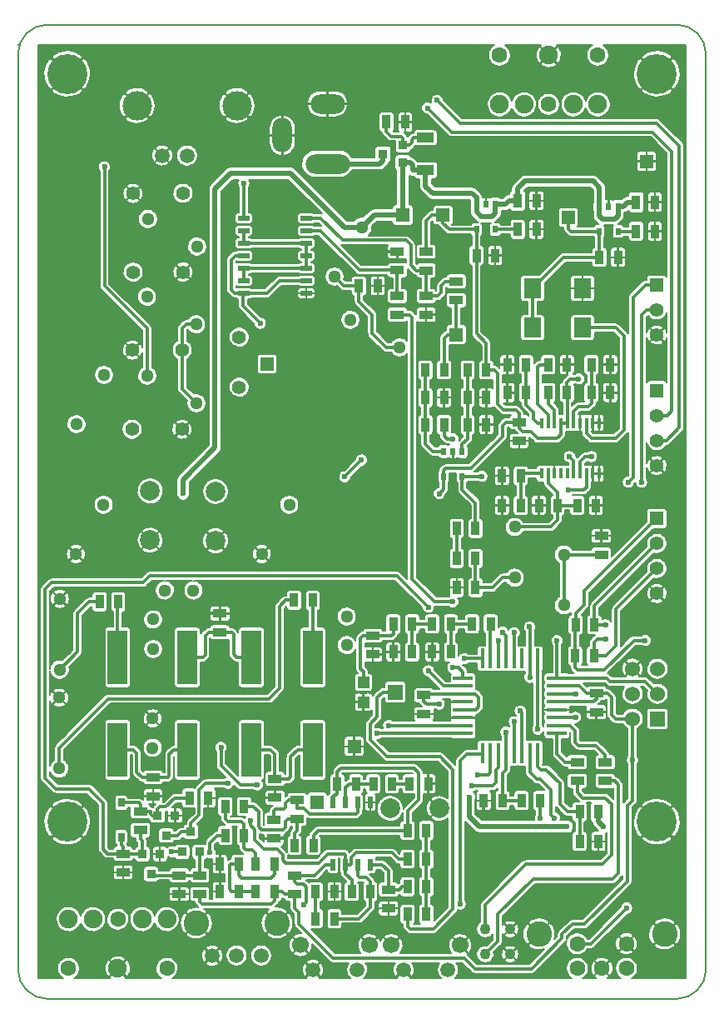
<source format=gbl>
G04 (created by PCBNEW (2012-nov-02)-testing) date Wed 09 Jan 2013 07:50:11 PM PST*
%MOIN*%
G04 Gerber Fmt 3.4, Leading zero omitted, Abs format*
%FSLAX34Y34*%
G01*
G70*
G90*
G04 APERTURE LIST*
%ADD10C,0.006*%
%ADD11C,0.00590551*%
%ADD12R,0.0708661X0.0787402*%
%ADD13R,0.015748X0.0433071*%
%ADD14C,0.0787*%
%ADD15R,0.0787X0.0177*%
%ADD16R,0.0177X0.0787*%
%ADD17R,0.0472441X0.0472441*%
%ADD18R,0.0590551X0.0629921*%
%ADD19C,0.0512*%
%ADD20C,0.0748031*%
%ADD21C,0.0629921*%
%ADD22C,0.0433071*%
%ADD23R,0.02X0.03*%
%ADD24R,0.036X0.036*%
%ADD25R,0.0669291X0.0393701*%
%ADD26R,0.0255906X0.038189*%
%ADD27R,0.02X0.045*%
%ADD28R,0.045X0.02*%
%ADD29R,0.055X0.055*%
%ADD30C,0.055*%
%ADD31C,0.102362*%
%ADD32C,0.0590551*%
%ADD33C,0.0669291*%
%ADD34R,0.0787X0.2165*%
%ADD35R,0.06X0.06*%
%ADD36C,0.06*%
%ADD37C,0.16*%
%ADD38R,0.035X0.055*%
%ADD39R,0.055X0.035*%
%ADD40C,0.1181*%
%ADD41C,0.0591*%
%ADD42O,0.1378X0.0787*%
%ADD43O,0.177211X0.0787*%
%ADD44O,0.0787X0.1378*%
%ADD45C,0.023622*%
%ADD46C,0.019685*%
%ADD47C,0.011811*%
%ADD48C,0.00787402*%
G04 APERTURE END LIST*
G54D10*
G54D11*
X65748Y-59055D02*
G75*
G03X66929Y-57874I0J1181D01*
G74*
G01*
X39370Y-57874D02*
G75*
G03X40551Y-59055I1181J0D01*
G74*
G01*
X40551Y-20078D02*
G75*
G03X39370Y-21259I0J-1181D01*
G74*
G01*
X66929Y-21259D02*
G75*
G03X65748Y-20078I-1181J0D01*
G74*
G01*
X40551Y-20078D02*
X65748Y-20078D01*
X40551Y-59055D02*
X65748Y-59055D01*
X66929Y-57874D02*
X66929Y-21259D01*
X39370Y-20866D02*
X39370Y-20885D01*
X39370Y-57874D02*
X39370Y-21259D01*
G54D12*
X59984Y-30629D03*
X61984Y-30629D03*
X61984Y-32204D03*
X59984Y-32204D03*
G54D13*
X60343Y-36013D03*
X60600Y-36013D03*
X60856Y-36013D03*
X61112Y-36013D03*
X61368Y-36013D03*
X61624Y-36013D03*
X61879Y-36013D03*
X62135Y-36013D03*
X62391Y-36013D03*
X62647Y-36013D03*
X62647Y-38041D03*
X62391Y-38041D03*
X62135Y-38041D03*
X61879Y-38041D03*
X61624Y-38041D03*
X61368Y-38041D03*
X61112Y-38041D03*
X60856Y-38041D03*
X60600Y-38041D03*
X60344Y-38041D03*
G54D14*
X56239Y-51437D03*
X54271Y-51437D03*
X44665Y-40708D03*
X44665Y-38740D03*
X47283Y-40728D03*
X47283Y-38760D03*
G54D15*
X57198Y-46229D03*
X57198Y-46544D03*
X57198Y-46859D03*
X57198Y-47174D03*
X57198Y-47489D03*
X57198Y-47804D03*
X57198Y-48119D03*
X57198Y-48434D03*
X60964Y-48432D03*
X60964Y-46222D03*
X60964Y-46542D03*
X60964Y-46862D03*
X60964Y-47172D03*
X60964Y-47492D03*
X60964Y-47802D03*
X60964Y-48122D03*
G54D16*
X57982Y-49222D03*
X58296Y-49222D03*
X58612Y-49222D03*
X58926Y-49222D03*
X59242Y-49222D03*
X59556Y-49222D03*
X59872Y-49222D03*
X60186Y-49222D03*
X57984Y-45442D03*
X58294Y-45442D03*
X58614Y-45442D03*
X58924Y-45442D03*
X59234Y-45442D03*
X59554Y-45442D03*
X59874Y-45442D03*
X60194Y-45442D03*
G54D17*
X53208Y-47185D03*
X53208Y-46397D03*
G54D18*
X54488Y-46791D03*
G54D19*
X42814Y-34094D03*
X41712Y-36062D03*
X59271Y-40177D03*
X61240Y-41279D03*
X54655Y-32991D03*
X52686Y-31889D03*
X53149Y-28188D03*
X52047Y-30157D03*
X61240Y-43306D03*
X59271Y-42204D03*
X44546Y-34124D03*
X46515Y-35226D03*
X46506Y-32066D03*
X44537Y-30964D03*
X50236Y-39291D03*
X49134Y-41260D03*
X44576Y-27854D03*
X46545Y-28956D03*
X42795Y-39291D03*
X41693Y-41260D03*
X44763Y-49015D03*
X44763Y-47834D03*
X41023Y-49842D03*
X41023Y-47007D03*
X44783Y-45059D03*
X44783Y-43877D03*
X41043Y-45885D03*
X41043Y-43051D03*
G54D20*
X43366Y-57834D03*
X41397Y-55866D03*
X44350Y-55866D03*
X42381Y-55866D03*
X45334Y-55866D03*
G54D21*
X43370Y-55866D03*
X41397Y-57834D03*
X45334Y-57834D03*
G54D20*
X60629Y-21299D03*
X62598Y-23267D03*
X59645Y-23267D03*
X61614Y-23267D03*
X58661Y-23267D03*
G54D21*
X60625Y-23267D03*
X62598Y-21299D03*
X58661Y-21299D03*
G54D22*
X58082Y-57267D03*
X58082Y-56267D03*
X59082Y-56267D03*
X59082Y-57267D03*
G54D23*
X56416Y-37157D03*
X57166Y-37157D03*
X56416Y-38157D03*
X56791Y-37157D03*
X57166Y-38157D03*
X57735Y-27275D03*
X58485Y-27275D03*
X57735Y-28275D03*
X58110Y-27275D03*
X58485Y-28275D03*
X62656Y-27354D03*
X63406Y-27354D03*
X62656Y-28354D03*
X63031Y-27354D03*
X63406Y-28354D03*
G54D24*
X45949Y-53175D03*
X46649Y-53175D03*
X46299Y-52375D03*
X45054Y-53261D03*
X44354Y-53261D03*
X44704Y-54061D03*
X54789Y-25605D03*
X54789Y-24905D03*
X53989Y-25255D03*
X45664Y-51725D03*
X44964Y-51725D03*
X45314Y-52525D03*
G54D25*
X55698Y-24606D03*
X55698Y-25905D03*
G54D26*
X43503Y-52578D03*
X43503Y-51208D03*
G54D27*
X51986Y-53690D03*
X52486Y-53690D03*
X52986Y-53690D03*
X53486Y-53690D03*
X53486Y-51190D03*
X52986Y-51190D03*
X52486Y-51190D03*
X51986Y-51190D03*
G54D28*
X50916Y-27820D03*
X50916Y-28320D03*
X50916Y-28820D03*
X50916Y-29320D03*
X50916Y-29820D03*
X50916Y-30320D03*
X50916Y-30820D03*
X48416Y-30820D03*
X48416Y-30320D03*
X48416Y-29320D03*
X48416Y-28820D03*
X48416Y-28320D03*
X48416Y-27820D03*
X48416Y-29820D03*
G54D29*
X64960Y-34720D03*
G54D30*
X64960Y-35720D03*
X64960Y-36720D03*
X64960Y-37720D03*
G54D29*
X64960Y-39838D03*
G54D30*
X64960Y-40838D03*
X64960Y-41838D03*
X64960Y-42838D03*
G54D29*
X64960Y-30496D03*
G54D30*
X64960Y-31496D03*
X64960Y-32496D03*
G54D29*
X49350Y-33661D03*
X61417Y-27795D03*
X56929Y-32480D03*
X51358Y-51181D03*
X56397Y-27696D03*
X52834Y-48956D03*
X64547Y-25551D03*
X54783Y-27696D03*
G54D31*
X46515Y-56023D03*
X49744Y-56023D03*
G54D32*
X47145Y-57322D03*
X48129Y-57322D03*
X49114Y-57322D03*
G54D33*
X54330Y-56909D03*
X57086Y-56909D03*
G54D32*
X54822Y-57893D03*
X56594Y-57893D03*
G54D33*
X50688Y-56909D03*
X53444Y-56909D03*
G54D32*
X51181Y-57893D03*
X52952Y-57893D03*
G54D31*
X65275Y-56456D03*
X60236Y-56456D03*
G54D21*
X61771Y-57834D03*
X62755Y-57834D03*
X63740Y-57834D03*
X61771Y-56850D03*
X63740Y-56850D03*
G54D30*
X45940Y-36269D03*
X43940Y-36269D03*
X43950Y-33100D03*
X45950Y-33100D03*
X45980Y-29980D03*
X43980Y-29980D03*
X43980Y-26830D03*
X45980Y-26830D03*
G54D19*
X52539Y-44901D03*
X52539Y-43759D03*
X46397Y-42716D03*
X45255Y-42716D03*
G54D34*
X43366Y-45394D03*
X43366Y-49094D03*
X46161Y-49094D03*
X46161Y-45394D03*
X48720Y-45394D03*
X48720Y-49094D03*
X51181Y-49094D03*
X51181Y-45394D03*
G54D35*
X64988Y-47850D03*
G54D36*
X63988Y-47850D03*
X64988Y-46850D03*
X63988Y-46850D03*
X64988Y-45850D03*
X63988Y-45850D03*
G54D37*
X41338Y-22047D03*
X64960Y-22047D03*
X41338Y-51968D03*
X64960Y-51968D03*
G54D38*
X55963Y-45177D03*
X56713Y-45177D03*
X63091Y-34803D03*
X62341Y-34803D03*
X55158Y-44055D03*
X54408Y-44055D03*
X55729Y-55669D03*
X54979Y-55669D03*
G54D39*
X53582Y-45276D03*
X53582Y-44526D03*
G54D38*
X54408Y-45177D03*
X55158Y-45177D03*
G54D39*
X62539Y-47579D03*
X62539Y-46829D03*
G54D38*
X56713Y-44055D03*
X55963Y-44055D03*
X58308Y-44055D03*
X57558Y-44055D03*
G54D39*
X55629Y-47658D03*
X55629Y-46908D03*
G54D38*
X53780Y-30531D03*
X53030Y-30531D03*
G54D39*
X55718Y-30934D03*
X55718Y-31684D03*
X56929Y-31103D03*
X56929Y-30353D03*
X55718Y-29162D03*
X55718Y-29912D03*
G54D38*
X48896Y-53661D03*
X49646Y-53661D03*
X54979Y-53464D03*
X55729Y-53464D03*
X55687Y-33897D03*
X56437Y-33897D03*
G54D39*
X62736Y-40530D03*
X62736Y-41280D03*
G54D38*
X56947Y-42598D03*
X57697Y-42598D03*
X57697Y-41437D03*
X56947Y-41437D03*
X55687Y-36082D03*
X56437Y-36082D03*
X57697Y-40236D03*
X56947Y-40236D03*
X57380Y-33897D03*
X58130Y-33897D03*
X57380Y-35000D03*
X58130Y-35000D03*
X58130Y-36082D03*
X57380Y-36082D03*
X55687Y-35000D03*
X56437Y-35000D03*
X60235Y-39311D03*
X60985Y-39311D03*
X64882Y-28346D03*
X64132Y-28346D03*
X60138Y-28267D03*
X59388Y-28267D03*
X63406Y-29389D03*
X62656Y-29389D03*
X58485Y-29311D03*
X57735Y-29311D03*
X64882Y-27185D03*
X64132Y-27185D03*
X60138Y-27125D03*
X59388Y-27125D03*
X54132Y-23976D03*
X54882Y-23976D03*
G54D39*
X54566Y-29152D03*
X54566Y-29902D03*
G54D38*
X63091Y-33681D03*
X62341Y-33681D03*
G54D39*
X62893Y-50335D03*
X62893Y-49585D03*
G54D38*
X62619Y-51574D03*
X61869Y-51574D03*
X61869Y-52755D03*
X62619Y-52755D03*
X60296Y-51122D03*
X59546Y-51122D03*
X58030Y-51122D03*
X58780Y-51122D03*
X61691Y-45334D03*
X62441Y-45334D03*
X61711Y-44094D03*
X62461Y-44094D03*
G54D39*
X54566Y-30934D03*
X54566Y-31684D03*
X61771Y-50335D03*
X61771Y-49585D03*
G54D38*
X59725Y-33681D03*
X58975Y-33681D03*
X61359Y-34803D03*
X60609Y-34803D03*
G54D39*
X59448Y-36733D03*
X59448Y-35983D03*
G54D38*
X60609Y-33681D03*
X61359Y-33681D03*
X58975Y-34803D03*
X59725Y-34803D03*
X59508Y-38129D03*
X58758Y-38129D03*
X58758Y-39311D03*
X59508Y-39311D03*
X61770Y-39311D03*
X62520Y-39311D03*
G54D39*
X44783Y-50195D03*
X44783Y-50945D03*
X47460Y-44390D03*
X47460Y-43640D03*
X49665Y-50254D03*
X49665Y-51004D03*
G54D38*
X50432Y-43110D03*
X51182Y-43110D03*
G54D39*
X50452Y-54863D03*
X50452Y-54113D03*
G54D38*
X43386Y-43169D03*
X42636Y-43169D03*
G54D39*
X43582Y-53247D03*
X43582Y-53997D03*
G54D38*
X51201Y-52913D03*
X50451Y-52913D03*
G54D39*
X49625Y-51888D03*
X49625Y-52638D03*
X50551Y-51851D03*
X50551Y-51101D03*
G54D38*
X48209Y-53661D03*
X47459Y-53661D03*
X48209Y-54763D03*
X47459Y-54763D03*
X49646Y-54763D03*
X48896Y-54763D03*
X52048Y-55846D03*
X51298Y-55846D03*
X51298Y-54763D03*
X52048Y-54763D03*
G54D39*
X54212Y-54684D03*
X54212Y-55434D03*
G54D38*
X53485Y-54763D03*
X52735Y-54763D03*
X47676Y-51358D03*
X48426Y-51358D03*
X48426Y-52519D03*
X47676Y-52519D03*
X54979Y-52322D03*
X55729Y-52322D03*
G54D39*
X45826Y-54113D03*
X45826Y-54863D03*
X46653Y-54113D03*
X46653Y-54863D03*
G54D38*
X55058Y-50452D03*
X55808Y-50452D03*
X53601Y-50452D03*
X54351Y-50452D03*
G54D39*
X44271Y-52304D03*
X44271Y-51554D03*
G54D38*
X46239Y-51023D03*
X46989Y-51023D03*
X52914Y-50452D03*
X52164Y-50452D03*
X55729Y-54566D03*
X54979Y-54566D03*
G54D30*
X48228Y-34582D03*
X48228Y-32582D03*
G54D40*
X44141Y-23314D03*
X48141Y-23314D03*
G54D41*
X46141Y-25314D03*
X45141Y-25314D03*
G54D42*
X51771Y-23247D03*
G54D43*
X51771Y-25649D03*
G54D44*
X49960Y-24507D03*
G54D45*
X45984Y-38838D03*
X57440Y-50984D03*
X61358Y-52165D03*
X62814Y-52165D03*
X48415Y-26427D03*
X56240Y-38848D03*
X56240Y-47263D03*
X64498Y-44714D03*
X63986Y-49507D03*
X60295Y-51811D03*
X61830Y-34251D03*
X63818Y-38385D03*
X61712Y-46860D03*
X64350Y-38385D03*
X61702Y-47795D03*
X47775Y-50433D03*
X58779Y-44389D03*
X58602Y-44734D03*
X60856Y-51820D03*
X63750Y-55423D03*
X59251Y-44409D03*
X61456Y-37362D03*
X52027Y-49704D03*
X53051Y-47736D03*
X50177Y-52460D03*
X50629Y-47145D03*
X46811Y-43641D03*
X59153Y-51811D03*
X53917Y-29153D03*
X56791Y-45807D03*
X56791Y-43169D03*
X55807Y-43385D03*
X55807Y-45925D03*
X53759Y-48435D03*
X54222Y-48120D03*
X49074Y-32027D03*
X57253Y-45442D03*
X57086Y-55255D03*
X60196Y-48267D03*
X50826Y-55295D03*
X48681Y-51929D03*
X47500Y-48996D03*
X48956Y-50492D03*
X45531Y-53169D03*
X47066Y-53208D03*
X56791Y-36653D03*
X57952Y-38149D03*
X58917Y-48385D03*
X42834Y-25767D03*
X62903Y-44094D03*
X59488Y-47539D03*
X62913Y-44675D03*
X59251Y-47972D03*
X62342Y-37362D03*
X60964Y-44724D03*
X59872Y-46190D03*
X61417Y-38700D03*
X59862Y-44173D03*
X55777Y-23415D03*
X57549Y-50531D03*
X56161Y-23110D03*
X57785Y-50078D03*
X52460Y-38169D03*
X53129Y-37500D03*
G54D46*
X53149Y-28188D02*
X52460Y-28188D01*
X47893Y-26023D02*
X47263Y-26653D01*
X47263Y-26653D02*
X47263Y-37007D01*
X47263Y-37007D02*
X45984Y-38287D01*
X45984Y-38287D02*
X45984Y-38838D01*
X50295Y-26023D02*
X47893Y-26023D01*
X52460Y-28188D02*
X50295Y-26023D01*
X62619Y-51574D02*
X62619Y-51969D01*
X57440Y-51751D02*
X57440Y-50984D01*
X57854Y-52165D02*
X57440Y-51751D01*
X61358Y-52165D02*
X57854Y-52165D01*
X62619Y-51969D02*
X62814Y-52165D01*
X54783Y-27696D02*
X53641Y-27696D01*
X53641Y-27696D02*
X53149Y-28188D01*
X63406Y-27354D02*
X63629Y-27354D01*
X63799Y-27185D02*
X64132Y-27185D01*
X63629Y-27354D02*
X63799Y-27185D01*
X62656Y-27354D02*
X62656Y-27735D01*
X63406Y-27715D02*
X63406Y-27354D01*
X63267Y-27854D02*
X63406Y-27715D01*
X62775Y-27854D02*
X63267Y-27854D01*
X62656Y-27735D02*
X62775Y-27854D01*
X62656Y-27354D02*
X62656Y-26593D01*
X59388Y-26634D02*
X59388Y-27125D01*
X59685Y-26338D02*
X59388Y-26634D01*
X62401Y-26338D02*
X59685Y-26338D01*
X62656Y-26593D02*
X62401Y-26338D01*
X58485Y-27275D02*
X58485Y-27636D01*
X57735Y-27577D02*
X57735Y-27275D01*
X57913Y-27755D02*
X57735Y-27577D01*
X58366Y-27755D02*
X57913Y-27755D01*
X58485Y-27636D02*
X58366Y-27755D01*
X59388Y-27125D02*
X59035Y-27125D01*
X58885Y-27275D02*
X58485Y-27275D01*
X59035Y-27125D02*
X58885Y-27275D01*
X55698Y-25905D02*
X55698Y-26545D01*
X55698Y-26545D02*
X55984Y-26830D01*
X55984Y-26830D02*
X57559Y-26830D01*
X57559Y-26830D02*
X57735Y-27006D01*
X57735Y-27006D02*
X57735Y-27275D01*
X54789Y-25605D02*
X55074Y-25605D01*
X55196Y-25905D02*
X55698Y-25905D01*
X55177Y-25885D02*
X55196Y-25905D01*
X55177Y-25708D02*
X55177Y-25885D01*
X55074Y-25605D02*
X55177Y-25708D01*
X54789Y-25605D02*
X54789Y-27690D01*
X54789Y-27690D02*
X54783Y-27696D01*
G54D47*
X62656Y-29389D02*
X61224Y-29389D01*
X61224Y-29389D02*
X59984Y-30629D01*
X59984Y-30629D02*
X59984Y-32204D01*
X62656Y-28354D02*
X62656Y-29389D01*
X62656Y-28354D02*
X61523Y-28354D01*
X61417Y-28248D02*
X61417Y-27795D01*
X61523Y-28354D02*
X61417Y-28248D01*
X63986Y-49507D02*
X63986Y-51112D01*
X50452Y-55413D02*
X50452Y-54863D01*
X50629Y-55590D02*
X50452Y-55413D01*
X50629Y-56062D02*
X50629Y-55590D01*
X51988Y-57421D02*
X50629Y-56062D01*
X57244Y-57421D02*
X51988Y-57421D01*
X57677Y-57854D02*
X57244Y-57421D01*
X59940Y-57854D02*
X57677Y-57854D01*
X61161Y-56633D02*
X59940Y-57854D01*
X61161Y-56476D02*
X61161Y-56633D01*
X61574Y-56062D02*
X61161Y-56476D01*
X62066Y-56062D02*
X61574Y-56062D01*
X63779Y-54350D02*
X62066Y-56062D01*
X63779Y-51318D02*
X63779Y-54350D01*
X63986Y-51112D02*
X63779Y-51318D01*
X46653Y-54863D02*
X46653Y-55157D01*
X49646Y-55136D02*
X49646Y-54763D01*
X49527Y-55255D02*
X49646Y-55136D01*
X46751Y-55255D02*
X49527Y-55255D01*
X46653Y-55157D02*
X46751Y-55255D01*
X50452Y-54863D02*
X50040Y-54863D01*
X49940Y-54763D02*
X49646Y-54763D01*
X50040Y-54863D02*
X49940Y-54763D01*
X48416Y-26427D02*
X48416Y-27820D01*
X48415Y-26427D02*
X48416Y-26427D01*
X55718Y-29162D02*
X55718Y-27923D01*
X55944Y-27696D02*
X56397Y-27696D01*
X55718Y-27923D02*
X55944Y-27696D01*
X57198Y-46859D02*
X57696Y-46859D01*
X57707Y-47489D02*
X57198Y-47489D01*
X57824Y-47372D02*
X57707Y-47489D01*
X57824Y-46988D02*
X57824Y-47372D01*
X57696Y-46859D02*
X57824Y-46988D01*
X55629Y-46908D02*
X55629Y-47155D01*
X56416Y-38672D02*
X56416Y-38157D01*
X56240Y-38848D02*
X56416Y-38672D01*
X55738Y-47263D02*
X56240Y-47263D01*
X55629Y-47155D02*
X55738Y-47263D01*
X61691Y-45806D02*
X61691Y-45334D01*
X61791Y-45905D02*
X61691Y-45806D01*
X62844Y-45905D02*
X61791Y-45905D01*
X64035Y-44714D02*
X62844Y-45905D01*
X64498Y-44714D02*
X64035Y-44714D01*
X61711Y-44094D02*
X61711Y-43642D01*
X62057Y-42742D02*
X64960Y-39838D01*
X62057Y-43297D02*
X62057Y-42742D01*
X61711Y-43642D02*
X62057Y-43297D01*
X60296Y-51122D02*
X60296Y-51810D01*
X63988Y-49505D02*
X63988Y-47850D01*
X63986Y-49507D02*
X63988Y-49505D01*
X60296Y-51810D02*
X60295Y-51811D01*
X61359Y-34803D02*
X61359Y-34388D01*
X61496Y-34251D02*
X61830Y-34251D01*
X61359Y-34388D02*
X61496Y-34251D01*
X62539Y-46829D02*
X62144Y-46829D01*
X61857Y-46542D02*
X60964Y-46542D01*
X62144Y-46829D02*
X61857Y-46542D01*
X60964Y-47172D02*
X62433Y-47172D01*
X62539Y-47066D02*
X62539Y-46829D01*
X62433Y-47172D02*
X62539Y-47066D01*
X62539Y-46829D02*
X62991Y-46829D01*
X62991Y-46829D02*
X63149Y-46988D01*
X63149Y-46988D02*
X63149Y-47696D01*
X63149Y-47696D02*
X63303Y-47850D01*
X63303Y-47850D02*
X63988Y-47850D01*
X61691Y-45334D02*
X61691Y-44114D01*
X61691Y-44114D02*
X61711Y-44094D01*
X57198Y-46859D02*
X55678Y-46859D01*
X55678Y-46859D02*
X55629Y-46908D01*
X56416Y-38157D02*
X56416Y-37914D01*
X56416Y-37914D02*
X56496Y-37834D01*
X56496Y-37834D02*
X57500Y-37834D01*
X57500Y-37834D02*
X58779Y-36555D01*
X58779Y-36555D02*
X58779Y-36122D01*
X58779Y-36122D02*
X58918Y-35983D01*
X58918Y-35983D02*
X59448Y-35983D01*
X58130Y-33897D02*
X58464Y-33897D01*
X59448Y-35629D02*
X59448Y-35983D01*
X59311Y-35492D02*
X59448Y-35629D01*
X58818Y-35492D02*
X59311Y-35492D01*
X58582Y-35255D02*
X58818Y-35492D01*
X58582Y-34015D02*
X58582Y-35255D01*
X58464Y-33897D02*
X58582Y-34015D01*
X59448Y-35983D02*
X59448Y-36220D01*
X59448Y-36220D02*
X59586Y-36358D01*
X59586Y-36358D02*
X59901Y-36358D01*
X59901Y-36358D02*
X60177Y-36633D01*
X60177Y-36633D02*
X60964Y-36633D01*
X60964Y-36633D02*
X61112Y-36486D01*
X61112Y-36486D02*
X61112Y-36013D01*
X61368Y-36013D02*
X61368Y-34812D01*
X61368Y-34812D02*
X61359Y-34803D01*
X61368Y-36013D02*
X61112Y-36013D01*
X57735Y-29311D02*
X57735Y-32439D01*
X58130Y-32835D02*
X58130Y-33897D01*
X57735Y-32439D02*
X58130Y-32835D01*
X57735Y-28275D02*
X56641Y-28275D01*
X56397Y-28031D02*
X56397Y-27696D01*
X56641Y-28275D02*
X56397Y-28031D01*
X57735Y-28275D02*
X57735Y-29311D01*
X60964Y-46862D02*
X61710Y-46862D01*
X64503Y-30496D02*
X64960Y-30496D01*
X64005Y-30994D02*
X64503Y-30496D01*
X64005Y-38198D02*
X64005Y-30994D01*
X63818Y-38385D02*
X64005Y-38198D01*
X61710Y-46862D02*
X61712Y-46860D01*
X60964Y-47802D02*
X61695Y-47802D01*
X64566Y-31496D02*
X64960Y-31496D01*
X64360Y-31702D02*
X64566Y-31496D01*
X64360Y-38375D02*
X64360Y-31702D01*
X64350Y-38385D02*
X64360Y-38375D01*
X61695Y-47802D02*
X61702Y-47795D01*
X46299Y-52027D02*
X46299Y-52375D01*
X46633Y-51692D02*
X46299Y-52027D01*
X46633Y-50688D02*
X46633Y-51692D01*
X46889Y-50433D02*
X46633Y-50688D01*
X47775Y-50433D02*
X46889Y-50433D01*
X45314Y-52525D02*
X45761Y-52525D01*
X45911Y-52375D02*
X46299Y-52375D01*
X45761Y-52525D02*
X45911Y-52375D01*
X58924Y-45442D02*
X58924Y-44534D01*
X58924Y-44534D02*
X58779Y-44389D01*
X58614Y-45442D02*
X58614Y-44746D01*
X58614Y-44746D02*
X58602Y-44734D01*
X61771Y-56850D02*
X62322Y-56850D01*
X59872Y-49980D02*
X59872Y-49222D01*
X60157Y-50265D02*
X59872Y-49980D01*
X60285Y-50265D02*
X60157Y-50265D01*
X60718Y-50698D02*
X60285Y-50265D01*
X60718Y-51683D02*
X60718Y-50698D01*
X60856Y-51820D02*
X60718Y-51683D01*
X62322Y-56850D02*
X63750Y-55423D01*
X61624Y-38041D02*
X61624Y-37529D01*
X59234Y-44426D02*
X59234Y-45442D01*
X59251Y-44409D02*
X59234Y-44426D01*
X61624Y-37529D02*
X61456Y-37362D01*
X49625Y-52638D02*
X49999Y-52638D01*
X49999Y-52638D02*
X50177Y-52460D01*
X47460Y-43640D02*
X46812Y-43640D01*
X46812Y-43640D02*
X46811Y-43641D01*
X58030Y-51122D02*
X58030Y-51672D01*
X58169Y-51811D02*
X59153Y-51811D01*
X58030Y-51672D02*
X58169Y-51811D01*
X54566Y-29152D02*
X53918Y-29152D01*
X53918Y-29152D02*
X53917Y-29153D01*
X56417Y-43169D02*
X56062Y-43169D01*
X57198Y-45978D02*
X57027Y-45807D01*
X57027Y-45807D02*
X56791Y-45807D01*
X56791Y-43169D02*
X56417Y-43169D01*
X57198Y-46229D02*
X57198Y-45978D01*
X55050Y-31684D02*
X54566Y-31684D01*
X55157Y-31791D02*
X55050Y-31684D01*
X55157Y-42263D02*
X55157Y-31791D01*
X56062Y-43169D02*
X55157Y-42263D01*
X57198Y-46544D02*
X56426Y-46544D01*
X42951Y-53247D02*
X43582Y-53247D01*
X42775Y-53070D02*
X42951Y-53247D01*
X42775Y-51220D02*
X42775Y-53070D01*
X42204Y-50649D02*
X42775Y-51220D01*
X40885Y-50649D02*
X42204Y-50649D01*
X40452Y-50216D02*
X40885Y-50649D01*
X40452Y-42677D02*
X40452Y-50216D01*
X40728Y-42401D02*
X40452Y-42677D01*
X44389Y-42401D02*
X40728Y-42401D01*
X44665Y-42125D02*
X44389Y-42401D01*
X54547Y-42125D02*
X44665Y-42125D01*
X55807Y-43385D02*
X54547Y-42125D01*
X56426Y-46544D02*
X55807Y-45925D01*
X43582Y-53247D02*
X43582Y-52972D01*
X43503Y-52893D02*
X43503Y-52578D01*
X43582Y-52972D02*
X43503Y-52893D01*
X44354Y-53261D02*
X43597Y-53261D01*
X43597Y-53261D02*
X43582Y-53247D01*
X44271Y-52304D02*
X44271Y-52657D01*
X44354Y-52740D02*
X44354Y-53261D01*
X44271Y-52657D02*
X44354Y-52740D01*
X43366Y-45394D02*
X43366Y-43189D01*
X43366Y-43189D02*
X43386Y-43169D01*
X45950Y-33100D02*
X45950Y-34660D01*
X45950Y-34660D02*
X46515Y-35226D01*
X46506Y-32066D02*
X46102Y-32066D01*
X45950Y-32218D02*
X45950Y-33100D01*
X46102Y-32066D02*
X45950Y-32218D01*
X57198Y-48434D02*
X53760Y-48434D01*
X53760Y-48434D02*
X53759Y-48435D01*
X54222Y-48119D02*
X54222Y-48120D01*
X57198Y-48119D02*
X54222Y-48119D01*
X55718Y-29912D02*
X55315Y-29912D01*
X51492Y-27820D02*
X50916Y-27820D01*
X52381Y-28710D02*
X51492Y-27820D01*
X54911Y-28710D02*
X52381Y-28710D01*
X55108Y-28907D02*
X54911Y-28710D01*
X55108Y-29704D02*
X55108Y-28907D01*
X55315Y-29912D02*
X55108Y-29704D01*
X56929Y-30353D02*
X56497Y-30353D01*
X56191Y-30934D02*
X55718Y-30934D01*
X56328Y-30797D02*
X56191Y-30934D01*
X56328Y-30521D02*
X56328Y-30797D01*
X56497Y-30353D02*
X56328Y-30521D01*
X55718Y-29912D02*
X55718Y-30934D01*
X48416Y-28820D02*
X50916Y-28820D01*
X48416Y-28320D02*
X48416Y-28820D01*
X50916Y-29820D02*
X48416Y-29820D01*
X48416Y-29820D02*
X48416Y-30320D01*
X50916Y-29320D02*
X50916Y-29820D01*
X50916Y-28820D02*
X50916Y-29320D01*
X49074Y-32027D02*
X48385Y-31338D01*
X48385Y-31338D02*
X48385Y-30851D01*
X48385Y-30851D02*
X48416Y-30820D01*
X48416Y-29320D02*
X48070Y-29320D01*
X48045Y-30820D02*
X48416Y-30820D01*
X47913Y-30688D02*
X48045Y-30820D01*
X47913Y-29478D02*
X47913Y-30688D01*
X48070Y-29320D02*
X47913Y-29478D01*
X50916Y-30320D02*
X49846Y-30320D01*
X49346Y-30820D02*
X48416Y-30820D01*
X49846Y-30320D02*
X49346Y-30820D01*
X51182Y-43110D02*
X51182Y-45393D01*
X51182Y-45393D02*
X51181Y-45394D01*
X61771Y-50335D02*
X61771Y-50797D01*
X58082Y-55293D02*
X58082Y-56267D01*
X59704Y-53671D02*
X58082Y-55293D01*
X62785Y-53671D02*
X59704Y-53671D01*
X63149Y-53307D02*
X62785Y-53671D01*
X63149Y-51269D02*
X63149Y-53307D01*
X62893Y-51013D02*
X63149Y-51269D01*
X61988Y-51013D02*
X62893Y-51013D01*
X61771Y-50797D02*
X61988Y-51013D01*
X61771Y-49585D02*
X61298Y-49585D01*
X60964Y-49251D02*
X60964Y-48432D01*
X61298Y-49585D02*
X60964Y-49251D01*
X62893Y-50335D02*
X63268Y-50335D01*
X58582Y-56767D02*
X58082Y-57267D01*
X58582Y-55669D02*
X58582Y-56767D01*
X60000Y-54251D02*
X58582Y-55669D01*
X63198Y-54251D02*
X60000Y-54251D01*
X63425Y-54025D02*
X63198Y-54251D01*
X63425Y-50492D02*
X63425Y-54025D01*
X63268Y-50335D02*
X63425Y-50492D01*
X62893Y-49585D02*
X62893Y-49291D01*
X61488Y-48122D02*
X60964Y-48122D01*
X61692Y-48326D02*
X61488Y-48122D01*
X61692Y-48779D02*
X61692Y-48326D01*
X61830Y-48917D02*
X61692Y-48779D01*
X62519Y-48917D02*
X61830Y-48917D01*
X62893Y-49291D02*
X62519Y-48917D01*
X61869Y-51574D02*
X61397Y-51574D01*
X60186Y-49753D02*
X60186Y-49222D01*
X60314Y-49881D02*
X60186Y-49753D01*
X60531Y-49881D02*
X60314Y-49881D01*
X61082Y-50433D02*
X60531Y-49881D01*
X61082Y-51259D02*
X61082Y-50433D01*
X61397Y-51574D02*
X61082Y-51259D01*
X61869Y-51574D02*
X61869Y-52755D01*
X57254Y-45442D02*
X57984Y-45442D01*
X57253Y-45442D02*
X57254Y-45442D01*
X41023Y-49842D02*
X41023Y-49015D01*
X50098Y-43110D02*
X50432Y-43110D01*
X49842Y-43366D02*
X50098Y-43110D01*
X49842Y-46633D02*
X49842Y-43366D01*
X49429Y-47047D02*
X49842Y-46633D01*
X42992Y-47047D02*
X49429Y-47047D01*
X41023Y-49015D02*
X42992Y-47047D01*
X57953Y-49251D02*
X57982Y-49222D01*
X57362Y-49251D02*
X57953Y-49251D01*
X57086Y-49527D02*
X57362Y-49251D01*
X57086Y-55255D02*
X57086Y-49527D01*
X58294Y-45442D02*
X58294Y-44068D01*
X58294Y-44068D02*
X58308Y-44055D01*
X56713Y-44055D02*
X56713Y-45177D01*
X57558Y-44055D02*
X56713Y-44055D01*
X55158Y-44055D02*
X55158Y-45177D01*
X55963Y-44055D02*
X55158Y-44055D01*
X53582Y-44526D02*
X53189Y-44526D01*
X53208Y-45964D02*
X53208Y-46397D01*
X53090Y-45846D02*
X53208Y-45964D01*
X53090Y-44625D02*
X53090Y-45846D01*
X53189Y-44526D02*
X53090Y-44625D01*
X54408Y-44055D02*
X54408Y-44449D01*
X54331Y-44526D02*
X53582Y-44526D01*
X54408Y-44449D02*
X54331Y-44526D01*
X60194Y-45442D02*
X60194Y-48265D01*
X60194Y-48265D02*
X60196Y-48267D01*
X54488Y-46791D02*
X53976Y-46791D01*
X54979Y-56160D02*
X54979Y-55669D01*
X55078Y-56259D02*
X54979Y-56160D01*
X56003Y-56259D02*
X55078Y-56259D01*
X56791Y-55472D02*
X56003Y-56259D01*
X56791Y-49881D02*
X56791Y-55472D01*
X56279Y-49370D02*
X56791Y-49881D01*
X54153Y-49370D02*
X56279Y-49370D01*
X53484Y-48700D02*
X54153Y-49370D01*
X53484Y-48051D02*
X53484Y-48700D01*
X53759Y-47775D02*
X53484Y-48051D01*
X53759Y-47007D02*
X53759Y-47775D01*
X53976Y-46791D02*
X53759Y-47007D01*
X47460Y-44390D02*
X47006Y-44390D01*
X46771Y-45394D02*
X46161Y-45394D01*
X46870Y-45295D02*
X46771Y-45394D01*
X46870Y-44527D02*
X46870Y-45295D01*
X47006Y-44390D02*
X46870Y-44527D01*
X48720Y-45394D02*
X48130Y-45394D01*
X47934Y-44390D02*
X47460Y-44390D01*
X48011Y-44468D02*
X47934Y-44390D01*
X48011Y-45275D02*
X48011Y-44468D01*
X48130Y-45394D02*
X48011Y-45275D01*
X49665Y-50254D02*
X49665Y-49271D01*
X49487Y-49094D02*
X48720Y-49094D01*
X49665Y-49271D02*
X49487Y-49094D01*
X51181Y-49094D02*
X50571Y-49094D01*
X50217Y-50254D02*
X49665Y-50254D01*
X50295Y-50177D02*
X50217Y-50254D01*
X50295Y-49370D02*
X50295Y-50177D01*
X50571Y-49094D02*
X50295Y-49370D01*
X44783Y-50195D02*
X44349Y-50195D01*
X43995Y-49094D02*
X43366Y-49094D01*
X44133Y-49232D02*
X43995Y-49094D01*
X44133Y-49980D02*
X44133Y-49232D01*
X44349Y-50195D02*
X44133Y-49980D01*
X46161Y-49094D02*
X45610Y-49094D01*
X45375Y-50195D02*
X44783Y-50195D01*
X45433Y-50137D02*
X45375Y-50195D01*
X45433Y-49271D02*
X45433Y-50137D01*
X45610Y-49094D02*
X45433Y-49271D01*
X52048Y-55846D02*
X53031Y-55846D01*
X53485Y-55392D02*
X53485Y-54763D01*
X53031Y-55846D02*
X53485Y-55392D01*
X53485Y-54763D02*
X53485Y-54371D01*
X52986Y-54127D02*
X52986Y-53690D01*
X53051Y-54192D02*
X52986Y-54127D01*
X53307Y-54192D02*
X53051Y-54192D01*
X53485Y-54371D02*
X53307Y-54192D01*
X54212Y-54684D02*
X54212Y-53937D01*
X53966Y-53690D02*
X53486Y-53690D01*
X54212Y-53937D02*
X53966Y-53690D01*
X54979Y-54566D02*
X54763Y-54566D01*
X54646Y-54684D02*
X54212Y-54684D01*
X54763Y-54566D02*
X54646Y-54684D01*
X51298Y-54763D02*
X51298Y-55846D01*
X50551Y-51851D02*
X50176Y-51851D01*
X48799Y-51358D02*
X48426Y-51358D01*
X49015Y-51574D02*
X48799Y-51358D01*
X49015Y-52165D02*
X49015Y-51574D01*
X49133Y-52283D02*
X49015Y-52165D01*
X49980Y-52283D02*
X49133Y-52283D01*
X50078Y-52185D02*
X49980Y-52283D01*
X50078Y-51948D02*
X50078Y-52185D01*
X50176Y-51851D02*
X50078Y-51948D01*
X50551Y-51851D02*
X50551Y-52322D01*
X50451Y-52422D02*
X50451Y-52913D01*
X50551Y-52322D02*
X50451Y-52422D01*
X50452Y-54113D02*
X50452Y-54370D01*
X50925Y-55196D02*
X50826Y-55295D01*
X50925Y-54586D02*
X50925Y-55196D01*
X50807Y-54468D02*
X50925Y-54586D01*
X50551Y-54468D02*
X50807Y-54468D01*
X50452Y-54370D02*
X50551Y-54468D01*
X51986Y-53690D02*
X51683Y-53690D01*
X51260Y-54113D02*
X50452Y-54113D01*
X51683Y-53690D02*
X51260Y-54113D01*
X52486Y-53690D02*
X52486Y-53293D01*
X48681Y-52106D02*
X48681Y-51929D01*
X48858Y-52283D02*
X48681Y-52106D01*
X48858Y-52696D02*
X48858Y-52283D01*
X49232Y-53070D02*
X48858Y-52696D01*
X49744Y-53070D02*
X49232Y-53070D01*
X49980Y-53307D02*
X49744Y-53070D01*
X49980Y-53503D02*
X49980Y-53307D01*
X50098Y-53622D02*
X49980Y-53503D01*
X51417Y-53622D02*
X50098Y-53622D01*
X51791Y-53248D02*
X51417Y-53622D01*
X52440Y-53248D02*
X51791Y-53248D01*
X52486Y-53293D02*
X52440Y-53248D01*
X54979Y-53464D02*
X54606Y-53464D01*
X52687Y-53690D02*
X52486Y-53690D01*
X52716Y-53661D02*
X52687Y-53690D01*
X52716Y-53405D02*
X52716Y-53661D01*
X52913Y-53208D02*
X52716Y-53405D01*
X54350Y-53208D02*
X52913Y-53208D01*
X54606Y-53464D02*
X54350Y-53208D01*
X52486Y-53690D02*
X52486Y-54061D01*
X52735Y-54310D02*
X52735Y-54763D01*
X52486Y-54061D02*
X52735Y-54310D01*
X50551Y-51101D02*
X50217Y-51101D01*
X49625Y-51535D02*
X49625Y-51888D01*
X49685Y-51476D02*
X49625Y-51535D01*
X50019Y-51476D02*
X49685Y-51476D01*
X50098Y-51397D02*
X50019Y-51476D01*
X50098Y-51220D02*
X50098Y-51397D01*
X50217Y-51101D02*
X50098Y-51220D01*
X52986Y-51190D02*
X52986Y-51580D01*
X50551Y-51417D02*
X50551Y-51101D01*
X50570Y-51437D02*
X50551Y-51417D01*
X50826Y-51437D02*
X50570Y-51437D01*
X51043Y-51653D02*
X50826Y-51437D01*
X52913Y-51653D02*
X51043Y-51653D01*
X52986Y-51580D02*
X52913Y-51653D01*
X51201Y-52913D02*
X51201Y-52518D01*
X54291Y-52322D02*
X54979Y-52322D01*
X54291Y-52322D02*
X54291Y-52322D01*
X51397Y-52322D02*
X54291Y-52322D01*
X51201Y-52518D02*
X51397Y-52322D01*
X54979Y-52322D02*
X54979Y-51536D01*
X52164Y-49961D02*
X52164Y-50452D01*
X52303Y-49822D02*
X52164Y-49961D01*
X55236Y-49822D02*
X52303Y-49822D01*
X55433Y-50019D02*
X55236Y-49822D01*
X55433Y-51082D02*
X55433Y-50019D01*
X54979Y-51536D02*
X55433Y-51082D01*
X51986Y-51190D02*
X51986Y-50946D01*
X52164Y-50847D02*
X52164Y-50452D01*
X52125Y-50885D02*
X52164Y-50847D01*
X52047Y-50885D02*
X52125Y-50885D01*
X51986Y-50946D02*
X52047Y-50885D01*
X54351Y-50452D02*
X55058Y-50452D01*
X52486Y-51190D02*
X52486Y-50604D01*
X52637Y-50452D02*
X52914Y-50452D01*
X52486Y-50604D02*
X52637Y-50452D01*
X52914Y-50452D02*
X53601Y-50452D01*
X48426Y-52519D02*
X48426Y-52067D01*
X47676Y-51869D02*
X47676Y-51358D01*
X47775Y-51968D02*
X47676Y-51869D01*
X48326Y-51968D02*
X47775Y-51968D01*
X48426Y-52067D02*
X48326Y-51968D01*
X48896Y-53661D02*
X48896Y-53227D01*
X48426Y-53012D02*
X48426Y-52519D01*
X48503Y-53090D02*
X48426Y-53012D01*
X48759Y-53090D02*
X48503Y-53090D01*
X48896Y-53227D02*
X48759Y-53090D01*
X47500Y-49724D02*
X47500Y-48996D01*
X48267Y-50492D02*
X47500Y-49724D01*
X48956Y-50492D02*
X48267Y-50492D01*
X45826Y-54113D02*
X44756Y-54113D01*
X44756Y-54113D02*
X44704Y-54061D01*
X46653Y-54113D02*
X45826Y-54113D01*
X46649Y-53175D02*
X46649Y-54108D01*
X46649Y-54108D02*
X46653Y-54113D01*
X45537Y-53175D02*
X45949Y-53175D01*
X45531Y-53169D02*
X45537Y-53175D01*
X47676Y-52519D02*
X47362Y-52519D01*
X47066Y-52814D02*
X47066Y-53208D01*
X47362Y-52519D02*
X47066Y-52814D01*
X48896Y-54763D02*
X48209Y-54763D01*
X48209Y-53661D02*
X48209Y-54095D01*
X49646Y-54073D02*
X49646Y-53661D01*
X49507Y-54212D02*
X49646Y-54073D01*
X48326Y-54212D02*
X49507Y-54212D01*
X48209Y-54095D02*
X48326Y-54212D01*
X48209Y-54763D02*
X47933Y-54763D01*
X47874Y-53661D02*
X48209Y-53661D01*
X47834Y-53700D02*
X47874Y-53661D01*
X47834Y-54665D02*
X47834Y-53700D01*
X47933Y-54763D02*
X47834Y-54665D01*
X46239Y-51023D02*
X45649Y-51023D01*
X44964Y-51452D02*
X44964Y-51725D01*
X45039Y-51377D02*
X44964Y-51452D01*
X45295Y-51377D02*
X45039Y-51377D01*
X45649Y-51023D02*
X45295Y-51377D01*
X44964Y-51725D02*
X44737Y-51725D01*
X44664Y-51554D02*
X44271Y-51554D01*
X44685Y-51574D02*
X44664Y-51554D01*
X44685Y-51673D02*
X44685Y-51574D01*
X44737Y-51725D02*
X44685Y-51673D01*
X43503Y-51208D02*
X44200Y-51208D01*
X44271Y-51279D02*
X44271Y-51554D01*
X44200Y-51208D02*
X44271Y-51279D01*
X60609Y-34803D02*
X60609Y-35254D01*
X60856Y-35501D02*
X60856Y-36013D01*
X60609Y-35254D02*
X60856Y-35501D01*
X59725Y-34803D02*
X59725Y-35296D01*
X60167Y-36013D02*
X60343Y-36013D01*
X60019Y-35866D02*
X60167Y-36013D01*
X60019Y-35590D02*
X60019Y-35866D01*
X59725Y-35296D02*
X60019Y-35590D01*
X59725Y-33681D02*
X59725Y-34803D01*
X62341Y-34803D02*
X62341Y-33681D01*
X61624Y-36013D02*
X61624Y-35561D01*
X62341Y-35237D02*
X62341Y-34803D01*
X62224Y-35354D02*
X62341Y-35237D01*
X61830Y-35354D02*
X62224Y-35354D01*
X61624Y-35561D02*
X61830Y-35354D01*
X60600Y-36013D02*
X60600Y-35679D01*
X60275Y-33681D02*
X60609Y-33681D01*
X60196Y-33759D02*
X60275Y-33681D01*
X60196Y-35275D02*
X60196Y-33759D01*
X60600Y-35679D02*
X60196Y-35275D01*
X59508Y-38129D02*
X59508Y-39311D01*
X60344Y-38041D02*
X59597Y-38041D01*
X59597Y-38041D02*
X59508Y-38129D01*
X60985Y-39311D02*
X60985Y-39900D01*
X60708Y-40177D02*
X59271Y-40177D01*
X60985Y-39900D02*
X60708Y-40177D01*
X60985Y-39311D02*
X61770Y-39311D01*
X60600Y-38041D02*
X60600Y-38415D01*
X60985Y-38800D02*
X60985Y-39311D01*
X60600Y-38415D02*
X60985Y-38800D01*
X61240Y-41279D02*
X61240Y-43306D01*
X61240Y-43306D02*
X61240Y-43306D01*
X61240Y-41279D02*
X62735Y-41279D01*
X62735Y-41279D02*
X62736Y-41280D01*
X57697Y-42598D02*
X57697Y-41437D01*
X59271Y-42204D02*
X58779Y-42204D01*
X58385Y-42598D02*
X57697Y-42598D01*
X58779Y-42204D02*
X58385Y-42598D01*
X61984Y-32204D02*
X63307Y-32204D01*
X62135Y-36427D02*
X62135Y-36013D01*
X62342Y-36633D02*
X62135Y-36427D01*
X63307Y-36633D02*
X62342Y-36633D01*
X63641Y-36299D02*
X63307Y-36633D01*
X63641Y-32539D02*
X63641Y-36299D01*
X63307Y-32204D02*
X63641Y-32539D01*
X58485Y-28275D02*
X59380Y-28275D01*
X59380Y-28275D02*
X59388Y-28267D01*
X63406Y-28354D02*
X64125Y-28354D01*
X64125Y-28354D02*
X64132Y-28346D01*
X54789Y-24905D02*
X55035Y-24905D01*
X55216Y-24606D02*
X55698Y-24606D01*
X55137Y-24685D02*
X55216Y-24606D01*
X55137Y-24803D02*
X55137Y-24685D01*
X55035Y-24905D02*
X55137Y-24803D01*
X54789Y-24905D02*
X54789Y-24612D01*
X54132Y-24369D02*
X54132Y-23976D01*
X54311Y-24547D02*
X54132Y-24369D01*
X54724Y-24547D02*
X54311Y-24547D01*
X54789Y-24612D02*
X54724Y-24547D01*
X42636Y-43169D02*
X42224Y-43169D01*
X41751Y-45177D02*
X41043Y-45885D01*
X41751Y-43641D02*
X41751Y-45177D01*
X42224Y-43169D02*
X41751Y-43641D01*
X54566Y-29902D02*
X53052Y-29902D01*
X51470Y-28320D02*
X50916Y-28320D01*
X53052Y-29902D02*
X51470Y-28320D01*
X54566Y-29902D02*
X54566Y-30934D01*
X57380Y-33897D02*
X57380Y-35000D01*
X57166Y-37157D02*
X57166Y-36869D01*
X57380Y-36654D02*
X57380Y-36082D01*
X57166Y-36869D02*
X57380Y-36654D01*
X57380Y-36082D02*
X57380Y-35000D01*
X57166Y-38157D02*
X57944Y-38157D01*
X56437Y-36536D02*
X56437Y-36082D01*
X56555Y-36653D02*
X56437Y-36536D01*
X56791Y-36653D02*
X56555Y-36653D01*
X57944Y-38157D02*
X57952Y-38149D01*
X57166Y-38157D02*
X57166Y-38682D01*
X57697Y-39213D02*
X57697Y-40236D01*
X57166Y-38682D02*
X57697Y-39213D01*
X56947Y-40236D02*
X56947Y-41437D01*
G54D46*
X53989Y-25255D02*
X53989Y-25518D01*
X53858Y-25649D02*
X51771Y-25649D01*
X53989Y-25518D02*
X53858Y-25649D01*
G54D47*
X55687Y-36082D02*
X55687Y-36849D01*
X55996Y-37157D02*
X56416Y-37157D01*
X55687Y-36849D02*
X55996Y-37157D01*
X55687Y-35000D02*
X55687Y-36082D01*
X55687Y-33897D02*
X55687Y-35000D01*
X54655Y-32991D02*
X54113Y-32991D01*
X53030Y-31160D02*
X53030Y-30531D01*
X53562Y-31692D02*
X53030Y-31160D01*
X53562Y-32440D02*
X53562Y-31692D01*
X54113Y-32991D02*
X53562Y-32440D01*
X53030Y-30531D02*
X52421Y-30531D01*
X52421Y-30531D02*
X52047Y-30157D01*
X58926Y-49222D02*
X58926Y-48394D01*
X58926Y-48394D02*
X58917Y-48385D01*
X58780Y-51122D02*
X59546Y-51122D01*
X58926Y-49222D02*
X58926Y-49892D01*
X58780Y-50038D02*
X58780Y-51122D01*
X58926Y-49892D02*
X58780Y-50038D01*
X44546Y-34124D02*
X44546Y-32243D01*
X42834Y-30531D02*
X42834Y-25767D01*
X44546Y-32243D02*
X42834Y-30531D01*
X59556Y-49222D02*
X59556Y-47607D01*
X62903Y-44094D02*
X62461Y-44094D01*
X59556Y-47607D02*
X59488Y-47539D01*
X62461Y-44094D02*
X62461Y-43337D01*
X62461Y-43337D02*
X64960Y-40838D01*
X59242Y-49222D02*
X59242Y-47981D01*
X62441Y-44802D02*
X62441Y-45334D01*
X62568Y-44675D02*
X62441Y-44802D01*
X62913Y-44675D02*
X62568Y-44675D01*
X59242Y-47981D02*
X59251Y-47972D01*
X62441Y-45334D02*
X62933Y-45334D01*
X63326Y-43472D02*
X64960Y-41838D01*
X63326Y-44940D02*
X63326Y-43472D01*
X62933Y-45334D02*
X63326Y-44940D01*
X60964Y-46222D02*
X60964Y-44724D01*
X61879Y-37568D02*
X61879Y-38041D01*
X62086Y-37362D02*
X61879Y-37568D01*
X62342Y-37362D02*
X62086Y-37362D01*
X60964Y-44724D02*
X60964Y-44724D01*
X64988Y-46850D02*
X64980Y-46850D01*
X62955Y-46222D02*
X60964Y-46222D01*
X63090Y-46358D02*
X62955Y-46222D01*
X64488Y-46358D02*
X63090Y-46358D01*
X64980Y-46850D02*
X64488Y-46358D01*
X59874Y-45442D02*
X59874Y-46188D01*
X59874Y-46188D02*
X59872Y-46190D01*
X59874Y-45442D02*
X59874Y-44185D01*
X62145Y-38051D02*
X62135Y-38041D01*
X62145Y-38582D02*
X62145Y-38051D01*
X62027Y-38700D02*
X62145Y-38582D01*
X61417Y-38700D02*
X62027Y-38700D01*
X59874Y-44185D02*
X59862Y-44173D01*
X55729Y-54566D02*
X55729Y-55669D01*
X55729Y-53464D02*
X55729Y-54566D01*
X55729Y-52322D02*
X55729Y-53464D01*
X64960Y-35720D02*
X65381Y-35720D01*
X56742Y-24379D02*
X55777Y-23415D01*
X64793Y-24379D02*
X56742Y-24379D01*
X65561Y-25147D02*
X64793Y-24379D01*
X65561Y-35541D02*
X65561Y-25147D01*
X65381Y-35720D02*
X65561Y-35541D01*
X58612Y-49793D02*
X58612Y-49222D01*
X58523Y-49881D02*
X58612Y-49793D01*
X58523Y-50403D02*
X58523Y-49881D01*
X58395Y-50531D02*
X58523Y-50403D01*
X57549Y-50531D02*
X58395Y-50531D01*
X65346Y-36720D02*
X65866Y-36200D01*
X65866Y-36200D02*
X65866Y-24931D01*
X65866Y-24931D02*
X64960Y-24025D01*
X64960Y-24025D02*
X57076Y-24025D01*
X57076Y-24025D02*
X56161Y-23110D01*
X65346Y-36720D02*
X64960Y-36720D01*
X58297Y-49223D02*
X58296Y-49222D01*
X58297Y-50009D02*
X58297Y-49223D01*
X58228Y-50078D02*
X58297Y-50009D01*
X57785Y-50078D02*
X58228Y-50078D01*
X53129Y-37500D02*
X52460Y-38169D01*
X56929Y-32480D02*
X56929Y-31103D01*
X56437Y-33897D02*
X56437Y-32636D01*
X56594Y-32480D02*
X56929Y-32480D01*
X56437Y-32636D02*
X56594Y-32480D01*
G54D10*
G36*
X50354Y-52241D02*
X50312Y-52283D01*
X50301Y-52297D01*
X50289Y-52311D01*
X50288Y-52311D01*
X50288Y-52312D01*
X50279Y-52328D01*
X50270Y-52344D01*
X50270Y-52345D01*
X50270Y-52346D01*
X50264Y-52363D01*
X50259Y-52381D01*
X50259Y-52382D01*
X50258Y-52383D01*
X50256Y-52401D01*
X50254Y-52419D01*
X50254Y-52421D01*
X50254Y-52421D01*
X50254Y-52421D01*
X50254Y-52422D01*
X50254Y-52502D01*
X50236Y-52505D01*
X50211Y-52516D01*
X50189Y-52531D01*
X50170Y-52550D01*
X50154Y-52572D01*
X50144Y-52597D01*
X50139Y-52623D01*
X50138Y-52650D01*
X50138Y-53191D01*
X50132Y-53184D01*
X50121Y-53169D01*
X50120Y-53168D01*
X50119Y-53168D01*
X50119Y-53168D01*
X50119Y-53167D01*
X49903Y-52951D01*
X49915Y-52951D01*
X49941Y-52946D01*
X49966Y-52935D01*
X49989Y-52920D01*
X50008Y-52901D01*
X50023Y-52878D01*
X50033Y-52853D01*
X50038Y-52827D01*
X50038Y-52683D01*
X50004Y-52648D01*
X49675Y-52648D01*
X49635Y-52648D01*
X49616Y-52648D01*
X49576Y-52648D01*
X49247Y-52648D01*
X49213Y-52683D01*
X49213Y-52773D01*
X49055Y-52615D01*
X49055Y-52463D01*
X49056Y-52464D01*
X49057Y-52464D01*
X49058Y-52465D01*
X49075Y-52470D01*
X49092Y-52476D01*
X49093Y-52476D01*
X49094Y-52476D01*
X49113Y-52478D01*
X49131Y-52480D01*
X49133Y-52480D01*
X49133Y-52480D01*
X49133Y-52480D01*
X49133Y-52480D01*
X49213Y-52480D01*
X49213Y-52594D01*
X49247Y-52628D01*
X49576Y-52628D01*
X49616Y-52628D01*
X49635Y-52628D01*
X49675Y-52628D01*
X50004Y-52628D01*
X50038Y-52594D01*
X50038Y-52470D01*
X50053Y-52466D01*
X50054Y-52465D01*
X50055Y-52465D01*
X50071Y-52456D01*
X50087Y-52448D01*
X50088Y-52447D01*
X50089Y-52447D01*
X50103Y-52435D01*
X50117Y-52424D01*
X50118Y-52423D01*
X50119Y-52423D01*
X50119Y-52423D01*
X50119Y-52422D01*
X50217Y-52324D01*
X50229Y-52310D01*
X50241Y-52296D01*
X50241Y-52295D01*
X50242Y-52294D01*
X50250Y-52278D01*
X50259Y-52262D01*
X50259Y-52261D01*
X50260Y-52260D01*
X50265Y-52243D01*
X50271Y-52225D01*
X50271Y-52224D01*
X50271Y-52223D01*
X50273Y-52205D01*
X50275Y-52187D01*
X50275Y-52185D01*
X50275Y-52185D01*
X50275Y-52185D01*
X50275Y-52185D01*
X50275Y-52164D01*
X50288Y-52164D01*
X50354Y-52164D01*
X50354Y-52241D01*
X50354Y-52241D01*
G37*
G54D48*
X50354Y-52241D02*
X50312Y-52283D01*
X50301Y-52297D01*
X50289Y-52311D01*
X50288Y-52311D01*
X50288Y-52312D01*
X50279Y-52328D01*
X50270Y-52344D01*
X50270Y-52345D01*
X50270Y-52346D01*
X50264Y-52363D01*
X50259Y-52381D01*
X50259Y-52382D01*
X50258Y-52383D01*
X50256Y-52401D01*
X50254Y-52419D01*
X50254Y-52421D01*
X50254Y-52421D01*
X50254Y-52421D01*
X50254Y-52422D01*
X50254Y-52502D01*
X50236Y-52505D01*
X50211Y-52516D01*
X50189Y-52531D01*
X50170Y-52550D01*
X50154Y-52572D01*
X50144Y-52597D01*
X50139Y-52623D01*
X50138Y-52650D01*
X50138Y-53191D01*
X50132Y-53184D01*
X50121Y-53169D01*
X50120Y-53168D01*
X50119Y-53168D01*
X50119Y-53168D01*
X50119Y-53167D01*
X49903Y-52951D01*
X49915Y-52951D01*
X49941Y-52946D01*
X49966Y-52935D01*
X49989Y-52920D01*
X50008Y-52901D01*
X50023Y-52878D01*
X50033Y-52853D01*
X50038Y-52827D01*
X50038Y-52683D01*
X50004Y-52648D01*
X49675Y-52648D01*
X49635Y-52648D01*
X49616Y-52648D01*
X49576Y-52648D01*
X49247Y-52648D01*
X49213Y-52683D01*
X49213Y-52773D01*
X49055Y-52615D01*
X49055Y-52463D01*
X49056Y-52464D01*
X49057Y-52464D01*
X49058Y-52465D01*
X49075Y-52470D01*
X49092Y-52476D01*
X49093Y-52476D01*
X49094Y-52476D01*
X49113Y-52478D01*
X49131Y-52480D01*
X49133Y-52480D01*
X49133Y-52480D01*
X49133Y-52480D01*
X49133Y-52480D01*
X49213Y-52480D01*
X49213Y-52594D01*
X49247Y-52628D01*
X49576Y-52628D01*
X49616Y-52628D01*
X49635Y-52628D01*
X49675Y-52628D01*
X50004Y-52628D01*
X50038Y-52594D01*
X50038Y-52470D01*
X50053Y-52466D01*
X50054Y-52465D01*
X50055Y-52465D01*
X50071Y-52456D01*
X50087Y-52448D01*
X50088Y-52447D01*
X50089Y-52447D01*
X50103Y-52435D01*
X50117Y-52424D01*
X50118Y-52423D01*
X50119Y-52423D01*
X50119Y-52423D01*
X50119Y-52422D01*
X50217Y-52324D01*
X50229Y-52310D01*
X50241Y-52296D01*
X50241Y-52295D01*
X50242Y-52294D01*
X50250Y-52278D01*
X50259Y-52262D01*
X50259Y-52261D01*
X50260Y-52260D01*
X50265Y-52243D01*
X50271Y-52225D01*
X50271Y-52224D01*
X50271Y-52223D01*
X50273Y-52205D01*
X50275Y-52187D01*
X50275Y-52185D01*
X50275Y-52185D01*
X50275Y-52185D01*
X50275Y-52185D01*
X50275Y-52164D01*
X50288Y-52164D01*
X50354Y-52164D01*
X50354Y-52241D01*
G54D10*
G36*
X54911Y-29608D02*
X54907Y-29605D01*
X54882Y-29595D01*
X54856Y-29589D01*
X54829Y-29589D01*
X54557Y-29589D01*
X54557Y-29430D01*
X54557Y-29162D01*
X54188Y-29162D01*
X54154Y-29196D01*
X54154Y-29341D01*
X54159Y-29367D01*
X54169Y-29392D01*
X54184Y-29415D01*
X54203Y-29434D01*
X54226Y-29449D01*
X54250Y-29459D01*
X54277Y-29465D01*
X54304Y-29465D01*
X54522Y-29465D01*
X54557Y-29430D01*
X54557Y-29589D01*
X54278Y-29589D01*
X54251Y-29595D01*
X54226Y-29605D01*
X54204Y-29620D01*
X54185Y-29639D01*
X54170Y-29661D01*
X54159Y-29686D01*
X54155Y-29705D01*
X53133Y-29705D01*
X52326Y-28898D01*
X52340Y-28903D01*
X52341Y-28903D01*
X52342Y-28903D01*
X52361Y-28905D01*
X52379Y-28907D01*
X52381Y-28907D01*
X52381Y-28907D01*
X52381Y-28907D01*
X52381Y-28907D01*
X54173Y-28907D01*
X54169Y-28912D01*
X54159Y-28937D01*
X54154Y-28964D01*
X54154Y-29108D01*
X54188Y-29142D01*
X54517Y-29142D01*
X54557Y-29142D01*
X54576Y-29142D01*
X54576Y-29162D01*
X54576Y-29201D01*
X54576Y-29430D01*
X54611Y-29465D01*
X54829Y-29465D01*
X54856Y-29465D01*
X54882Y-29459D01*
X54907Y-29449D01*
X54911Y-29446D01*
X54911Y-29608D01*
X54911Y-29608D01*
G37*
G54D48*
X54911Y-29608D02*
X54907Y-29605D01*
X54882Y-29595D01*
X54856Y-29589D01*
X54829Y-29589D01*
X54557Y-29589D01*
X54557Y-29430D01*
X54557Y-29162D01*
X54188Y-29162D01*
X54154Y-29196D01*
X54154Y-29341D01*
X54159Y-29367D01*
X54169Y-29392D01*
X54184Y-29415D01*
X54203Y-29434D01*
X54226Y-29449D01*
X54250Y-29459D01*
X54277Y-29465D01*
X54304Y-29465D01*
X54522Y-29465D01*
X54557Y-29430D01*
X54557Y-29589D01*
X54278Y-29589D01*
X54251Y-29595D01*
X54226Y-29605D01*
X54204Y-29620D01*
X54185Y-29639D01*
X54170Y-29661D01*
X54159Y-29686D01*
X54155Y-29705D01*
X53133Y-29705D01*
X52326Y-28898D01*
X52340Y-28903D01*
X52341Y-28903D01*
X52342Y-28903D01*
X52361Y-28905D01*
X52379Y-28907D01*
X52381Y-28907D01*
X52381Y-28907D01*
X52381Y-28907D01*
X52381Y-28907D01*
X54173Y-28907D01*
X54169Y-28912D01*
X54159Y-28937D01*
X54154Y-28964D01*
X54154Y-29108D01*
X54188Y-29142D01*
X54517Y-29142D01*
X54557Y-29142D01*
X54576Y-29142D01*
X54576Y-29162D01*
X54576Y-29201D01*
X54576Y-29430D01*
X54611Y-29465D01*
X54829Y-29465D01*
X54856Y-29465D01*
X54882Y-29459D01*
X54907Y-29449D01*
X54911Y-29446D01*
X54911Y-29608D01*
G54D10*
G36*
X56317Y-58228D02*
X55080Y-58228D01*
X55099Y-58183D01*
X54822Y-57907D01*
X54546Y-58183D01*
X54565Y-58228D01*
X53229Y-58228D01*
X53282Y-58178D01*
X53331Y-58108D01*
X53365Y-58031D01*
X53384Y-57948D01*
X53385Y-57851D01*
X53369Y-57767D01*
X53336Y-57689D01*
X53289Y-57618D01*
X53289Y-57618D01*
X54483Y-57618D01*
X54480Y-57620D01*
X54493Y-57633D01*
X54465Y-57645D01*
X54423Y-57720D01*
X54397Y-57800D01*
X54387Y-57885D01*
X54394Y-57969D01*
X54417Y-58051D01*
X54455Y-58127D01*
X54465Y-58141D01*
X54532Y-58170D01*
X54781Y-57921D01*
X54781Y-57921D01*
X54808Y-57893D01*
X54822Y-57879D01*
X54836Y-57893D01*
X54864Y-57921D01*
X55113Y-58170D01*
X55180Y-58141D01*
X55221Y-58067D01*
X55248Y-57986D01*
X55257Y-57902D01*
X55251Y-57817D01*
X55228Y-57735D01*
X55189Y-57659D01*
X55180Y-57645D01*
X55152Y-57633D01*
X55165Y-57620D01*
X55162Y-57618D01*
X56258Y-57618D01*
X56213Y-57684D01*
X56179Y-57762D01*
X56162Y-57845D01*
X56160Y-57930D01*
X56176Y-58013D01*
X56207Y-58092D01*
X56253Y-58164D01*
X56312Y-58225D01*
X56317Y-58228D01*
X56317Y-58228D01*
G37*
G54D48*
X56317Y-58228D02*
X55080Y-58228D01*
X55099Y-58183D01*
X54822Y-57907D01*
X54546Y-58183D01*
X54565Y-58228D01*
X53229Y-58228D01*
X53282Y-58178D01*
X53331Y-58108D01*
X53365Y-58031D01*
X53384Y-57948D01*
X53385Y-57851D01*
X53369Y-57767D01*
X53336Y-57689D01*
X53289Y-57618D01*
X53289Y-57618D01*
X54483Y-57618D01*
X54480Y-57620D01*
X54493Y-57633D01*
X54465Y-57645D01*
X54423Y-57720D01*
X54397Y-57800D01*
X54387Y-57885D01*
X54394Y-57969D01*
X54417Y-58051D01*
X54455Y-58127D01*
X54465Y-58141D01*
X54532Y-58170D01*
X54781Y-57921D01*
X54781Y-57921D01*
X54808Y-57893D01*
X54822Y-57879D01*
X54836Y-57893D01*
X54864Y-57921D01*
X55113Y-58170D01*
X55180Y-58141D01*
X55221Y-58067D01*
X55248Y-57986D01*
X55257Y-57902D01*
X55251Y-57817D01*
X55228Y-57735D01*
X55189Y-57659D01*
X55180Y-57645D01*
X55152Y-57633D01*
X55165Y-57620D01*
X55162Y-57618D01*
X56258Y-57618D01*
X56213Y-57684D01*
X56179Y-57762D01*
X56162Y-57845D01*
X56160Y-57930D01*
X56176Y-58013D01*
X56207Y-58092D01*
X56253Y-58164D01*
X56312Y-58225D01*
X56317Y-58228D01*
G54D10*
G36*
X60450Y-50709D02*
X60107Y-50709D01*
X60081Y-50714D01*
X60056Y-50724D01*
X60033Y-50739D01*
X60014Y-50758D01*
X59999Y-50781D01*
X59988Y-50806D01*
X59983Y-50832D01*
X59983Y-50859D01*
X59983Y-51410D01*
X59988Y-51437D01*
X59999Y-51462D01*
X60013Y-51484D01*
X60033Y-51503D01*
X60055Y-51518D01*
X60080Y-51529D01*
X60099Y-51533D01*
X60099Y-51644D01*
X60098Y-51645D01*
X60069Y-51687D01*
X60050Y-51733D01*
X60039Y-51782D01*
X60039Y-51832D01*
X60048Y-51881D01*
X60058Y-51909D01*
X58343Y-51909D01*
X58343Y-51384D01*
X58343Y-51166D01*
X58308Y-51131D01*
X58040Y-51131D01*
X58040Y-51500D01*
X58074Y-51534D01*
X58219Y-51534D01*
X58245Y-51529D01*
X58270Y-51519D01*
X58293Y-51504D01*
X58312Y-51485D01*
X58327Y-51462D01*
X58337Y-51437D01*
X58343Y-51411D01*
X58343Y-51384D01*
X58343Y-51909D01*
X58020Y-51909D01*
X58020Y-51500D01*
X58020Y-51131D01*
X57752Y-51131D01*
X57717Y-51166D01*
X57717Y-51384D01*
X57717Y-51411D01*
X57723Y-51437D01*
X57733Y-51462D01*
X57748Y-51485D01*
X57768Y-51504D01*
X57790Y-51519D01*
X57815Y-51529D01*
X57842Y-51534D01*
X57986Y-51534D01*
X58020Y-51500D01*
X58020Y-51909D01*
X57960Y-51909D01*
X57696Y-51645D01*
X57696Y-51087D01*
X57703Y-51071D01*
X57715Y-51018D01*
X57716Y-50957D01*
X57706Y-50904D01*
X57685Y-50854D01*
X57655Y-50809D01*
X57623Y-50777D01*
X57665Y-50761D01*
X57707Y-50734D01*
X57713Y-50728D01*
X57785Y-50728D01*
X57768Y-50739D01*
X57748Y-50758D01*
X57733Y-50781D01*
X57723Y-50806D01*
X57717Y-50832D01*
X57717Y-50859D01*
X57717Y-51077D01*
X57752Y-51112D01*
X57981Y-51112D01*
X58020Y-51112D01*
X58040Y-51112D01*
X58079Y-51112D01*
X58308Y-51112D01*
X58343Y-51077D01*
X58343Y-50859D01*
X58343Y-50832D01*
X58337Y-50806D01*
X58327Y-50781D01*
X58312Y-50758D01*
X58293Y-50739D01*
X58275Y-50728D01*
X58395Y-50728D01*
X58413Y-50726D01*
X58431Y-50724D01*
X58432Y-50724D01*
X58433Y-50724D01*
X58451Y-50719D01*
X58468Y-50714D01*
X58469Y-50713D01*
X58470Y-50713D01*
X58486Y-50704D01*
X58502Y-50696D01*
X58503Y-50695D01*
X58504Y-50695D01*
X58518Y-50683D01*
X58532Y-50672D01*
X58534Y-50671D01*
X58534Y-50671D01*
X58534Y-50671D01*
X58534Y-50670D01*
X58583Y-50621D01*
X58583Y-50710D01*
X58565Y-50714D01*
X58540Y-50724D01*
X58518Y-50739D01*
X58498Y-50758D01*
X58483Y-50781D01*
X58473Y-50806D01*
X58467Y-50832D01*
X58467Y-50859D01*
X58467Y-51410D01*
X58472Y-51437D01*
X58483Y-51462D01*
X58498Y-51484D01*
X58517Y-51503D01*
X58539Y-51518D01*
X58564Y-51529D01*
X58591Y-51534D01*
X58618Y-51534D01*
X58969Y-51534D01*
X58995Y-51529D01*
X59020Y-51519D01*
X59043Y-51504D01*
X59062Y-51485D01*
X59077Y-51462D01*
X59087Y-51437D01*
X59093Y-51411D01*
X59093Y-51384D01*
X59093Y-51318D01*
X59233Y-51318D01*
X59233Y-51410D01*
X59238Y-51437D01*
X59249Y-51462D01*
X59263Y-51484D01*
X59283Y-51503D01*
X59305Y-51518D01*
X59330Y-51529D01*
X59356Y-51534D01*
X59383Y-51534D01*
X59734Y-51534D01*
X59761Y-51529D01*
X59786Y-51519D01*
X59808Y-51504D01*
X59827Y-51485D01*
X59843Y-51462D01*
X59853Y-51437D01*
X59858Y-51411D01*
X59859Y-51384D01*
X59859Y-50833D01*
X59853Y-50807D01*
X59843Y-50782D01*
X59828Y-50759D01*
X59809Y-50740D01*
X59787Y-50725D01*
X59762Y-50714D01*
X59735Y-50709D01*
X59708Y-50709D01*
X59357Y-50709D01*
X59331Y-50714D01*
X59306Y-50724D01*
X59283Y-50739D01*
X59264Y-50758D01*
X59249Y-50781D01*
X59238Y-50806D01*
X59233Y-50832D01*
X59233Y-50859D01*
X59233Y-50925D01*
X59093Y-50925D01*
X59093Y-50833D01*
X59088Y-50807D01*
X59077Y-50782D01*
X59062Y-50759D01*
X59043Y-50740D01*
X59021Y-50725D01*
X58996Y-50714D01*
X58977Y-50710D01*
X58977Y-50119D01*
X59065Y-50031D01*
X59077Y-50017D01*
X59088Y-50003D01*
X59089Y-50002D01*
X59090Y-50001D01*
X59098Y-49985D01*
X59107Y-49969D01*
X59107Y-49968D01*
X59108Y-49968D01*
X59113Y-49950D01*
X59119Y-49933D01*
X59119Y-49932D01*
X59119Y-49931D01*
X59121Y-49913D01*
X59123Y-49895D01*
X59123Y-49893D01*
X59123Y-49893D01*
X59123Y-49893D01*
X59123Y-49892D01*
X59123Y-49750D01*
X59139Y-49754D01*
X59166Y-49754D01*
X59344Y-49754D01*
X59371Y-49748D01*
X59395Y-49738D01*
X59399Y-49736D01*
X59402Y-49738D01*
X59427Y-49748D01*
X59453Y-49754D01*
X59480Y-49754D01*
X59658Y-49754D01*
X59675Y-49750D01*
X59675Y-49980D01*
X59677Y-49998D01*
X59678Y-50016D01*
X59679Y-50017D01*
X59679Y-50018D01*
X59684Y-50036D01*
X59689Y-50053D01*
X59690Y-50054D01*
X59690Y-50055D01*
X59699Y-50071D01*
X59707Y-50087D01*
X59708Y-50088D01*
X59708Y-50089D01*
X59720Y-50103D01*
X59731Y-50117D01*
X59732Y-50119D01*
X59732Y-50119D01*
X59732Y-50119D01*
X59733Y-50119D01*
X60018Y-50404D01*
X60032Y-50416D01*
X60046Y-50428D01*
X60047Y-50428D01*
X60047Y-50429D01*
X60063Y-50437D01*
X60079Y-50446D01*
X60080Y-50446D01*
X60081Y-50447D01*
X60099Y-50452D01*
X60116Y-50458D01*
X60117Y-50458D01*
X60118Y-50458D01*
X60136Y-50460D01*
X60154Y-50462D01*
X60156Y-50462D01*
X60156Y-50462D01*
X60156Y-50462D01*
X60157Y-50462D01*
X60203Y-50462D01*
X60450Y-50709D01*
X60450Y-50709D01*
G37*
G54D48*
X60450Y-50709D02*
X60107Y-50709D01*
X60081Y-50714D01*
X60056Y-50724D01*
X60033Y-50739D01*
X60014Y-50758D01*
X59999Y-50781D01*
X59988Y-50806D01*
X59983Y-50832D01*
X59983Y-50859D01*
X59983Y-51410D01*
X59988Y-51437D01*
X59999Y-51462D01*
X60013Y-51484D01*
X60033Y-51503D01*
X60055Y-51518D01*
X60080Y-51529D01*
X60099Y-51533D01*
X60099Y-51644D01*
X60098Y-51645D01*
X60069Y-51687D01*
X60050Y-51733D01*
X60039Y-51782D01*
X60039Y-51832D01*
X60048Y-51881D01*
X60058Y-51909D01*
X58343Y-51909D01*
X58343Y-51384D01*
X58343Y-51166D01*
X58308Y-51131D01*
X58040Y-51131D01*
X58040Y-51500D01*
X58074Y-51534D01*
X58219Y-51534D01*
X58245Y-51529D01*
X58270Y-51519D01*
X58293Y-51504D01*
X58312Y-51485D01*
X58327Y-51462D01*
X58337Y-51437D01*
X58343Y-51411D01*
X58343Y-51384D01*
X58343Y-51909D01*
X58020Y-51909D01*
X58020Y-51500D01*
X58020Y-51131D01*
X57752Y-51131D01*
X57717Y-51166D01*
X57717Y-51384D01*
X57717Y-51411D01*
X57723Y-51437D01*
X57733Y-51462D01*
X57748Y-51485D01*
X57768Y-51504D01*
X57790Y-51519D01*
X57815Y-51529D01*
X57842Y-51534D01*
X57986Y-51534D01*
X58020Y-51500D01*
X58020Y-51909D01*
X57960Y-51909D01*
X57696Y-51645D01*
X57696Y-51087D01*
X57703Y-51071D01*
X57715Y-51018D01*
X57716Y-50957D01*
X57706Y-50904D01*
X57685Y-50854D01*
X57655Y-50809D01*
X57623Y-50777D01*
X57665Y-50761D01*
X57707Y-50734D01*
X57713Y-50728D01*
X57785Y-50728D01*
X57768Y-50739D01*
X57748Y-50758D01*
X57733Y-50781D01*
X57723Y-50806D01*
X57717Y-50832D01*
X57717Y-50859D01*
X57717Y-51077D01*
X57752Y-51112D01*
X57981Y-51112D01*
X58020Y-51112D01*
X58040Y-51112D01*
X58079Y-51112D01*
X58308Y-51112D01*
X58343Y-51077D01*
X58343Y-50859D01*
X58343Y-50832D01*
X58337Y-50806D01*
X58327Y-50781D01*
X58312Y-50758D01*
X58293Y-50739D01*
X58275Y-50728D01*
X58395Y-50728D01*
X58413Y-50726D01*
X58431Y-50724D01*
X58432Y-50724D01*
X58433Y-50724D01*
X58451Y-50719D01*
X58468Y-50714D01*
X58469Y-50713D01*
X58470Y-50713D01*
X58486Y-50704D01*
X58502Y-50696D01*
X58503Y-50695D01*
X58504Y-50695D01*
X58518Y-50683D01*
X58532Y-50672D01*
X58534Y-50671D01*
X58534Y-50671D01*
X58534Y-50671D01*
X58534Y-50670D01*
X58583Y-50621D01*
X58583Y-50710D01*
X58565Y-50714D01*
X58540Y-50724D01*
X58518Y-50739D01*
X58498Y-50758D01*
X58483Y-50781D01*
X58473Y-50806D01*
X58467Y-50832D01*
X58467Y-50859D01*
X58467Y-51410D01*
X58472Y-51437D01*
X58483Y-51462D01*
X58498Y-51484D01*
X58517Y-51503D01*
X58539Y-51518D01*
X58564Y-51529D01*
X58591Y-51534D01*
X58618Y-51534D01*
X58969Y-51534D01*
X58995Y-51529D01*
X59020Y-51519D01*
X59043Y-51504D01*
X59062Y-51485D01*
X59077Y-51462D01*
X59087Y-51437D01*
X59093Y-51411D01*
X59093Y-51384D01*
X59093Y-51318D01*
X59233Y-51318D01*
X59233Y-51410D01*
X59238Y-51437D01*
X59249Y-51462D01*
X59263Y-51484D01*
X59283Y-51503D01*
X59305Y-51518D01*
X59330Y-51529D01*
X59356Y-51534D01*
X59383Y-51534D01*
X59734Y-51534D01*
X59761Y-51529D01*
X59786Y-51519D01*
X59808Y-51504D01*
X59827Y-51485D01*
X59843Y-51462D01*
X59853Y-51437D01*
X59858Y-51411D01*
X59859Y-51384D01*
X59859Y-50833D01*
X59853Y-50807D01*
X59843Y-50782D01*
X59828Y-50759D01*
X59809Y-50740D01*
X59787Y-50725D01*
X59762Y-50714D01*
X59735Y-50709D01*
X59708Y-50709D01*
X59357Y-50709D01*
X59331Y-50714D01*
X59306Y-50724D01*
X59283Y-50739D01*
X59264Y-50758D01*
X59249Y-50781D01*
X59238Y-50806D01*
X59233Y-50832D01*
X59233Y-50859D01*
X59233Y-50925D01*
X59093Y-50925D01*
X59093Y-50833D01*
X59088Y-50807D01*
X59077Y-50782D01*
X59062Y-50759D01*
X59043Y-50740D01*
X59021Y-50725D01*
X58996Y-50714D01*
X58977Y-50710D01*
X58977Y-50119D01*
X59065Y-50031D01*
X59077Y-50017D01*
X59088Y-50003D01*
X59089Y-50002D01*
X59090Y-50001D01*
X59098Y-49985D01*
X59107Y-49969D01*
X59107Y-49968D01*
X59108Y-49968D01*
X59113Y-49950D01*
X59119Y-49933D01*
X59119Y-49932D01*
X59119Y-49931D01*
X59121Y-49913D01*
X59123Y-49895D01*
X59123Y-49893D01*
X59123Y-49893D01*
X59123Y-49893D01*
X59123Y-49892D01*
X59123Y-49750D01*
X59139Y-49754D01*
X59166Y-49754D01*
X59344Y-49754D01*
X59371Y-49748D01*
X59395Y-49738D01*
X59399Y-49736D01*
X59402Y-49738D01*
X59427Y-49748D01*
X59453Y-49754D01*
X59480Y-49754D01*
X59658Y-49754D01*
X59675Y-49750D01*
X59675Y-49980D01*
X59677Y-49998D01*
X59678Y-50016D01*
X59679Y-50017D01*
X59679Y-50018D01*
X59684Y-50036D01*
X59689Y-50053D01*
X59690Y-50054D01*
X59690Y-50055D01*
X59699Y-50071D01*
X59707Y-50087D01*
X59708Y-50088D01*
X59708Y-50089D01*
X59720Y-50103D01*
X59731Y-50117D01*
X59732Y-50119D01*
X59732Y-50119D01*
X59732Y-50119D01*
X59733Y-50119D01*
X60018Y-50404D01*
X60032Y-50416D01*
X60046Y-50428D01*
X60047Y-50428D01*
X60047Y-50429D01*
X60063Y-50437D01*
X60079Y-50446D01*
X60080Y-50446D01*
X60081Y-50447D01*
X60099Y-50452D01*
X60116Y-50458D01*
X60117Y-50458D01*
X60118Y-50458D01*
X60136Y-50460D01*
X60154Y-50462D01*
X60156Y-50462D01*
X60156Y-50462D01*
X60156Y-50462D01*
X60157Y-50462D01*
X60203Y-50462D01*
X60450Y-50709D01*
G54D10*
G36*
X65364Y-34395D02*
X65357Y-34380D01*
X65342Y-34357D01*
X65323Y-34338D01*
X65301Y-34323D01*
X65276Y-34313D01*
X65250Y-34307D01*
X65223Y-34307D01*
X65222Y-34307D01*
X65222Y-32771D01*
X64960Y-32509D01*
X64698Y-32771D01*
X64724Y-32837D01*
X64795Y-32876D01*
X64872Y-32901D01*
X64953Y-32910D01*
X65033Y-32904D01*
X65111Y-32882D01*
X65183Y-32845D01*
X65196Y-32837D01*
X65222Y-32771D01*
X65222Y-34307D01*
X64672Y-34307D01*
X64645Y-34312D01*
X64620Y-34323D01*
X64598Y-34338D01*
X64578Y-34357D01*
X64563Y-34379D01*
X64557Y-34395D01*
X64557Y-32586D01*
X64574Y-32647D01*
X64611Y-32719D01*
X64619Y-32731D01*
X64684Y-32757D01*
X64946Y-32496D01*
X64684Y-32234D01*
X64619Y-32260D01*
X64580Y-32331D01*
X64557Y-32402D01*
X64557Y-31784D01*
X64616Y-31724D01*
X64635Y-31753D01*
X64691Y-31811D01*
X64758Y-31858D01*
X64832Y-31890D01*
X64911Y-31907D01*
X64992Y-31909D01*
X65072Y-31895D01*
X65147Y-31866D01*
X65216Y-31822D01*
X65274Y-31767D01*
X65321Y-31700D01*
X65354Y-31626D01*
X65364Y-31583D01*
X65364Y-32406D01*
X65346Y-32344D01*
X65310Y-32272D01*
X65301Y-32260D01*
X65236Y-32234D01*
X65222Y-32248D01*
X65222Y-32220D01*
X65196Y-32154D01*
X65125Y-32115D01*
X65048Y-32090D01*
X64968Y-32081D01*
X64887Y-32087D01*
X64809Y-32109D01*
X64737Y-32146D01*
X64724Y-32154D01*
X64698Y-32220D01*
X64960Y-32482D01*
X65222Y-32220D01*
X65222Y-32248D01*
X64974Y-32496D01*
X65236Y-32757D01*
X65301Y-32731D01*
X65341Y-32661D01*
X65364Y-32589D01*
X65364Y-34395D01*
X65364Y-34395D01*
G37*
G54D48*
X65364Y-34395D02*
X65357Y-34380D01*
X65342Y-34357D01*
X65323Y-34338D01*
X65301Y-34323D01*
X65276Y-34313D01*
X65250Y-34307D01*
X65223Y-34307D01*
X65222Y-34307D01*
X65222Y-32771D01*
X64960Y-32509D01*
X64698Y-32771D01*
X64724Y-32837D01*
X64795Y-32876D01*
X64872Y-32901D01*
X64953Y-32910D01*
X65033Y-32904D01*
X65111Y-32882D01*
X65183Y-32845D01*
X65196Y-32837D01*
X65222Y-32771D01*
X65222Y-34307D01*
X64672Y-34307D01*
X64645Y-34312D01*
X64620Y-34323D01*
X64598Y-34338D01*
X64578Y-34357D01*
X64563Y-34379D01*
X64557Y-34395D01*
X64557Y-32586D01*
X64574Y-32647D01*
X64611Y-32719D01*
X64619Y-32731D01*
X64684Y-32757D01*
X64946Y-32496D01*
X64684Y-32234D01*
X64619Y-32260D01*
X64580Y-32331D01*
X64557Y-32402D01*
X64557Y-31784D01*
X64616Y-31724D01*
X64635Y-31753D01*
X64691Y-31811D01*
X64758Y-31858D01*
X64832Y-31890D01*
X64911Y-31907D01*
X64992Y-31909D01*
X65072Y-31895D01*
X65147Y-31866D01*
X65216Y-31822D01*
X65274Y-31767D01*
X65321Y-31700D01*
X65354Y-31626D01*
X65364Y-31583D01*
X65364Y-32406D01*
X65346Y-32344D01*
X65310Y-32272D01*
X65301Y-32260D01*
X65236Y-32234D01*
X65222Y-32248D01*
X65222Y-32220D01*
X65196Y-32154D01*
X65125Y-32115D01*
X65048Y-32090D01*
X64968Y-32081D01*
X64887Y-32087D01*
X64809Y-32109D01*
X64737Y-32146D01*
X64724Y-32154D01*
X64698Y-32220D01*
X64960Y-32482D01*
X65222Y-32220D01*
X65222Y-32248D01*
X64974Y-32496D01*
X65236Y-32757D01*
X65301Y-32731D01*
X65341Y-32661D01*
X65364Y-32589D01*
X65364Y-34395D01*
G54D10*
G36*
X66102Y-58228D02*
X66062Y-58228D01*
X66062Y-36200D01*
X66062Y-24931D01*
X66061Y-24912D01*
X66059Y-24894D01*
X66059Y-24893D01*
X66059Y-24892D01*
X66053Y-24875D01*
X66048Y-24857D01*
X66048Y-24857D01*
X66048Y-24856D01*
X66039Y-24840D01*
X66031Y-24823D01*
X66030Y-24823D01*
X66030Y-24822D01*
X66018Y-24808D01*
X66007Y-24793D01*
X66005Y-24792D01*
X66005Y-24792D01*
X66005Y-24792D01*
X66005Y-24791D01*
X65902Y-24689D01*
X65902Y-22076D01*
X65890Y-21893D01*
X65842Y-21715D01*
X65761Y-21550D01*
X65728Y-21501D01*
X65609Y-21412D01*
X65595Y-21426D01*
X65595Y-21398D01*
X65506Y-21279D01*
X65346Y-21187D01*
X65172Y-21129D01*
X64990Y-21105D01*
X64806Y-21117D01*
X64629Y-21165D01*
X64464Y-21246D01*
X64414Y-21279D01*
X64325Y-21398D01*
X64960Y-22033D01*
X65595Y-21398D01*
X65595Y-21426D01*
X64974Y-22047D01*
X65609Y-22682D01*
X65728Y-22593D01*
X65820Y-22433D01*
X65878Y-22259D01*
X65902Y-22076D01*
X65902Y-24689D01*
X65595Y-24382D01*
X65595Y-22696D01*
X64960Y-22061D01*
X64946Y-22075D01*
X64946Y-22047D01*
X64311Y-21412D01*
X64192Y-21501D01*
X64101Y-21660D01*
X64042Y-21835D01*
X64018Y-22017D01*
X64030Y-22201D01*
X64078Y-22378D01*
X64159Y-22543D01*
X64192Y-22593D01*
X64311Y-22682D01*
X64946Y-22047D01*
X64946Y-22075D01*
X64325Y-22696D01*
X64414Y-22815D01*
X64574Y-22906D01*
X64748Y-22965D01*
X64931Y-22989D01*
X65114Y-22976D01*
X65292Y-22929D01*
X65457Y-22848D01*
X65506Y-22815D01*
X65595Y-22696D01*
X65595Y-24382D01*
X65099Y-23886D01*
X65085Y-23874D01*
X65071Y-23863D01*
X65070Y-23862D01*
X65070Y-23862D01*
X65054Y-23853D01*
X65038Y-23844D01*
X65037Y-23844D01*
X65036Y-23843D01*
X65018Y-23838D01*
X65001Y-23833D01*
X65000Y-23832D01*
X64999Y-23832D01*
X64981Y-23830D01*
X64963Y-23828D01*
X64961Y-23828D01*
X64961Y-23828D01*
X64961Y-23828D01*
X64960Y-23828D01*
X63110Y-23828D01*
X63110Y-23217D01*
X63090Y-23119D01*
X63052Y-23026D01*
X62996Y-22942D01*
X62926Y-22871D01*
X62843Y-22815D01*
X62750Y-22776D01*
X62652Y-22756D01*
X62551Y-22755D01*
X62453Y-22774D01*
X62360Y-22811D01*
X62276Y-22866D01*
X62204Y-22937D01*
X62147Y-23019D01*
X62108Y-23112D01*
X62106Y-23119D01*
X62106Y-23119D01*
X62068Y-23026D01*
X62012Y-22942D01*
X61941Y-22871D01*
X61858Y-22815D01*
X61766Y-22776D01*
X61667Y-22756D01*
X61567Y-22755D01*
X61468Y-22774D01*
X61375Y-22811D01*
X61291Y-22866D01*
X61220Y-22937D01*
X61163Y-23019D01*
X61144Y-23065D01*
X61144Y-21310D01*
X61136Y-21210D01*
X61109Y-21114D01*
X61064Y-21024D01*
X61051Y-21004D01*
X60976Y-20966D01*
X60643Y-21299D01*
X60976Y-21631D01*
X61051Y-21593D01*
X61100Y-21505D01*
X61132Y-21410D01*
X61144Y-21310D01*
X61144Y-23065D01*
X61123Y-23112D01*
X61103Y-23210D01*
X61101Y-23310D01*
X61119Y-23409D01*
X61156Y-23502D01*
X61211Y-23587D01*
X61280Y-23659D01*
X61363Y-23716D01*
X61455Y-23756D01*
X61553Y-23778D01*
X61653Y-23780D01*
X61752Y-23763D01*
X61846Y-23726D01*
X61930Y-23672D01*
X62003Y-23603D01*
X62061Y-23521D01*
X62102Y-23430D01*
X62105Y-23413D01*
X62141Y-23502D01*
X62195Y-23587D01*
X62265Y-23659D01*
X62347Y-23716D01*
X62439Y-23756D01*
X62537Y-23778D01*
X62637Y-23780D01*
X62736Y-23763D01*
X62830Y-23726D01*
X62915Y-23672D01*
X62987Y-23603D01*
X63045Y-23521D01*
X63086Y-23430D01*
X63108Y-23332D01*
X63110Y-23217D01*
X63110Y-23828D01*
X61078Y-23828D01*
X61078Y-23223D01*
X61061Y-23136D01*
X61027Y-23054D01*
X60978Y-22980D01*
X60962Y-22963D01*
X60962Y-21645D01*
X60629Y-21313D01*
X60616Y-21327D01*
X60616Y-21299D01*
X60283Y-20966D01*
X60208Y-21004D01*
X60159Y-21092D01*
X60127Y-21187D01*
X60115Y-21287D01*
X60123Y-21387D01*
X60150Y-21484D01*
X60195Y-21573D01*
X60208Y-21593D01*
X60283Y-21631D01*
X60616Y-21299D01*
X60616Y-21327D01*
X60297Y-21645D01*
X60335Y-21720D01*
X60423Y-21770D01*
X60518Y-21801D01*
X60618Y-21813D01*
X60718Y-21805D01*
X60815Y-21779D01*
X60904Y-21733D01*
X60924Y-21720D01*
X60962Y-21645D01*
X60962Y-22963D01*
X60915Y-22917D01*
X60842Y-22867D01*
X60760Y-22833D01*
X60673Y-22815D01*
X60584Y-22814D01*
X60497Y-22831D01*
X60415Y-22864D01*
X60340Y-22913D01*
X60277Y-22975D01*
X60227Y-23048D01*
X60192Y-23130D01*
X60173Y-23217D01*
X60172Y-23305D01*
X60188Y-23393D01*
X60221Y-23475D01*
X60269Y-23550D01*
X60331Y-23614D01*
X60404Y-23664D01*
X60485Y-23700D01*
X60572Y-23719D01*
X60660Y-23721D01*
X60748Y-23705D01*
X60831Y-23673D01*
X60906Y-23626D01*
X60970Y-23564D01*
X61021Y-23492D01*
X61057Y-23411D01*
X61077Y-23324D01*
X61078Y-23223D01*
X61078Y-23828D01*
X60157Y-23828D01*
X60157Y-23217D01*
X60138Y-23119D01*
X60099Y-23026D01*
X60044Y-22942D01*
X59973Y-22871D01*
X59890Y-22815D01*
X59797Y-22776D01*
X59699Y-22756D01*
X59599Y-22755D01*
X59500Y-22774D01*
X59407Y-22811D01*
X59323Y-22866D01*
X59251Y-22937D01*
X59194Y-23019D01*
X59155Y-23112D01*
X59153Y-23119D01*
X59153Y-23119D01*
X59115Y-23026D01*
X59059Y-22942D01*
X58989Y-22871D01*
X58906Y-22815D01*
X58813Y-22776D01*
X58715Y-22756D01*
X58614Y-22755D01*
X58516Y-22774D01*
X58423Y-22811D01*
X58339Y-22866D01*
X58267Y-22937D01*
X58210Y-23019D01*
X58171Y-23112D01*
X58150Y-23210D01*
X58148Y-23310D01*
X58167Y-23409D01*
X58204Y-23502D01*
X58258Y-23587D01*
X58328Y-23659D01*
X58410Y-23716D01*
X58502Y-23756D01*
X58600Y-23778D01*
X58700Y-23780D01*
X58799Y-23763D01*
X58893Y-23726D01*
X58978Y-23672D01*
X59050Y-23603D01*
X59108Y-23521D01*
X59149Y-23430D01*
X59153Y-23413D01*
X59188Y-23502D01*
X59242Y-23587D01*
X59312Y-23659D01*
X59394Y-23716D01*
X59486Y-23756D01*
X59584Y-23778D01*
X59685Y-23780D01*
X59783Y-23763D01*
X59877Y-23726D01*
X59962Y-23672D01*
X60034Y-23603D01*
X60092Y-23521D01*
X60133Y-23430D01*
X60155Y-23332D01*
X60157Y-23217D01*
X60157Y-23828D01*
X57158Y-23828D01*
X56417Y-23087D01*
X56417Y-23085D01*
X56407Y-23035D01*
X56388Y-22989D01*
X56360Y-22947D01*
X56325Y-22912D01*
X56283Y-22884D01*
X56237Y-22864D01*
X56188Y-22854D01*
X56138Y-22854D01*
X56088Y-22863D01*
X56042Y-22882D01*
X56000Y-22909D01*
X55964Y-22944D01*
X55936Y-22986D01*
X55916Y-23032D01*
X55905Y-23081D01*
X55905Y-23131D01*
X55914Y-23181D01*
X55923Y-23205D01*
X55899Y-23189D01*
X55853Y-23169D01*
X55804Y-23159D01*
X55754Y-23159D01*
X55704Y-23168D01*
X55658Y-23187D01*
X55616Y-23214D01*
X55580Y-23250D01*
X55552Y-23291D01*
X55532Y-23337D01*
X55522Y-23386D01*
X55521Y-23436D01*
X55530Y-23486D01*
X55548Y-23532D01*
X55576Y-23575D01*
X55610Y-23611D01*
X55652Y-23639D01*
X55698Y-23659D01*
X55747Y-23670D01*
X55754Y-23670D01*
X56602Y-24519D01*
X56616Y-24530D01*
X56630Y-24542D01*
X56631Y-24542D01*
X56632Y-24543D01*
X56648Y-24552D01*
X56664Y-24560D01*
X56665Y-24561D01*
X56666Y-24561D01*
X56683Y-24566D01*
X56701Y-24572D01*
X56702Y-24572D01*
X56703Y-24572D01*
X56721Y-24574D01*
X56739Y-24576D01*
X56741Y-24576D01*
X56741Y-24576D01*
X56741Y-24576D01*
X56742Y-24576D01*
X64711Y-24576D01*
X65364Y-25229D01*
X65364Y-30171D01*
X65357Y-30156D01*
X65342Y-30133D01*
X65323Y-30114D01*
X65301Y-30099D01*
X65276Y-30088D01*
X65250Y-30083D01*
X65223Y-30083D01*
X65195Y-30083D01*
X65195Y-28608D01*
X65195Y-28084D01*
X65195Y-27447D01*
X65195Y-26922D01*
X65195Y-26895D01*
X65190Y-26869D01*
X65179Y-26844D01*
X65164Y-26821D01*
X65145Y-26802D01*
X65122Y-26787D01*
X65097Y-26777D01*
X65071Y-26772D01*
X64960Y-26772D01*
X64960Y-25813D01*
X64960Y-25288D01*
X64959Y-25261D01*
X64954Y-25235D01*
X64944Y-25210D01*
X64928Y-25187D01*
X64909Y-25168D01*
X64887Y-25153D01*
X64862Y-25143D01*
X64835Y-25138D01*
X64591Y-25138D01*
X64557Y-25172D01*
X64557Y-25541D01*
X64925Y-25541D01*
X64960Y-25506D01*
X64960Y-25288D01*
X64960Y-25813D01*
X64960Y-25595D01*
X64925Y-25561D01*
X64557Y-25561D01*
X64557Y-25929D01*
X64591Y-25963D01*
X64835Y-25963D01*
X64862Y-25958D01*
X64887Y-25948D01*
X64909Y-25933D01*
X64928Y-25914D01*
X64944Y-25892D01*
X64954Y-25867D01*
X64959Y-25840D01*
X64960Y-25813D01*
X64960Y-26772D01*
X64927Y-26772D01*
X64892Y-26806D01*
X64892Y-27175D01*
X65161Y-27175D01*
X65195Y-27140D01*
X65195Y-26922D01*
X65195Y-27447D01*
X65195Y-27229D01*
X65161Y-27194D01*
X64892Y-27194D01*
X64892Y-27563D01*
X64927Y-27597D01*
X65071Y-27597D01*
X65097Y-27592D01*
X65122Y-27582D01*
X65145Y-27567D01*
X65164Y-27548D01*
X65179Y-27525D01*
X65190Y-27500D01*
X65195Y-27474D01*
X65195Y-27447D01*
X65195Y-28084D01*
X65195Y-28056D01*
X65190Y-28030D01*
X65179Y-28005D01*
X65164Y-27983D01*
X65145Y-27964D01*
X65122Y-27949D01*
X65097Y-27938D01*
X65071Y-27933D01*
X64927Y-27933D01*
X64892Y-27968D01*
X64892Y-28336D01*
X65161Y-28336D01*
X65195Y-28302D01*
X65195Y-28084D01*
X65195Y-28608D01*
X65195Y-28390D01*
X65161Y-28356D01*
X64892Y-28356D01*
X64892Y-28724D01*
X64927Y-28759D01*
X65071Y-28759D01*
X65097Y-28754D01*
X65122Y-28743D01*
X65145Y-28728D01*
X65164Y-28709D01*
X65179Y-28687D01*
X65190Y-28662D01*
X65195Y-28635D01*
X65195Y-28608D01*
X65195Y-30083D01*
X64873Y-30083D01*
X64873Y-28724D01*
X64873Y-28356D01*
X64873Y-28336D01*
X64873Y-27968D01*
X64873Y-27563D01*
X64873Y-27194D01*
X64873Y-27175D01*
X64873Y-26806D01*
X64838Y-26772D01*
X64694Y-26772D01*
X64667Y-26777D01*
X64642Y-26787D01*
X64620Y-26802D01*
X64601Y-26821D01*
X64586Y-26844D01*
X64575Y-26869D01*
X64570Y-26895D01*
X64569Y-26922D01*
X64570Y-27140D01*
X64604Y-27175D01*
X64873Y-27175D01*
X64873Y-27194D01*
X64604Y-27194D01*
X64570Y-27229D01*
X64569Y-27447D01*
X64570Y-27474D01*
X64575Y-27500D01*
X64586Y-27525D01*
X64601Y-27548D01*
X64620Y-27567D01*
X64642Y-27582D01*
X64667Y-27592D01*
X64694Y-27597D01*
X64838Y-27597D01*
X64873Y-27563D01*
X64873Y-27968D01*
X64838Y-27933D01*
X64694Y-27933D01*
X64667Y-27938D01*
X64642Y-27949D01*
X64620Y-27964D01*
X64601Y-27983D01*
X64586Y-28005D01*
X64575Y-28030D01*
X64570Y-28056D01*
X64569Y-28084D01*
X64570Y-28302D01*
X64604Y-28336D01*
X64873Y-28336D01*
X64873Y-28356D01*
X64604Y-28356D01*
X64570Y-28390D01*
X64569Y-28608D01*
X64570Y-28635D01*
X64575Y-28662D01*
X64586Y-28687D01*
X64601Y-28709D01*
X64620Y-28728D01*
X64642Y-28743D01*
X64667Y-28754D01*
X64694Y-28759D01*
X64838Y-28759D01*
X64873Y-28724D01*
X64873Y-30083D01*
X64672Y-30083D01*
X64645Y-30088D01*
X64620Y-30098D01*
X64598Y-30113D01*
X64578Y-30132D01*
X64563Y-30155D01*
X64553Y-30180D01*
X64547Y-30206D01*
X64547Y-30233D01*
X64547Y-30299D01*
X64537Y-30299D01*
X64537Y-25929D01*
X64537Y-25561D01*
X64537Y-25541D01*
X64537Y-25172D01*
X64502Y-25138D01*
X64258Y-25138D01*
X64232Y-25143D01*
X64207Y-25153D01*
X64184Y-25168D01*
X64165Y-25187D01*
X64150Y-25210D01*
X64139Y-25235D01*
X64134Y-25261D01*
X64134Y-25288D01*
X64134Y-25506D01*
X64168Y-25541D01*
X64537Y-25541D01*
X64537Y-25561D01*
X64168Y-25561D01*
X64134Y-25595D01*
X64134Y-25813D01*
X64134Y-25840D01*
X64139Y-25867D01*
X64150Y-25892D01*
X64165Y-25914D01*
X64184Y-25933D01*
X64207Y-25948D01*
X64232Y-25958D01*
X64258Y-25963D01*
X64502Y-25963D01*
X64537Y-25929D01*
X64537Y-30299D01*
X64503Y-30299D01*
X64485Y-30300D01*
X64467Y-30302D01*
X64466Y-30302D01*
X64465Y-30302D01*
X64465Y-30303D01*
X64465Y-27445D01*
X64465Y-26894D01*
X64459Y-26864D01*
X64447Y-26835D01*
X64430Y-26810D01*
X64408Y-26788D01*
X64383Y-26770D01*
X64354Y-26758D01*
X64324Y-26752D01*
X64293Y-26752D01*
X63942Y-26752D01*
X63912Y-26758D01*
X63883Y-26770D01*
X63857Y-26787D01*
X63835Y-26809D01*
X63818Y-26834D01*
X63806Y-26863D01*
X63800Y-26893D01*
X63800Y-26924D01*
X63800Y-26929D01*
X63799Y-26929D01*
X63775Y-26931D01*
X63752Y-26933D01*
X63750Y-26933D01*
X63749Y-26934D01*
X63726Y-26940D01*
X63704Y-26947D01*
X63702Y-26948D01*
X63701Y-26948D01*
X63680Y-26959D01*
X63659Y-26970D01*
X63658Y-26971D01*
X63657Y-26971D01*
X63639Y-26986D01*
X63620Y-27001D01*
X63618Y-27003D01*
X63618Y-27003D01*
X63618Y-27003D01*
X63618Y-27004D01*
X63564Y-27057D01*
X63553Y-27053D01*
X63523Y-27046D01*
X63492Y-27046D01*
X63291Y-27046D01*
X63260Y-27052D01*
X63232Y-27064D01*
X63206Y-27081D01*
X63202Y-27085D01*
X63196Y-27082D01*
X63171Y-27071D01*
X63145Y-27066D01*
X63075Y-27066D01*
X63041Y-27100D01*
X63041Y-27305D01*
X63041Y-27344D01*
X63041Y-27364D01*
X63021Y-27364D01*
X63021Y-27344D01*
X63021Y-27305D01*
X63021Y-27100D01*
X62987Y-27066D01*
X62917Y-27066D01*
X62912Y-27067D01*
X62912Y-26593D01*
X62910Y-26569D01*
X62908Y-26546D01*
X62907Y-26545D01*
X62907Y-26543D01*
X62900Y-26521D01*
X62894Y-26498D01*
X62893Y-26497D01*
X62893Y-26495D01*
X62881Y-26475D01*
X62871Y-26454D01*
X62870Y-26453D01*
X62869Y-26451D01*
X62854Y-26433D01*
X62839Y-26415D01*
X62838Y-26413D01*
X62838Y-26413D01*
X62838Y-26413D01*
X62837Y-26412D01*
X62582Y-26157D01*
X62564Y-26142D01*
X62546Y-26127D01*
X62544Y-26126D01*
X62543Y-26125D01*
X62523Y-26114D01*
X62502Y-26103D01*
X62501Y-26102D01*
X62499Y-26102D01*
X62477Y-26095D01*
X62454Y-26088D01*
X62453Y-26088D01*
X62452Y-26087D01*
X62428Y-26085D01*
X62405Y-26082D01*
X62402Y-26082D01*
X62402Y-26082D01*
X62402Y-26082D01*
X62401Y-26082D01*
X59685Y-26082D01*
X59661Y-26084D01*
X59637Y-26087D01*
X59636Y-26087D01*
X59635Y-26087D01*
X59612Y-26094D01*
X59590Y-26100D01*
X59588Y-26101D01*
X59587Y-26101D01*
X59566Y-26113D01*
X59545Y-26123D01*
X59544Y-26124D01*
X59543Y-26125D01*
X59525Y-26140D01*
X59506Y-26155D01*
X59504Y-26156D01*
X59504Y-26156D01*
X59504Y-26157D01*
X59504Y-26157D01*
X59207Y-26453D01*
X59192Y-26472D01*
X59177Y-26490D01*
X59176Y-26491D01*
X59176Y-26492D01*
X59164Y-26513D01*
X59153Y-26534D01*
X59153Y-26535D01*
X59152Y-26536D01*
X59145Y-26559D01*
X59138Y-26581D01*
X59138Y-26582D01*
X59137Y-26584D01*
X59135Y-26607D01*
X59132Y-26631D01*
X59132Y-26633D01*
X59132Y-26633D01*
X59132Y-26633D01*
X59132Y-26634D01*
X59132Y-26715D01*
X59113Y-26728D01*
X59091Y-26750D01*
X59074Y-26775D01*
X59062Y-26804D01*
X59056Y-26834D01*
X59056Y-26865D01*
X59056Y-26870D01*
X59035Y-26870D01*
X59011Y-26872D01*
X58988Y-26874D01*
X58987Y-26874D01*
X58985Y-26874D01*
X58963Y-26881D01*
X58940Y-26888D01*
X58939Y-26888D01*
X58937Y-26889D01*
X58917Y-26900D01*
X58896Y-26911D01*
X58895Y-26912D01*
X58893Y-26912D01*
X58875Y-26927D01*
X58857Y-26942D01*
X58855Y-26944D01*
X58855Y-26944D01*
X58855Y-26944D01*
X58854Y-26945D01*
X58779Y-27019D01*
X58702Y-27019D01*
X58686Y-27003D01*
X58660Y-26986D01*
X58632Y-26974D01*
X58601Y-26968D01*
X58570Y-26967D01*
X58369Y-26968D01*
X58339Y-26974D01*
X58310Y-26985D01*
X58285Y-27002D01*
X58280Y-27007D01*
X58275Y-27003D01*
X58250Y-26993D01*
X58223Y-26987D01*
X58154Y-26987D01*
X58120Y-27022D01*
X58120Y-27226D01*
X58120Y-27265D01*
X58120Y-27285D01*
X58100Y-27285D01*
X58100Y-27265D01*
X58100Y-27226D01*
X58100Y-27022D01*
X58065Y-26987D01*
X57996Y-26987D01*
X57989Y-26989D01*
X57988Y-26983D01*
X57986Y-26959D01*
X57986Y-26958D01*
X57986Y-26957D01*
X57979Y-26934D01*
X57972Y-26911D01*
X57972Y-26910D01*
X57971Y-26909D01*
X57960Y-26888D01*
X57949Y-26867D01*
X57949Y-26866D01*
X57948Y-26865D01*
X57933Y-26846D01*
X57918Y-26828D01*
X57916Y-26826D01*
X57916Y-26826D01*
X57916Y-26826D01*
X57916Y-26825D01*
X57740Y-26649D01*
X57721Y-26634D01*
X57703Y-26619D01*
X57702Y-26618D01*
X57701Y-26618D01*
X57680Y-26606D01*
X57659Y-26595D01*
X57658Y-26595D01*
X57657Y-26594D01*
X57634Y-26587D01*
X57612Y-26580D01*
X57610Y-26580D01*
X57609Y-26579D01*
X57586Y-26577D01*
X57562Y-26574D01*
X57559Y-26574D01*
X57559Y-26574D01*
X57559Y-26574D01*
X57559Y-26574D01*
X56090Y-26574D01*
X55954Y-26439D01*
X55954Y-26259D01*
X56048Y-26259D01*
X56079Y-26253D01*
X56107Y-26242D01*
X56133Y-26224D01*
X56155Y-26203D01*
X56172Y-26177D01*
X56184Y-26149D01*
X56190Y-26118D01*
X56191Y-26088D01*
X56190Y-25693D01*
X56184Y-25662D01*
X56173Y-25634D01*
X56171Y-25631D01*
X56171Y-24790D01*
X56171Y-24395D01*
X56166Y-24369D01*
X56155Y-24344D01*
X56140Y-24321D01*
X56121Y-24302D01*
X56099Y-24287D01*
X56074Y-24277D01*
X56047Y-24271D01*
X56020Y-24271D01*
X55350Y-24271D01*
X55324Y-24276D01*
X55299Y-24287D01*
X55276Y-24302D01*
X55257Y-24321D01*
X55242Y-24343D01*
X55231Y-24368D01*
X55226Y-24394D01*
X55226Y-24409D01*
X55216Y-24409D01*
X55198Y-24411D01*
X55195Y-24411D01*
X55195Y-24238D01*
X55195Y-23713D01*
X55195Y-23686D01*
X55190Y-23660D01*
X55179Y-23635D01*
X55164Y-23613D01*
X55145Y-23594D01*
X55122Y-23579D01*
X55097Y-23568D01*
X55071Y-23563D01*
X54927Y-23563D01*
X54892Y-23598D01*
X54892Y-23966D01*
X55161Y-23966D01*
X55195Y-23932D01*
X55195Y-23713D01*
X55195Y-24238D01*
X55195Y-24020D01*
X55161Y-23986D01*
X54892Y-23986D01*
X54892Y-24354D01*
X54927Y-24389D01*
X55071Y-24389D01*
X55097Y-24383D01*
X55122Y-24373D01*
X55145Y-24358D01*
X55164Y-24339D01*
X55179Y-24317D01*
X55190Y-24292D01*
X55195Y-24265D01*
X55195Y-24238D01*
X55195Y-24411D01*
X55180Y-24412D01*
X55179Y-24413D01*
X55178Y-24413D01*
X55160Y-24418D01*
X55143Y-24423D01*
X55142Y-24424D01*
X55141Y-24424D01*
X55125Y-24432D01*
X55109Y-24441D01*
X55108Y-24441D01*
X55107Y-24442D01*
X55093Y-24453D01*
X55079Y-24465D01*
X55077Y-24466D01*
X55077Y-24466D01*
X55077Y-24466D01*
X55077Y-24467D01*
X54998Y-24545D01*
X54987Y-24559D01*
X54980Y-24567D01*
X54977Y-24556D01*
X54972Y-24539D01*
X54972Y-24538D01*
X54971Y-24537D01*
X54963Y-24521D01*
X54954Y-24505D01*
X54954Y-24504D01*
X54953Y-24503D01*
X54942Y-24489D01*
X54930Y-24475D01*
X54929Y-24473D01*
X54929Y-24473D01*
X54929Y-24473D01*
X54928Y-24473D01*
X54863Y-24408D01*
X54849Y-24396D01*
X54839Y-24388D01*
X54873Y-24354D01*
X54873Y-23986D01*
X54873Y-23966D01*
X54873Y-23598D01*
X54838Y-23563D01*
X54694Y-23563D01*
X54667Y-23568D01*
X54642Y-23579D01*
X54620Y-23594D01*
X54601Y-23613D01*
X54586Y-23635D01*
X54575Y-23660D01*
X54570Y-23686D01*
X54569Y-23713D01*
X54570Y-23932D01*
X54604Y-23966D01*
X54873Y-23966D01*
X54873Y-23986D01*
X54604Y-23986D01*
X54570Y-24020D01*
X54569Y-24238D01*
X54570Y-24265D01*
X54575Y-24292D01*
X54586Y-24317D01*
X54601Y-24339D01*
X54612Y-24350D01*
X54403Y-24350D01*
X54414Y-24339D01*
X54429Y-24317D01*
X54440Y-24292D01*
X54445Y-24265D01*
X54445Y-24238D01*
X54445Y-23687D01*
X54440Y-23661D01*
X54430Y-23636D01*
X54415Y-23613D01*
X54396Y-23594D01*
X54373Y-23579D01*
X54348Y-23569D01*
X54322Y-23563D01*
X54295Y-23563D01*
X53944Y-23563D01*
X53917Y-23568D01*
X53892Y-23579D01*
X53870Y-23594D01*
X53851Y-23613D01*
X53836Y-23635D01*
X53825Y-23660D01*
X53820Y-23686D01*
X53819Y-23713D01*
X53820Y-24264D01*
X53825Y-24291D01*
X53835Y-24316D01*
X53850Y-24338D01*
X53869Y-24358D01*
X53892Y-24373D01*
X53916Y-24383D01*
X53937Y-24387D01*
X53939Y-24405D01*
X53939Y-24406D01*
X53939Y-24407D01*
X53945Y-24424D01*
X53950Y-24442D01*
X53950Y-24443D01*
X53950Y-24444D01*
X53959Y-24460D01*
X53967Y-24476D01*
X53968Y-24477D01*
X53968Y-24478D01*
X53980Y-24492D01*
X53991Y-24506D01*
X53993Y-24507D01*
X53993Y-24507D01*
X53993Y-24507D01*
X53993Y-24508D01*
X54171Y-24686D01*
X54185Y-24697D01*
X54199Y-24709D01*
X54200Y-24710D01*
X54201Y-24710D01*
X54217Y-24719D01*
X54233Y-24728D01*
X54234Y-24728D01*
X54235Y-24728D01*
X54252Y-24734D01*
X54270Y-24739D01*
X54271Y-24739D01*
X54272Y-24740D01*
X54290Y-24742D01*
X54308Y-24744D01*
X54310Y-24744D01*
X54310Y-24744D01*
X54310Y-24744D01*
X54311Y-24744D01*
X54471Y-24744D01*
X54471Y-25099D01*
X54477Y-25125D01*
X54487Y-25150D01*
X54502Y-25173D01*
X54521Y-25192D01*
X54543Y-25207D01*
X54568Y-25218D01*
X54595Y-25223D01*
X54622Y-25223D01*
X54983Y-25223D01*
X55009Y-25218D01*
X55034Y-25208D01*
X55057Y-25193D01*
X55076Y-25174D01*
X55091Y-25151D01*
X55102Y-25126D01*
X55107Y-25100D01*
X55107Y-25088D01*
X55108Y-25088D01*
X55109Y-25088D01*
X55110Y-25087D01*
X55126Y-25079D01*
X55142Y-25070D01*
X55143Y-25070D01*
X55143Y-25069D01*
X55158Y-25058D01*
X55172Y-25047D01*
X55173Y-25045D01*
X55173Y-25045D01*
X55173Y-25045D01*
X55174Y-25045D01*
X55276Y-24942D01*
X55288Y-24928D01*
X55293Y-24921D01*
X55298Y-24924D01*
X55323Y-24935D01*
X55349Y-24940D01*
X55376Y-24941D01*
X56046Y-24940D01*
X56073Y-24935D01*
X56098Y-24925D01*
X56120Y-24910D01*
X56140Y-24891D01*
X56155Y-24869D01*
X56165Y-24844D01*
X56171Y-24817D01*
X56171Y-24790D01*
X56171Y-25631D01*
X56156Y-25608D01*
X56134Y-25586D01*
X56108Y-25569D01*
X56080Y-25557D01*
X56050Y-25551D01*
X56019Y-25551D01*
X55377Y-25551D01*
X55375Y-25548D01*
X55360Y-25530D01*
X55358Y-25528D01*
X55358Y-25528D01*
X55358Y-25528D01*
X55358Y-25527D01*
X55255Y-25424D01*
X55237Y-25409D01*
X55218Y-25394D01*
X55217Y-25394D01*
X55216Y-25393D01*
X55195Y-25382D01*
X55175Y-25370D01*
X55173Y-25370D01*
X55172Y-25369D01*
X55150Y-25362D01*
X55127Y-25355D01*
X55126Y-25355D01*
X55124Y-25355D01*
X55110Y-25353D01*
X55109Y-25351D01*
X55092Y-25325D01*
X55070Y-25303D01*
X55045Y-25286D01*
X55016Y-25274D01*
X54986Y-25268D01*
X54955Y-25268D01*
X54594Y-25268D01*
X54564Y-25274D01*
X54535Y-25286D01*
X54509Y-25303D01*
X54487Y-25325D01*
X54470Y-25350D01*
X54458Y-25379D01*
X54452Y-25409D01*
X54452Y-25440D01*
X54452Y-25801D01*
X54458Y-25831D01*
X54470Y-25860D01*
X54487Y-25885D01*
X54508Y-25907D01*
X54533Y-25924D01*
X54533Y-27264D01*
X54493Y-27264D01*
X54462Y-27270D01*
X54434Y-27282D01*
X54408Y-27299D01*
X54386Y-27320D01*
X54369Y-27346D01*
X54357Y-27375D01*
X54351Y-27405D01*
X54350Y-27436D01*
X54350Y-27440D01*
X54327Y-27440D01*
X54327Y-25421D01*
X54327Y-25060D01*
X54321Y-25030D01*
X54309Y-25001D01*
X54292Y-24975D01*
X54270Y-24953D01*
X54245Y-24936D01*
X54216Y-24924D01*
X54186Y-24918D01*
X54155Y-24918D01*
X53794Y-24918D01*
X53764Y-24924D01*
X53735Y-24936D01*
X53709Y-24953D01*
X53687Y-24975D01*
X53670Y-25000D01*
X53658Y-25029D01*
X53652Y-25059D01*
X53652Y-25090D01*
X53652Y-25393D01*
X52754Y-25393D01*
X52730Y-25347D01*
X52662Y-25264D01*
X52590Y-25203D01*
X52590Y-23340D01*
X52590Y-23154D01*
X52589Y-23150D01*
X52560Y-23050D01*
X52513Y-22958D01*
X52448Y-22877D01*
X52369Y-22810D01*
X52278Y-22760D01*
X52180Y-22728D01*
X52076Y-22716D01*
X51781Y-22716D01*
X51781Y-23237D01*
X52563Y-23237D01*
X52590Y-23154D01*
X52590Y-23340D01*
X52563Y-23257D01*
X51781Y-23257D01*
X51781Y-23778D01*
X52076Y-23778D01*
X52180Y-23766D01*
X52278Y-23734D01*
X52369Y-23684D01*
X52448Y-23617D01*
X52513Y-23536D01*
X52560Y-23444D01*
X52589Y-23344D01*
X52590Y-23340D01*
X52590Y-25203D01*
X52580Y-25194D01*
X52486Y-25143D01*
X52383Y-25110D01*
X52276Y-25098D01*
X52269Y-25098D01*
X51761Y-25098D01*
X51761Y-23778D01*
X51761Y-23257D01*
X51761Y-23237D01*
X51761Y-22716D01*
X51466Y-22716D01*
X51363Y-22728D01*
X51264Y-22760D01*
X51173Y-22810D01*
X51094Y-22877D01*
X51030Y-22958D01*
X50982Y-23050D01*
X50953Y-23150D01*
X50953Y-23154D01*
X50979Y-23237D01*
X51761Y-23237D01*
X51761Y-23257D01*
X50979Y-23257D01*
X50953Y-23340D01*
X50953Y-23344D01*
X50982Y-23444D01*
X51030Y-23536D01*
X51094Y-23617D01*
X51173Y-23684D01*
X51264Y-23734D01*
X51363Y-23766D01*
X51466Y-23778D01*
X51761Y-23778D01*
X51761Y-25098D01*
X51274Y-25098D01*
X51167Y-25109D01*
X51064Y-25140D01*
X50969Y-25190D01*
X50885Y-25258D01*
X50817Y-25341D01*
X50766Y-25436D01*
X50734Y-25538D01*
X50723Y-25645D01*
X50732Y-25752D01*
X50763Y-25855D01*
X50813Y-25951D01*
X50880Y-26035D01*
X50962Y-26104D01*
X51056Y-26155D01*
X51159Y-26188D01*
X51266Y-26200D01*
X51274Y-26200D01*
X52269Y-26200D01*
X52376Y-26190D01*
X52479Y-26158D01*
X52574Y-26108D01*
X52657Y-26040D01*
X52726Y-25957D01*
X52754Y-25905D01*
X53858Y-25905D01*
X53881Y-25903D01*
X53905Y-25901D01*
X53906Y-25900D01*
X53908Y-25900D01*
X53930Y-25893D01*
X53953Y-25887D01*
X53954Y-25886D01*
X53955Y-25886D01*
X53976Y-25875D01*
X53997Y-25864D01*
X53998Y-25863D01*
X53999Y-25862D01*
X54018Y-25847D01*
X54036Y-25832D01*
X54038Y-25831D01*
X54038Y-25831D01*
X54038Y-25831D01*
X54039Y-25830D01*
X54170Y-25699D01*
X54185Y-25680D01*
X54200Y-25662D01*
X54201Y-25661D01*
X54202Y-25660D01*
X54213Y-25639D01*
X54224Y-25618D01*
X54225Y-25617D01*
X54226Y-25616D01*
X54232Y-25593D01*
X54237Y-25578D01*
X54244Y-25575D01*
X54269Y-25558D01*
X54291Y-25536D01*
X54308Y-25511D01*
X54320Y-25482D01*
X54327Y-25452D01*
X54327Y-25421D01*
X54327Y-27440D01*
X53641Y-27440D01*
X53617Y-27443D01*
X53594Y-27445D01*
X53592Y-27445D01*
X53591Y-27445D01*
X53568Y-27452D01*
X53546Y-27459D01*
X53545Y-27459D01*
X53543Y-27460D01*
X53522Y-27471D01*
X53501Y-27482D01*
X53500Y-27483D01*
X53499Y-27483D01*
X53481Y-27498D01*
X53462Y-27513D01*
X53461Y-27515D01*
X53460Y-27515D01*
X53460Y-27515D01*
X53460Y-27515D01*
X53199Y-27776D01*
X53192Y-27775D01*
X53111Y-27774D01*
X53032Y-27790D01*
X52956Y-27820D01*
X52889Y-27864D01*
X52831Y-27921D01*
X52823Y-27932D01*
X52566Y-27932D01*
X50491Y-25858D01*
X50491Y-24812D01*
X50491Y-24517D01*
X50491Y-24497D01*
X50491Y-24202D01*
X50479Y-24099D01*
X50448Y-24000D01*
X50397Y-23909D01*
X50330Y-23830D01*
X50249Y-23766D01*
X50157Y-23718D01*
X50057Y-23689D01*
X50053Y-23688D01*
X49970Y-23715D01*
X49970Y-24497D01*
X50491Y-24497D01*
X50491Y-24517D01*
X49970Y-24517D01*
X49970Y-25299D01*
X50053Y-25326D01*
X50057Y-25325D01*
X50157Y-25296D01*
X50249Y-25249D01*
X50330Y-25184D01*
X50397Y-25105D01*
X50448Y-25014D01*
X50479Y-24915D01*
X50491Y-24812D01*
X50491Y-25858D01*
X50476Y-25842D01*
X50457Y-25827D01*
X50439Y-25812D01*
X50438Y-25811D01*
X50437Y-25810D01*
X50416Y-25799D01*
X50396Y-25788D01*
X50394Y-25788D01*
X50393Y-25787D01*
X50370Y-25780D01*
X50348Y-25773D01*
X50347Y-25773D01*
X50345Y-25772D01*
X50322Y-25770D01*
X50298Y-25767D01*
X50296Y-25767D01*
X50296Y-25767D01*
X50296Y-25767D01*
X50295Y-25767D01*
X49950Y-25767D01*
X49950Y-25299D01*
X49950Y-24517D01*
X49950Y-24497D01*
X49950Y-23715D01*
X49867Y-23688D01*
X49863Y-23689D01*
X49763Y-23718D01*
X49671Y-23766D01*
X49590Y-23830D01*
X49523Y-23909D01*
X49473Y-24000D01*
X49441Y-24099D01*
X49429Y-24202D01*
X49429Y-24497D01*
X49950Y-24497D01*
X49950Y-24517D01*
X49429Y-24517D01*
X49429Y-24812D01*
X49441Y-24915D01*
X49473Y-25014D01*
X49523Y-25105D01*
X49590Y-25184D01*
X49671Y-25249D01*
X49763Y-25296D01*
X49863Y-25325D01*
X49867Y-25326D01*
X49950Y-25299D01*
X49950Y-25767D01*
X48873Y-25767D01*
X48873Y-23335D01*
X48863Y-23192D01*
X48825Y-23055D01*
X48762Y-22927D01*
X48739Y-22892D01*
X48641Y-22828D01*
X48627Y-22842D01*
X48627Y-22814D01*
X48563Y-22716D01*
X48439Y-22646D01*
X48304Y-22600D01*
X48162Y-22583D01*
X48020Y-22592D01*
X47882Y-22630D01*
X47754Y-22693D01*
X47719Y-22716D01*
X47655Y-22814D01*
X48141Y-23300D01*
X48627Y-22814D01*
X48627Y-22842D01*
X48155Y-23314D01*
X48641Y-23800D01*
X48739Y-23736D01*
X48810Y-23612D01*
X48855Y-23477D01*
X48873Y-23335D01*
X48873Y-25767D01*
X48627Y-25767D01*
X48627Y-23814D01*
X48141Y-23328D01*
X48127Y-23342D01*
X48127Y-23314D01*
X47641Y-22828D01*
X47543Y-22892D01*
X47473Y-23016D01*
X47428Y-23152D01*
X47410Y-23293D01*
X47420Y-23436D01*
X47457Y-23574D01*
X47520Y-23702D01*
X47543Y-23736D01*
X47641Y-23800D01*
X48127Y-23314D01*
X48127Y-23342D01*
X47655Y-23814D01*
X47719Y-23912D01*
X47843Y-23982D01*
X47979Y-24028D01*
X48120Y-24046D01*
X48263Y-24036D01*
X48401Y-23998D01*
X48529Y-23935D01*
X48563Y-23912D01*
X48627Y-23814D01*
X48627Y-25767D01*
X47893Y-25767D01*
X47870Y-25770D01*
X47846Y-25772D01*
X47845Y-25772D01*
X47843Y-25772D01*
X47821Y-25779D01*
X47798Y-25786D01*
X47797Y-25786D01*
X47796Y-25787D01*
X47775Y-25798D01*
X47754Y-25809D01*
X47753Y-25809D01*
X47752Y-25810D01*
X47733Y-25825D01*
X47715Y-25840D01*
X47713Y-25842D01*
X47713Y-25842D01*
X47713Y-25842D01*
X47712Y-25842D01*
X47082Y-26472D01*
X47067Y-26490D01*
X47052Y-26508D01*
X47051Y-26510D01*
X47051Y-26511D01*
X47039Y-26532D01*
X47028Y-26552D01*
X47028Y-26554D01*
X47027Y-26555D01*
X47020Y-26577D01*
X47013Y-26600D01*
X47013Y-26601D01*
X47012Y-26602D01*
X47010Y-26626D01*
X47007Y-26649D01*
X47007Y-26652D01*
X47007Y-26652D01*
X47007Y-26652D01*
X47007Y-26653D01*
X47007Y-36901D01*
X46939Y-36970D01*
X46939Y-28917D01*
X46924Y-28842D01*
X46894Y-28770D01*
X46852Y-28706D01*
X46797Y-28651D01*
X46733Y-28608D01*
X46662Y-28578D01*
X46586Y-28562D01*
X46575Y-28562D01*
X46575Y-25272D01*
X46558Y-25188D01*
X46526Y-25110D01*
X46479Y-25039D01*
X46419Y-24979D01*
X46348Y-24931D01*
X46270Y-24898D01*
X46187Y-24881D01*
X46102Y-24880D01*
X46018Y-24896D01*
X45940Y-24928D01*
X45868Y-24975D01*
X45808Y-25034D01*
X45760Y-25104D01*
X45726Y-25182D01*
X45709Y-25266D01*
X45707Y-25350D01*
X45723Y-25434D01*
X45754Y-25513D01*
X45800Y-25584D01*
X45859Y-25646D01*
X45929Y-25694D01*
X46007Y-25728D01*
X46090Y-25746D01*
X46175Y-25748D01*
X46258Y-25733D01*
X46338Y-25703D01*
X46409Y-25657D01*
X46471Y-25599D01*
X46520Y-25529D01*
X46554Y-25451D01*
X46573Y-25369D01*
X46575Y-25272D01*
X46575Y-28562D01*
X46509Y-28562D01*
X46433Y-28576D01*
X46393Y-28593D01*
X46393Y-26790D01*
X46377Y-26710D01*
X46346Y-26635D01*
X46301Y-26568D01*
X46244Y-26511D01*
X46177Y-26465D01*
X46102Y-26434D01*
X46023Y-26418D01*
X45942Y-26417D01*
X45863Y-26432D01*
X45788Y-26463D01*
X45720Y-26507D01*
X45662Y-26564D01*
X45616Y-26630D01*
X45584Y-26705D01*
X45577Y-26742D01*
X45577Y-25322D01*
X45570Y-25238D01*
X45547Y-25156D01*
X45508Y-25080D01*
X45499Y-25066D01*
X45432Y-25038D01*
X45418Y-25051D01*
X45418Y-25024D01*
X45389Y-24956D01*
X45315Y-24915D01*
X45234Y-24889D01*
X45150Y-24879D01*
X45065Y-24885D01*
X44983Y-24908D01*
X44907Y-24947D01*
X44893Y-24956D01*
X44873Y-25005D01*
X44873Y-23335D01*
X44863Y-23192D01*
X44825Y-23055D01*
X44762Y-22927D01*
X44739Y-22892D01*
X44641Y-22828D01*
X44627Y-22842D01*
X44627Y-22814D01*
X44563Y-22716D01*
X44439Y-22646D01*
X44304Y-22600D01*
X44162Y-22583D01*
X44020Y-22592D01*
X43882Y-22630D01*
X43754Y-22693D01*
X43719Y-22716D01*
X43655Y-22814D01*
X44141Y-23300D01*
X44627Y-22814D01*
X44627Y-22842D01*
X44155Y-23314D01*
X44641Y-23800D01*
X44739Y-23736D01*
X44810Y-23612D01*
X44855Y-23477D01*
X44873Y-23335D01*
X44873Y-25005D01*
X44865Y-25024D01*
X45141Y-25300D01*
X45418Y-25024D01*
X45418Y-25051D01*
X45155Y-25314D01*
X45432Y-25590D01*
X45499Y-25562D01*
X45540Y-25488D01*
X45567Y-25407D01*
X45577Y-25322D01*
X45577Y-26742D01*
X45568Y-26784D01*
X45566Y-26865D01*
X45581Y-26945D01*
X45611Y-27020D01*
X45655Y-27088D01*
X45711Y-27146D01*
X45777Y-27192D01*
X45852Y-27225D01*
X45931Y-27242D01*
X46012Y-27244D01*
X46091Y-27230D01*
X46167Y-27200D01*
X46235Y-27157D01*
X46294Y-27101D01*
X46340Y-27035D01*
X46373Y-26961D01*
X46391Y-26882D01*
X46393Y-26790D01*
X46393Y-28593D01*
X46362Y-28605D01*
X46297Y-28648D01*
X46242Y-28702D01*
X46198Y-28765D01*
X46168Y-28836D01*
X46152Y-28912D01*
X46151Y-28989D01*
X46165Y-29065D01*
X46193Y-29137D01*
X46235Y-29202D01*
X46289Y-29257D01*
X46352Y-29301D01*
X46423Y-29332D01*
X46498Y-29349D01*
X46575Y-29351D01*
X46651Y-29337D01*
X46723Y-29309D01*
X46789Y-29268D01*
X46845Y-29215D01*
X46889Y-29151D01*
X46920Y-29081D01*
X46938Y-29006D01*
X46939Y-28917D01*
X46939Y-36970D01*
X46909Y-36999D01*
X46909Y-35187D01*
X46894Y-35111D01*
X46865Y-35040D01*
X46822Y-34976D01*
X46768Y-34921D01*
X46704Y-34878D01*
X46633Y-34848D01*
X46557Y-34832D01*
X46480Y-34832D01*
X46413Y-34844D01*
X46147Y-34579D01*
X46147Y-33464D01*
X46206Y-33427D01*
X46264Y-33371D01*
X46311Y-33305D01*
X46344Y-33231D01*
X46362Y-33152D01*
X46363Y-33059D01*
X46347Y-32980D01*
X46317Y-32905D01*
X46272Y-32838D01*
X46215Y-32780D01*
X46148Y-32735D01*
X46147Y-32735D01*
X46147Y-32300D01*
X46172Y-32275D01*
X46196Y-32312D01*
X46249Y-32368D01*
X46313Y-32412D01*
X46383Y-32443D01*
X46459Y-32459D01*
X46536Y-32461D01*
X46612Y-32447D01*
X46684Y-32419D01*
X46749Y-32378D01*
X46805Y-32325D01*
X46850Y-32262D01*
X46881Y-32191D01*
X46898Y-32116D01*
X46899Y-32028D01*
X46884Y-31952D01*
X46855Y-31880D01*
X46812Y-31816D01*
X46758Y-31761D01*
X46694Y-31718D01*
X46623Y-31688D01*
X46547Y-31673D01*
X46470Y-31672D01*
X46395Y-31687D01*
X46395Y-29987D01*
X46388Y-29907D01*
X46366Y-29829D01*
X46329Y-29757D01*
X46321Y-29744D01*
X46256Y-29718D01*
X46242Y-29732D01*
X46242Y-29704D01*
X46216Y-29639D01*
X46145Y-29599D01*
X46068Y-29574D01*
X45987Y-29565D01*
X45907Y-29572D01*
X45829Y-29594D01*
X45757Y-29630D01*
X45744Y-29639D01*
X45718Y-29704D01*
X45980Y-29966D01*
X46242Y-29704D01*
X46242Y-29732D01*
X45994Y-29980D01*
X46256Y-30242D01*
X46321Y-30216D01*
X46360Y-30145D01*
X46385Y-30068D01*
X46395Y-29987D01*
X46395Y-31687D01*
X46394Y-31687D01*
X46322Y-31716D01*
X46258Y-31758D01*
X46242Y-31774D01*
X46242Y-30256D01*
X45980Y-29994D01*
X45966Y-30008D01*
X45966Y-29980D01*
X45704Y-29718D01*
X45639Y-29744D01*
X45599Y-29815D01*
X45574Y-29892D01*
X45565Y-29972D01*
X45572Y-30053D01*
X45594Y-30131D01*
X45630Y-30203D01*
X45639Y-30216D01*
X45704Y-30242D01*
X45966Y-29980D01*
X45966Y-30008D01*
X45718Y-30256D01*
X45744Y-30321D01*
X45815Y-30360D01*
X45892Y-30385D01*
X45972Y-30395D01*
X46053Y-30388D01*
X46131Y-30366D01*
X46203Y-30329D01*
X46216Y-30321D01*
X46242Y-30256D01*
X46242Y-31774D01*
X46203Y-31812D01*
X46163Y-31869D01*
X46102Y-31869D01*
X46084Y-31871D01*
X46066Y-31873D01*
X46065Y-31873D01*
X46064Y-31873D01*
X46046Y-31878D01*
X46029Y-31883D01*
X46028Y-31884D01*
X46027Y-31884D01*
X46011Y-31893D01*
X45995Y-31901D01*
X45994Y-31902D01*
X45993Y-31902D01*
X45979Y-31914D01*
X45965Y-31925D01*
X45963Y-31927D01*
X45963Y-31927D01*
X45963Y-31927D01*
X45963Y-31927D01*
X45811Y-32079D01*
X45800Y-32093D01*
X45788Y-32107D01*
X45787Y-32108D01*
X45787Y-32108D01*
X45778Y-32125D01*
X45769Y-32140D01*
X45769Y-32141D01*
X45769Y-32142D01*
X45763Y-32160D01*
X45758Y-32177D01*
X45758Y-32178D01*
X45757Y-32179D01*
X45755Y-32197D01*
X45753Y-32215D01*
X45753Y-32217D01*
X45753Y-32217D01*
X45753Y-32217D01*
X45753Y-32218D01*
X45753Y-32735D01*
X45690Y-32777D01*
X45633Y-32833D01*
X45587Y-32900D01*
X45555Y-32974D01*
X45538Y-33054D01*
X45537Y-33135D01*
X45552Y-33214D01*
X45581Y-33289D01*
X45625Y-33358D01*
X45681Y-33416D01*
X45748Y-33462D01*
X45753Y-33464D01*
X45753Y-34660D01*
X45755Y-34679D01*
X45757Y-34697D01*
X45757Y-34698D01*
X45757Y-34699D01*
X45762Y-34716D01*
X45768Y-34734D01*
X45768Y-34735D01*
X45768Y-34736D01*
X45777Y-34752D01*
X45785Y-34768D01*
X45786Y-34769D01*
X45786Y-34769D01*
X45798Y-34784D01*
X45809Y-34798D01*
X45811Y-34799D01*
X45811Y-34799D01*
X45811Y-34799D01*
X45811Y-34800D01*
X46135Y-35123D01*
X46122Y-35182D01*
X46121Y-35259D01*
X46135Y-35335D01*
X46164Y-35407D01*
X46205Y-35471D01*
X46259Y-35527D01*
X46322Y-35571D01*
X46393Y-35602D01*
X46469Y-35619D01*
X46546Y-35620D01*
X46622Y-35607D01*
X46694Y-35579D01*
X46759Y-35538D01*
X46815Y-35484D01*
X46860Y-35421D01*
X46891Y-35351D01*
X46908Y-35275D01*
X46909Y-35187D01*
X46909Y-36999D01*
X46355Y-37554D01*
X46355Y-36277D01*
X46349Y-36196D01*
X46327Y-36118D01*
X46290Y-36046D01*
X46282Y-36033D01*
X46216Y-36007D01*
X46202Y-36021D01*
X46202Y-35993D01*
X46176Y-35928D01*
X46105Y-35889D01*
X46028Y-35864D01*
X45948Y-35854D01*
X45867Y-35861D01*
X45789Y-35883D01*
X45717Y-35920D01*
X45705Y-35928D01*
X45679Y-35993D01*
X45940Y-36255D01*
X46202Y-35993D01*
X46202Y-36021D01*
X45954Y-36269D01*
X46216Y-36531D01*
X46282Y-36505D01*
X46321Y-36434D01*
X46346Y-36357D01*
X46355Y-36277D01*
X46355Y-37554D01*
X46202Y-37706D01*
X46202Y-36545D01*
X45940Y-36283D01*
X45927Y-36297D01*
X45927Y-36269D01*
X45665Y-36007D01*
X45599Y-36033D01*
X45560Y-36104D01*
X45535Y-36181D01*
X45526Y-36262D01*
X45532Y-36342D01*
X45554Y-36420D01*
X45591Y-36492D01*
X45599Y-36505D01*
X45665Y-36531D01*
X45927Y-36269D01*
X45927Y-36297D01*
X45679Y-36545D01*
X45705Y-36610D01*
X45775Y-36650D01*
X45853Y-36675D01*
X45933Y-36684D01*
X46014Y-36677D01*
X46092Y-36655D01*
X46164Y-36619D01*
X46176Y-36610D01*
X46202Y-36545D01*
X46202Y-37706D01*
X45803Y-38106D01*
X45788Y-38124D01*
X45773Y-38142D01*
X45772Y-38144D01*
X45771Y-38145D01*
X45760Y-38165D01*
X45749Y-38186D01*
X45748Y-38187D01*
X45747Y-38189D01*
X45741Y-38211D01*
X45733Y-38234D01*
X45733Y-38235D01*
X45733Y-38236D01*
X45731Y-38260D01*
X45728Y-38283D01*
X45728Y-38286D01*
X45728Y-38286D01*
X45728Y-38286D01*
X45728Y-38287D01*
X45728Y-38736D01*
X45720Y-38754D01*
X45709Y-38807D01*
X45708Y-38861D01*
X45718Y-38914D01*
X45737Y-38965D01*
X45767Y-39010D01*
X45804Y-39049D01*
X45849Y-39080D01*
X45898Y-39101D01*
X45951Y-39113D01*
X46005Y-39114D01*
X46058Y-39105D01*
X46109Y-39085D01*
X46154Y-39056D01*
X46193Y-39019D01*
X46225Y-38975D01*
X46247Y-38925D01*
X46258Y-38873D01*
X46259Y-38811D01*
X46249Y-38758D01*
X46240Y-38736D01*
X46240Y-38393D01*
X47444Y-37188D01*
X47459Y-37170D01*
X47474Y-37152D01*
X47475Y-37151D01*
X47476Y-37150D01*
X47487Y-37129D01*
X47498Y-37108D01*
X47499Y-37107D01*
X47500Y-37106D01*
X47506Y-37083D01*
X47514Y-37061D01*
X47514Y-37059D01*
X47514Y-37058D01*
X47517Y-37034D01*
X47519Y-37011D01*
X47519Y-37008D01*
X47519Y-37008D01*
X47519Y-37008D01*
X47519Y-37007D01*
X47519Y-26759D01*
X47999Y-26279D01*
X48206Y-26279D01*
X48190Y-26303D01*
X48170Y-26349D01*
X48159Y-26398D01*
X48159Y-26448D01*
X48168Y-26498D01*
X48186Y-26544D01*
X48213Y-26586D01*
X48219Y-26592D01*
X48219Y-27583D01*
X48177Y-27583D01*
X48151Y-27588D01*
X48126Y-27598D01*
X48103Y-27613D01*
X48084Y-27632D01*
X48069Y-27655D01*
X48058Y-27679D01*
X48053Y-27706D01*
X48053Y-27733D01*
X48053Y-27934D01*
X48058Y-27960D01*
X48068Y-27985D01*
X48083Y-28008D01*
X48102Y-28027D01*
X48125Y-28042D01*
X48150Y-28053D01*
X48176Y-28058D01*
X48203Y-28058D01*
X48654Y-28058D01*
X48681Y-28053D01*
X48706Y-28043D01*
X48728Y-28028D01*
X48747Y-28009D01*
X48762Y-27986D01*
X48773Y-27961D01*
X48778Y-27935D01*
X48779Y-27908D01*
X48778Y-27707D01*
X48773Y-27680D01*
X48763Y-27655D01*
X48748Y-27633D01*
X48729Y-27614D01*
X48706Y-27599D01*
X48682Y-27588D01*
X48655Y-27583D01*
X48628Y-27582D01*
X48612Y-27582D01*
X48612Y-26590D01*
X48638Y-26554D01*
X48659Y-26508D01*
X48670Y-26459D01*
X48671Y-26402D01*
X48661Y-26352D01*
X48642Y-26306D01*
X48624Y-26279D01*
X50189Y-26279D01*
X51540Y-27630D01*
X51533Y-27628D01*
X51532Y-27628D01*
X51531Y-27627D01*
X51512Y-27626D01*
X51494Y-27624D01*
X51492Y-27624D01*
X51492Y-27624D01*
X51492Y-27624D01*
X51492Y-27624D01*
X51239Y-27624D01*
X51229Y-27614D01*
X51206Y-27599D01*
X51182Y-27588D01*
X51155Y-27583D01*
X51128Y-27582D01*
X50677Y-27583D01*
X50651Y-27588D01*
X50626Y-27598D01*
X50603Y-27613D01*
X50584Y-27632D01*
X50569Y-27655D01*
X50558Y-27679D01*
X50553Y-27706D01*
X50553Y-27733D01*
X50553Y-27934D01*
X50558Y-27960D01*
X50568Y-27985D01*
X50583Y-28008D01*
X50602Y-28027D01*
X50625Y-28042D01*
X50650Y-28053D01*
X50676Y-28058D01*
X50703Y-28058D01*
X51154Y-28058D01*
X51181Y-28053D01*
X51206Y-28043D01*
X51228Y-28028D01*
X51239Y-28017D01*
X51410Y-28017D01*
X51525Y-28132D01*
X51511Y-28128D01*
X51510Y-28128D01*
X51509Y-28127D01*
X51491Y-28126D01*
X51473Y-28124D01*
X51471Y-28124D01*
X51471Y-28124D01*
X51471Y-28124D01*
X51470Y-28124D01*
X51239Y-28124D01*
X51229Y-28114D01*
X51206Y-28099D01*
X51182Y-28088D01*
X51155Y-28083D01*
X51128Y-28082D01*
X50677Y-28083D01*
X50651Y-28088D01*
X50626Y-28098D01*
X50603Y-28113D01*
X50584Y-28132D01*
X50569Y-28155D01*
X50558Y-28179D01*
X50553Y-28206D01*
X50553Y-28233D01*
X50553Y-28434D01*
X50558Y-28460D01*
X50568Y-28485D01*
X50583Y-28508D01*
X50602Y-28527D01*
X50625Y-28542D01*
X50650Y-28553D01*
X50676Y-28558D01*
X50703Y-28558D01*
X51154Y-28558D01*
X51181Y-28553D01*
X51206Y-28543D01*
X51228Y-28528D01*
X51239Y-28517D01*
X51388Y-28517D01*
X52912Y-30041D01*
X52927Y-30053D01*
X52940Y-30064D01*
X52941Y-30065D01*
X52942Y-30066D01*
X52958Y-30074D01*
X52974Y-30083D01*
X52975Y-30083D01*
X52976Y-30084D01*
X52993Y-30089D01*
X53011Y-30095D01*
X53012Y-30095D01*
X53013Y-30095D01*
X53031Y-30097D01*
X53049Y-30099D01*
X53051Y-30099D01*
X53051Y-30099D01*
X53051Y-30099D01*
X53052Y-30099D01*
X54155Y-30099D01*
X54159Y-30117D01*
X54169Y-30142D01*
X54184Y-30165D01*
X54203Y-30184D01*
X54226Y-30199D01*
X54250Y-30209D01*
X54277Y-30215D01*
X54304Y-30215D01*
X54370Y-30215D01*
X54370Y-30621D01*
X54278Y-30621D01*
X54251Y-30626D01*
X54226Y-30636D01*
X54204Y-30651D01*
X54185Y-30670D01*
X54170Y-30693D01*
X54159Y-30718D01*
X54154Y-30744D01*
X54154Y-30771D01*
X54154Y-31122D01*
X54159Y-31149D01*
X54169Y-31174D01*
X54184Y-31196D01*
X54203Y-31215D01*
X54226Y-31230D01*
X54250Y-31241D01*
X54277Y-31246D01*
X54304Y-31246D01*
X54855Y-31246D01*
X54881Y-31241D01*
X54906Y-31231D01*
X54929Y-31216D01*
X54948Y-31197D01*
X54963Y-31174D01*
X54974Y-31149D01*
X54979Y-31123D01*
X54979Y-31096D01*
X54979Y-30745D01*
X54974Y-30719D01*
X54964Y-30694D01*
X54949Y-30671D01*
X54930Y-30652D01*
X54907Y-30637D01*
X54882Y-30626D01*
X54856Y-30621D01*
X54829Y-30621D01*
X54763Y-30621D01*
X54763Y-30215D01*
X54855Y-30215D01*
X54881Y-30210D01*
X54906Y-30199D01*
X54929Y-30184D01*
X54948Y-30165D01*
X54963Y-30143D01*
X54974Y-30118D01*
X54979Y-30092D01*
X54979Y-30065D01*
X54979Y-29854D01*
X55176Y-30051D01*
X55190Y-30063D01*
X55204Y-30074D01*
X55205Y-30075D01*
X55206Y-30075D01*
X55222Y-30084D01*
X55238Y-30093D01*
X55239Y-30093D01*
X55240Y-30094D01*
X55257Y-30099D01*
X55275Y-30104D01*
X55276Y-30105D01*
X55277Y-30105D01*
X55295Y-30107D01*
X55307Y-30108D01*
X55310Y-30127D01*
X55321Y-30152D01*
X55336Y-30174D01*
X55355Y-30194D01*
X55377Y-30209D01*
X55402Y-30219D01*
X55429Y-30225D01*
X55456Y-30225D01*
X55521Y-30225D01*
X55521Y-30621D01*
X55429Y-30621D01*
X55403Y-30626D01*
X55378Y-30636D01*
X55355Y-30651D01*
X55336Y-30670D01*
X55321Y-30693D01*
X55311Y-30718D01*
X55305Y-30744D01*
X55305Y-30771D01*
X55305Y-31122D01*
X55310Y-31149D01*
X55321Y-31174D01*
X55336Y-31196D01*
X55355Y-31215D01*
X55377Y-31230D01*
X55402Y-31241D01*
X55429Y-31246D01*
X55456Y-31246D01*
X56007Y-31246D01*
X56033Y-31241D01*
X56058Y-31231D01*
X56081Y-31216D01*
X56100Y-31197D01*
X56115Y-31174D01*
X56125Y-31149D01*
X56129Y-31130D01*
X56191Y-31130D01*
X56210Y-31129D01*
X56228Y-31127D01*
X56229Y-31127D01*
X56230Y-31127D01*
X56247Y-31121D01*
X56265Y-31116D01*
X56265Y-31116D01*
X56266Y-31116D01*
X56282Y-31107D01*
X56299Y-31099D01*
X56299Y-31098D01*
X56300Y-31098D01*
X56314Y-31086D01*
X56329Y-31075D01*
X56330Y-31073D01*
X56330Y-31073D01*
X56330Y-31073D01*
X56331Y-31073D01*
X56467Y-30936D01*
X56479Y-30922D01*
X56491Y-30908D01*
X56491Y-30907D01*
X56492Y-30906D01*
X56500Y-30890D01*
X56509Y-30874D01*
X56509Y-30873D01*
X56510Y-30872D01*
X56515Y-30855D01*
X56521Y-30838D01*
X56521Y-30837D01*
X56521Y-30836D01*
X56523Y-30818D01*
X56525Y-30799D01*
X56525Y-30797D01*
X56525Y-30797D01*
X56525Y-30797D01*
X56525Y-30797D01*
X56525Y-30603D01*
X56533Y-30595D01*
X56546Y-30615D01*
X56565Y-30635D01*
X56588Y-30650D01*
X56613Y-30660D01*
X56639Y-30666D01*
X56666Y-30666D01*
X57217Y-30666D01*
X57244Y-30660D01*
X57269Y-30650D01*
X57291Y-30635D01*
X57310Y-30616D01*
X57325Y-30594D01*
X57336Y-30569D01*
X57341Y-30542D01*
X57342Y-30515D01*
X57341Y-30164D01*
X57336Y-30138D01*
X57326Y-30113D01*
X57311Y-30090D01*
X57292Y-30071D01*
X57269Y-30056D01*
X57245Y-30046D01*
X57218Y-30040D01*
X57191Y-30040D01*
X56640Y-30040D01*
X56614Y-30045D01*
X56589Y-30056D01*
X56566Y-30071D01*
X56547Y-30090D01*
X56532Y-30112D01*
X56521Y-30137D01*
X56517Y-30156D01*
X56497Y-30156D01*
X56478Y-30158D01*
X56460Y-30159D01*
X56459Y-30160D01*
X56458Y-30160D01*
X56441Y-30165D01*
X56423Y-30170D01*
X56423Y-30171D01*
X56422Y-30171D01*
X56405Y-30179D01*
X56389Y-30188D01*
X56389Y-30188D01*
X56388Y-30189D01*
X56374Y-30200D01*
X56359Y-30212D01*
X56358Y-30213D01*
X56358Y-30213D01*
X56358Y-30213D01*
X56357Y-30214D01*
X56189Y-30382D01*
X56178Y-30396D01*
X56166Y-30410D01*
X56165Y-30411D01*
X56165Y-30412D01*
X56156Y-30428D01*
X56147Y-30444D01*
X56147Y-30445D01*
X56147Y-30446D01*
X56141Y-30463D01*
X56136Y-30480D01*
X56136Y-30481D01*
X56135Y-30482D01*
X56133Y-30500D01*
X56131Y-30518D01*
X56131Y-30520D01*
X56131Y-30520D01*
X56131Y-30521D01*
X56131Y-30521D01*
X56131Y-30715D01*
X56126Y-30721D01*
X56126Y-30719D01*
X56115Y-30694D01*
X56100Y-30671D01*
X56081Y-30652D01*
X56059Y-30637D01*
X56034Y-30626D01*
X56007Y-30621D01*
X55980Y-30621D01*
X55915Y-30621D01*
X55915Y-30225D01*
X56007Y-30225D01*
X56033Y-30219D01*
X56058Y-30209D01*
X56081Y-30194D01*
X56100Y-30175D01*
X56115Y-30153D01*
X56125Y-30128D01*
X56131Y-30101D01*
X56131Y-30074D01*
X56131Y-29723D01*
X56126Y-29697D01*
X56115Y-29672D01*
X56100Y-29649D01*
X56081Y-29630D01*
X56059Y-29615D01*
X56034Y-29605D01*
X56007Y-29599D01*
X55980Y-29599D01*
X55429Y-29599D01*
X55403Y-29604D01*
X55378Y-29615D01*
X55355Y-29630D01*
X55336Y-29649D01*
X55334Y-29652D01*
X55305Y-29623D01*
X55305Y-28907D01*
X55303Y-28889D01*
X55301Y-28871D01*
X55301Y-28870D01*
X55301Y-28869D01*
X55296Y-28851D01*
X55291Y-28834D01*
X55290Y-28833D01*
X55290Y-28832D01*
X55281Y-28816D01*
X55273Y-28800D01*
X55272Y-28799D01*
X55272Y-28798D01*
X55260Y-28784D01*
X55249Y-28770D01*
X55247Y-28768D01*
X55247Y-28768D01*
X55247Y-28768D01*
X55247Y-28768D01*
X55050Y-28571D01*
X55036Y-28559D01*
X55022Y-28548D01*
X55021Y-28547D01*
X55020Y-28547D01*
X55004Y-28538D01*
X54988Y-28529D01*
X54987Y-28529D01*
X54987Y-28528D01*
X54969Y-28523D01*
X54952Y-28518D01*
X54951Y-28517D01*
X54950Y-28517D01*
X54932Y-28515D01*
X54914Y-28513D01*
X54912Y-28513D01*
X54912Y-28513D01*
X54912Y-28513D01*
X54911Y-28513D01*
X53407Y-28513D01*
X53463Y-28460D01*
X53510Y-28393D01*
X53543Y-28319D01*
X53561Y-28240D01*
X53562Y-28148D01*
X53561Y-28138D01*
X53747Y-27952D01*
X54350Y-27952D01*
X54350Y-27987D01*
X54356Y-28017D01*
X54368Y-28046D01*
X54385Y-28071D01*
X54407Y-28093D01*
X54433Y-28111D01*
X54461Y-28123D01*
X54491Y-28129D01*
X54522Y-28129D01*
X55073Y-28129D01*
X55104Y-28123D01*
X55132Y-28111D01*
X55158Y-28094D01*
X55180Y-28072D01*
X55197Y-28047D01*
X55209Y-28018D01*
X55215Y-27988D01*
X55216Y-27957D01*
X55215Y-27406D01*
X55209Y-27376D01*
X55198Y-27347D01*
X55181Y-27321D01*
X55159Y-27299D01*
X55133Y-27282D01*
X55105Y-27270D01*
X55075Y-27264D01*
X55045Y-27264D01*
X55045Y-26111D01*
X55052Y-26116D01*
X55053Y-26117D01*
X55054Y-26118D01*
X55075Y-26129D01*
X55096Y-26140D01*
X55097Y-26141D01*
X55098Y-26141D01*
X55121Y-26148D01*
X55143Y-26155D01*
X55144Y-26155D01*
X55146Y-26156D01*
X55169Y-26158D01*
X55193Y-26161D01*
X55195Y-26161D01*
X55195Y-26161D01*
X55195Y-26161D01*
X55196Y-26161D01*
X55218Y-26161D01*
X55224Y-26176D01*
X55241Y-26202D01*
X55263Y-26224D01*
X55288Y-26241D01*
X55317Y-26253D01*
X55347Y-26259D01*
X55378Y-26259D01*
X55442Y-26259D01*
X55442Y-26545D01*
X55445Y-26568D01*
X55447Y-26592D01*
X55447Y-26593D01*
X55447Y-26594D01*
X55454Y-26617D01*
X55461Y-26640D01*
X55461Y-26641D01*
X55462Y-26642D01*
X55473Y-26663D01*
X55484Y-26684D01*
X55485Y-26685D01*
X55485Y-26686D01*
X55500Y-26705D01*
X55515Y-26723D01*
X55517Y-26725D01*
X55517Y-26725D01*
X55517Y-26725D01*
X55517Y-26726D01*
X55803Y-27011D01*
X55821Y-27026D01*
X55839Y-27041D01*
X55840Y-27042D01*
X55841Y-27043D01*
X55862Y-27054D01*
X55883Y-27065D01*
X55884Y-27066D01*
X55885Y-27066D01*
X55908Y-27073D01*
X55931Y-27081D01*
X55932Y-27081D01*
X55933Y-27081D01*
X55957Y-27083D01*
X55980Y-27086D01*
X55983Y-27086D01*
X55983Y-27086D01*
X55983Y-27086D01*
X55984Y-27086D01*
X57453Y-27086D01*
X57477Y-27111D01*
X57477Y-27139D01*
X57477Y-27441D01*
X57479Y-27449D01*
X57479Y-27577D01*
X57481Y-27601D01*
X57483Y-27624D01*
X57484Y-27626D01*
X57484Y-27627D01*
X57491Y-27650D01*
X57497Y-27672D01*
X57498Y-27673D01*
X57498Y-27675D01*
X57509Y-27696D01*
X57520Y-27717D01*
X57521Y-27718D01*
X57522Y-27719D01*
X57537Y-27737D01*
X57551Y-27756D01*
X57553Y-27758D01*
X57553Y-27758D01*
X57553Y-27758D01*
X57554Y-27758D01*
X57732Y-27936D01*
X57750Y-27951D01*
X57768Y-27967D01*
X57769Y-27967D01*
X57771Y-27968D01*
X57791Y-27979D01*
X57806Y-27987D01*
X57621Y-27987D01*
X57595Y-27993D01*
X57570Y-28003D01*
X57547Y-28018D01*
X57528Y-28037D01*
X57513Y-28059D01*
X57505Y-28078D01*
X56760Y-28078D01*
X56779Y-28060D01*
X56794Y-28037D01*
X56804Y-28012D01*
X56810Y-27986D01*
X56810Y-27959D01*
X56810Y-27408D01*
X56805Y-27381D01*
X56794Y-27356D01*
X56779Y-27334D01*
X56760Y-27315D01*
X56738Y-27300D01*
X56713Y-27289D01*
X56687Y-27284D01*
X56660Y-27283D01*
X56109Y-27284D01*
X56082Y-27289D01*
X56057Y-27299D01*
X56035Y-27314D01*
X56015Y-27333D01*
X56000Y-27355D01*
X55990Y-27380D01*
X55984Y-27407D01*
X55984Y-27434D01*
X55984Y-27500D01*
X55944Y-27500D01*
X55926Y-27501D01*
X55908Y-27503D01*
X55907Y-27503D01*
X55906Y-27503D01*
X55889Y-27509D01*
X55871Y-27514D01*
X55870Y-27514D01*
X55869Y-27514D01*
X55853Y-27523D01*
X55837Y-27531D01*
X55836Y-27532D01*
X55835Y-27532D01*
X55821Y-27544D01*
X55807Y-27555D01*
X55806Y-27557D01*
X55806Y-27557D01*
X55806Y-27557D01*
X55805Y-27557D01*
X55579Y-27784D01*
X55567Y-27798D01*
X55556Y-27812D01*
X55555Y-27812D01*
X55554Y-27813D01*
X55546Y-27829D01*
X55537Y-27845D01*
X55537Y-27846D01*
X55536Y-27847D01*
X55531Y-27864D01*
X55525Y-27882D01*
X55525Y-27883D01*
X55525Y-27884D01*
X55523Y-27902D01*
X55521Y-27920D01*
X55521Y-27922D01*
X55521Y-27922D01*
X55521Y-27922D01*
X55521Y-27923D01*
X55521Y-28849D01*
X55429Y-28849D01*
X55403Y-28854D01*
X55378Y-28865D01*
X55355Y-28880D01*
X55336Y-28899D01*
X55321Y-28921D01*
X55311Y-28946D01*
X55305Y-28972D01*
X55305Y-28999D01*
X55305Y-29350D01*
X55310Y-29377D01*
X55321Y-29402D01*
X55336Y-29424D01*
X55355Y-29444D01*
X55377Y-29459D01*
X55402Y-29469D01*
X55429Y-29475D01*
X55456Y-29475D01*
X56007Y-29475D01*
X56033Y-29469D01*
X56058Y-29459D01*
X56081Y-29444D01*
X56100Y-29425D01*
X56115Y-29403D01*
X56125Y-29378D01*
X56131Y-29351D01*
X56131Y-29324D01*
X56131Y-28973D01*
X56126Y-28947D01*
X56115Y-28922D01*
X56100Y-28899D01*
X56081Y-28880D01*
X56059Y-28865D01*
X56034Y-28855D01*
X56007Y-28849D01*
X55980Y-28849D01*
X55915Y-28849D01*
X55915Y-28004D01*
X55984Y-27935D01*
X55984Y-27985D01*
X55990Y-28011D01*
X56000Y-28036D01*
X56015Y-28059D01*
X56034Y-28078D01*
X56056Y-28093D01*
X56081Y-28104D01*
X56108Y-28109D01*
X56135Y-28109D01*
X56217Y-28109D01*
X56224Y-28122D01*
X56232Y-28138D01*
X56233Y-28139D01*
X56233Y-28140D01*
X56245Y-28154D01*
X56256Y-28168D01*
X56257Y-28170D01*
X56257Y-28170D01*
X56257Y-28170D01*
X56258Y-28170D01*
X56502Y-28414D01*
X56516Y-28426D01*
X56530Y-28438D01*
X56531Y-28438D01*
X56532Y-28439D01*
X56548Y-28447D01*
X56564Y-28456D01*
X56565Y-28456D01*
X56566Y-28457D01*
X56583Y-28462D01*
X56600Y-28468D01*
X56601Y-28468D01*
X56602Y-28468D01*
X56620Y-28470D01*
X56638Y-28472D01*
X56641Y-28472D01*
X56641Y-28472D01*
X56641Y-28472D01*
X56641Y-28472D01*
X57505Y-28472D01*
X57512Y-28490D01*
X57527Y-28513D01*
X57538Y-28523D01*
X57538Y-28899D01*
X57520Y-28903D01*
X57495Y-28913D01*
X57472Y-28928D01*
X57453Y-28947D01*
X57438Y-28970D01*
X57427Y-28995D01*
X57422Y-29021D01*
X57422Y-29048D01*
X57422Y-29599D01*
X57427Y-29626D01*
X57437Y-29651D01*
X57452Y-29673D01*
X57471Y-29692D01*
X57494Y-29707D01*
X57519Y-29718D01*
X57538Y-29722D01*
X57538Y-32439D01*
X57540Y-32458D01*
X57541Y-32476D01*
X57542Y-32477D01*
X57542Y-32478D01*
X57547Y-32495D01*
X57552Y-32513D01*
X57552Y-32513D01*
X57553Y-32514D01*
X57561Y-32531D01*
X57570Y-32547D01*
X57570Y-32547D01*
X57571Y-32548D01*
X57582Y-32562D01*
X57594Y-32577D01*
X57595Y-32578D01*
X57595Y-32578D01*
X57595Y-32578D01*
X57596Y-32579D01*
X57934Y-32917D01*
X57934Y-33486D01*
X57915Y-33490D01*
X57890Y-33500D01*
X57868Y-33515D01*
X57849Y-33534D01*
X57834Y-33556D01*
X57823Y-33581D01*
X57818Y-33608D01*
X57818Y-33635D01*
X57818Y-34186D01*
X57823Y-34212D01*
X57833Y-34237D01*
X57848Y-34260D01*
X57867Y-34279D01*
X57890Y-34294D01*
X57914Y-34304D01*
X57941Y-34310D01*
X57968Y-34310D01*
X58319Y-34310D01*
X58345Y-34305D01*
X58370Y-34294D01*
X58385Y-34284D01*
X58385Y-34612D01*
X58370Y-34602D01*
X58345Y-34592D01*
X58319Y-34587D01*
X58175Y-34587D01*
X58140Y-34621D01*
X58140Y-34950D01*
X58140Y-34990D01*
X58140Y-35009D01*
X58140Y-35049D01*
X58140Y-35378D01*
X58175Y-35412D01*
X58319Y-35412D01*
X58345Y-35407D01*
X58370Y-35397D01*
X58393Y-35382D01*
X58412Y-35363D01*
X58415Y-35359D01*
X58417Y-35363D01*
X58418Y-35363D01*
X58418Y-35364D01*
X58430Y-35378D01*
X58441Y-35393D01*
X58442Y-35394D01*
X58442Y-35394D01*
X58443Y-35394D01*
X58443Y-35395D01*
X58679Y-35631D01*
X58693Y-35642D01*
X58707Y-35654D01*
X58708Y-35655D01*
X58709Y-35655D01*
X58725Y-35664D01*
X58741Y-35673D01*
X58742Y-35673D01*
X58743Y-35673D01*
X58760Y-35679D01*
X58777Y-35684D01*
X58778Y-35684D01*
X58779Y-35685D01*
X58798Y-35686D01*
X58816Y-35688D01*
X58818Y-35688D01*
X58818Y-35688D01*
X58818Y-35688D01*
X58818Y-35688D01*
X59104Y-35688D01*
X59086Y-35700D01*
X59067Y-35720D01*
X59052Y-35742D01*
X59041Y-35767D01*
X59037Y-35786D01*
X58918Y-35786D01*
X58900Y-35788D01*
X58882Y-35789D01*
X58881Y-35790D01*
X58880Y-35790D01*
X58862Y-35795D01*
X58845Y-35800D01*
X58844Y-35800D01*
X58843Y-35801D01*
X58827Y-35809D01*
X58811Y-35818D01*
X58810Y-35818D01*
X58809Y-35819D01*
X58795Y-35830D01*
X58781Y-35842D01*
X58779Y-35843D01*
X58779Y-35843D01*
X58779Y-35843D01*
X58779Y-35844D01*
X58640Y-35982D01*
X58628Y-35996D01*
X58617Y-36010D01*
X58616Y-36011D01*
X58615Y-36012D01*
X58607Y-36028D01*
X58598Y-36044D01*
X58598Y-36045D01*
X58597Y-36046D01*
X58592Y-36063D01*
X58586Y-36081D01*
X58586Y-36082D01*
X58586Y-36083D01*
X58584Y-36101D01*
X58582Y-36119D01*
X58582Y-36121D01*
X58582Y-36121D01*
X58582Y-36121D01*
X58582Y-36122D01*
X58582Y-36473D01*
X58443Y-36612D01*
X58443Y-36345D01*
X58443Y-35820D01*
X58443Y-35793D01*
X58438Y-35766D01*
X58427Y-35741D01*
X58412Y-35719D01*
X58393Y-35700D01*
X58370Y-35685D01*
X58345Y-35675D01*
X58319Y-35669D01*
X58175Y-35669D01*
X58140Y-35704D01*
X58140Y-36072D01*
X58409Y-36072D01*
X58443Y-36038D01*
X58443Y-35820D01*
X58443Y-36345D01*
X58443Y-36126D01*
X58409Y-36092D01*
X58140Y-36092D01*
X58140Y-36461D01*
X58175Y-36495D01*
X58319Y-36495D01*
X58345Y-36490D01*
X58370Y-36479D01*
X58393Y-36464D01*
X58412Y-36445D01*
X58427Y-36423D01*
X58438Y-36398D01*
X58443Y-36372D01*
X58443Y-36345D01*
X58443Y-36612D01*
X58121Y-36935D01*
X58121Y-36461D01*
X58121Y-36092D01*
X58121Y-36072D01*
X58121Y-35704D01*
X58121Y-35378D01*
X58121Y-35009D01*
X58121Y-34990D01*
X58121Y-34621D01*
X58086Y-34587D01*
X57942Y-34587D01*
X57915Y-34592D01*
X57890Y-34602D01*
X57868Y-34617D01*
X57849Y-34636D01*
X57834Y-34659D01*
X57823Y-34684D01*
X57818Y-34710D01*
X57818Y-34737D01*
X57818Y-34955D01*
X57852Y-34990D01*
X58121Y-34990D01*
X58121Y-35009D01*
X57852Y-35009D01*
X57818Y-35044D01*
X57818Y-35262D01*
X57818Y-35289D01*
X57823Y-35315D01*
X57834Y-35340D01*
X57849Y-35363D01*
X57868Y-35382D01*
X57890Y-35397D01*
X57915Y-35407D01*
X57942Y-35412D01*
X58086Y-35412D01*
X58121Y-35378D01*
X58121Y-35704D01*
X58086Y-35669D01*
X57942Y-35669D01*
X57915Y-35675D01*
X57890Y-35685D01*
X57868Y-35700D01*
X57849Y-35719D01*
X57834Y-35741D01*
X57823Y-35766D01*
X57818Y-35793D01*
X57818Y-35820D01*
X57818Y-36038D01*
X57852Y-36072D01*
X58121Y-36072D01*
X58121Y-36092D01*
X57852Y-36092D01*
X57818Y-36126D01*
X57818Y-36345D01*
X57818Y-36372D01*
X57823Y-36398D01*
X57834Y-36423D01*
X57849Y-36445D01*
X57868Y-36464D01*
X57890Y-36479D01*
X57915Y-36490D01*
X57942Y-36495D01*
X58086Y-36495D01*
X58121Y-36461D01*
X58121Y-36935D01*
X57693Y-37362D01*
X57693Y-36345D01*
X57693Y-35794D01*
X57688Y-35767D01*
X57678Y-35742D01*
X57663Y-35720D01*
X57644Y-35700D01*
X57621Y-35685D01*
X57596Y-35675D01*
X57577Y-35671D01*
X57577Y-35411D01*
X57595Y-35407D01*
X57620Y-35397D01*
X57643Y-35382D01*
X57662Y-35363D01*
X57677Y-35340D01*
X57688Y-35315D01*
X57693Y-35289D01*
X57693Y-35262D01*
X57693Y-34711D01*
X57688Y-34684D01*
X57678Y-34659D01*
X57663Y-34637D01*
X57644Y-34618D01*
X57621Y-34603D01*
X57596Y-34592D01*
X57577Y-34588D01*
X57577Y-34308D01*
X57595Y-34305D01*
X57620Y-34294D01*
X57643Y-34279D01*
X57662Y-34260D01*
X57677Y-34238D01*
X57688Y-34213D01*
X57693Y-34187D01*
X57693Y-34160D01*
X57693Y-33609D01*
X57688Y-33582D01*
X57678Y-33557D01*
X57663Y-33535D01*
X57644Y-33515D01*
X57621Y-33500D01*
X57596Y-33490D01*
X57570Y-33484D01*
X57543Y-33484D01*
X57342Y-33484D01*
X57342Y-32742D01*
X57341Y-32191D01*
X57336Y-32165D01*
X57326Y-32140D01*
X57311Y-32117D01*
X57292Y-32098D01*
X57269Y-32083D01*
X57245Y-32073D01*
X57218Y-32067D01*
X57191Y-32067D01*
X57125Y-32067D01*
X57125Y-31416D01*
X57217Y-31416D01*
X57244Y-31410D01*
X57269Y-31400D01*
X57291Y-31385D01*
X57310Y-31366D01*
X57325Y-31344D01*
X57336Y-31319D01*
X57341Y-31292D01*
X57342Y-31265D01*
X57341Y-30914D01*
X57336Y-30888D01*
X57326Y-30863D01*
X57311Y-30840D01*
X57292Y-30821D01*
X57269Y-30806D01*
X57245Y-30796D01*
X57218Y-30790D01*
X57191Y-30790D01*
X56640Y-30790D01*
X56614Y-30795D01*
X56589Y-30806D01*
X56566Y-30821D01*
X56547Y-30840D01*
X56532Y-30862D01*
X56521Y-30887D01*
X56516Y-30913D01*
X56516Y-30940D01*
X56516Y-31291D01*
X56521Y-31318D01*
X56531Y-31343D01*
X56546Y-31365D01*
X56565Y-31385D01*
X56588Y-31400D01*
X56613Y-31410D01*
X56639Y-31416D01*
X56666Y-31416D01*
X56732Y-31416D01*
X56732Y-32067D01*
X56640Y-32067D01*
X56614Y-32072D01*
X56589Y-32083D01*
X56566Y-32098D01*
X56547Y-32117D01*
X56532Y-32139D01*
X56521Y-32164D01*
X56516Y-32190D01*
X56516Y-32217D01*
X56516Y-32300D01*
X56503Y-32306D01*
X56487Y-32315D01*
X56486Y-32315D01*
X56485Y-32316D01*
X56471Y-32327D01*
X56457Y-32339D01*
X56455Y-32340D01*
X56455Y-32340D01*
X56455Y-32340D01*
X56455Y-32341D01*
X56298Y-32497D01*
X56287Y-32511D01*
X56275Y-32525D01*
X56275Y-32526D01*
X56274Y-32527D01*
X56265Y-32543D01*
X56257Y-32559D01*
X56256Y-32560D01*
X56256Y-32561D01*
X56250Y-32578D01*
X56245Y-32595D01*
X56245Y-32596D01*
X56245Y-32597D01*
X56243Y-32616D01*
X56241Y-32634D01*
X56241Y-32636D01*
X56241Y-32636D01*
X56241Y-32636D01*
X56241Y-32636D01*
X56241Y-33486D01*
X56222Y-33490D01*
X56197Y-33500D01*
X56175Y-33515D01*
X56156Y-33534D01*
X56141Y-33556D01*
X56131Y-33580D01*
X56131Y-31872D01*
X56131Y-31495D01*
X56126Y-31469D01*
X56115Y-31444D01*
X56100Y-31421D01*
X56081Y-31402D01*
X56059Y-31387D01*
X56034Y-31376D01*
X56007Y-31371D01*
X55980Y-31371D01*
X55762Y-31371D01*
X55728Y-31405D01*
X55728Y-31674D01*
X56096Y-31674D01*
X56131Y-31639D01*
X56131Y-31495D01*
X56131Y-31872D01*
X56131Y-31728D01*
X56096Y-31693D01*
X55728Y-31693D01*
X55728Y-31962D01*
X55762Y-31996D01*
X55980Y-31996D01*
X56007Y-31996D01*
X56034Y-31991D01*
X56059Y-31980D01*
X56081Y-31965D01*
X56100Y-31946D01*
X56115Y-31924D01*
X56126Y-31899D01*
X56131Y-31872D01*
X56131Y-33580D01*
X56130Y-33581D01*
X56125Y-33608D01*
X56125Y-33635D01*
X56125Y-34186D01*
X56130Y-34212D01*
X56140Y-34237D01*
X56155Y-34260D01*
X56174Y-34279D01*
X56197Y-34294D01*
X56222Y-34304D01*
X56248Y-34310D01*
X56275Y-34310D01*
X56626Y-34310D01*
X56653Y-34305D01*
X56677Y-34294D01*
X56700Y-34279D01*
X56719Y-34260D01*
X56734Y-34238D01*
X56745Y-34213D01*
X56750Y-34187D01*
X56750Y-34160D01*
X56750Y-33609D01*
X56745Y-33582D01*
X56735Y-33557D01*
X56720Y-33535D01*
X56701Y-33515D01*
X56678Y-33500D01*
X56653Y-33490D01*
X56634Y-33486D01*
X56634Y-32892D01*
X56639Y-32893D01*
X56666Y-32893D01*
X57217Y-32893D01*
X57244Y-32887D01*
X57269Y-32877D01*
X57291Y-32862D01*
X57310Y-32843D01*
X57325Y-32821D01*
X57336Y-32796D01*
X57341Y-32769D01*
X57342Y-32742D01*
X57342Y-33484D01*
X57192Y-33484D01*
X57165Y-33490D01*
X57140Y-33500D01*
X57118Y-33515D01*
X57099Y-33534D01*
X57084Y-33556D01*
X57073Y-33581D01*
X57068Y-33608D01*
X57068Y-33635D01*
X57068Y-34186D01*
X57073Y-34212D01*
X57083Y-34237D01*
X57098Y-34260D01*
X57117Y-34279D01*
X57140Y-34294D01*
X57164Y-34304D01*
X57184Y-34308D01*
X57184Y-34588D01*
X57165Y-34592D01*
X57140Y-34602D01*
X57118Y-34617D01*
X57099Y-34636D01*
X57084Y-34659D01*
X57073Y-34684D01*
X57068Y-34710D01*
X57068Y-34737D01*
X57068Y-35288D01*
X57073Y-35315D01*
X57083Y-35340D01*
X57098Y-35362D01*
X57117Y-35381D01*
X57140Y-35396D01*
X57164Y-35407D01*
X57184Y-35411D01*
X57184Y-35671D01*
X57165Y-35675D01*
X57140Y-35685D01*
X57118Y-35700D01*
X57099Y-35719D01*
X57084Y-35741D01*
X57073Y-35766D01*
X57068Y-35793D01*
X57068Y-35820D01*
X57068Y-36371D01*
X57073Y-36397D01*
X57083Y-36422D01*
X57098Y-36445D01*
X57117Y-36464D01*
X57140Y-36479D01*
X57164Y-36489D01*
X57184Y-36493D01*
X57184Y-36572D01*
X57039Y-36717D01*
X57046Y-36685D01*
X57047Y-36628D01*
X57037Y-36579D01*
X57018Y-36532D01*
X56990Y-36491D01*
X56955Y-36455D01*
X56913Y-36427D01*
X56867Y-36407D01*
X56818Y-36397D01*
X56768Y-36397D01*
X56743Y-36402D01*
X56745Y-36398D01*
X56750Y-36372D01*
X56750Y-36345D01*
X56750Y-35262D01*
X56750Y-34737D01*
X56750Y-34710D01*
X56745Y-34684D01*
X56734Y-34659D01*
X56719Y-34636D01*
X56700Y-34617D01*
X56677Y-34602D01*
X56653Y-34592D01*
X56626Y-34587D01*
X56482Y-34587D01*
X56447Y-34621D01*
X56447Y-34990D01*
X56716Y-34990D01*
X56750Y-34955D01*
X56750Y-34737D01*
X56750Y-35262D01*
X56750Y-35044D01*
X56716Y-35009D01*
X56447Y-35009D01*
X56447Y-35378D01*
X56482Y-35412D01*
X56626Y-35412D01*
X56653Y-35407D01*
X56677Y-35397D01*
X56700Y-35382D01*
X56719Y-35363D01*
X56734Y-35340D01*
X56745Y-35315D01*
X56750Y-35289D01*
X56750Y-35262D01*
X56750Y-36345D01*
X56750Y-35794D01*
X56745Y-35767D01*
X56735Y-35742D01*
X56720Y-35720D01*
X56701Y-35700D01*
X56678Y-35685D01*
X56653Y-35675D01*
X56627Y-35669D01*
X56600Y-35669D01*
X56428Y-35669D01*
X56428Y-35378D01*
X56428Y-35009D01*
X56428Y-34990D01*
X56428Y-34621D01*
X56393Y-34587D01*
X56249Y-34587D01*
X56222Y-34592D01*
X56197Y-34602D01*
X56175Y-34617D01*
X56156Y-34636D01*
X56141Y-34659D01*
X56130Y-34684D01*
X56125Y-34710D01*
X56125Y-34737D01*
X56125Y-34955D01*
X56159Y-34990D01*
X56428Y-34990D01*
X56428Y-35009D01*
X56159Y-35009D01*
X56125Y-35044D01*
X56125Y-35262D01*
X56125Y-35289D01*
X56130Y-35315D01*
X56141Y-35340D01*
X56156Y-35363D01*
X56175Y-35382D01*
X56197Y-35397D01*
X56222Y-35407D01*
X56249Y-35412D01*
X56393Y-35412D01*
X56428Y-35378D01*
X56428Y-35669D01*
X56249Y-35669D01*
X56222Y-35675D01*
X56197Y-35685D01*
X56175Y-35700D01*
X56156Y-35719D01*
X56141Y-35741D01*
X56130Y-35766D01*
X56125Y-35793D01*
X56125Y-35820D01*
X56125Y-36371D01*
X56130Y-36397D01*
X56140Y-36422D01*
X56155Y-36445D01*
X56174Y-36464D01*
X56197Y-36479D01*
X56222Y-36489D01*
X56241Y-36493D01*
X56241Y-36536D01*
X56242Y-36554D01*
X56244Y-36572D01*
X56244Y-36573D01*
X56244Y-36574D01*
X56250Y-36592D01*
X56255Y-36609D01*
X56255Y-36610D01*
X56255Y-36611D01*
X56264Y-36627D01*
X56272Y-36643D01*
X56273Y-36644D01*
X56274Y-36645D01*
X56285Y-36659D01*
X56296Y-36673D01*
X56298Y-36675D01*
X56298Y-36675D01*
X56298Y-36675D01*
X56298Y-36675D01*
X56415Y-36792D01*
X56429Y-36804D01*
X56443Y-36815D01*
X56444Y-36816D01*
X56445Y-36817D01*
X56461Y-36825D01*
X56477Y-36834D01*
X56478Y-36834D01*
X56479Y-36835D01*
X56496Y-36840D01*
X56514Y-36846D01*
X56515Y-36846D01*
X56516Y-36846D01*
X56534Y-36848D01*
X56552Y-36850D01*
X56554Y-36850D01*
X56554Y-36850D01*
X56554Y-36850D01*
X56555Y-36850D01*
X56626Y-36850D01*
X56659Y-36873D01*
X56651Y-36874D01*
X56626Y-36885D01*
X56603Y-36900D01*
X56603Y-36900D01*
X56582Y-36885D01*
X56557Y-36875D01*
X56530Y-36869D01*
X56503Y-36869D01*
X56302Y-36869D01*
X56276Y-36874D01*
X56251Y-36885D01*
X56228Y-36900D01*
X56209Y-36919D01*
X56194Y-36941D01*
X56186Y-36960D01*
X56077Y-36960D01*
X55884Y-36767D01*
X55884Y-36493D01*
X55903Y-36490D01*
X55927Y-36479D01*
X55950Y-36464D01*
X55969Y-36445D01*
X55984Y-36423D01*
X55995Y-36398D01*
X56000Y-36372D01*
X56000Y-36345D01*
X56000Y-35794D01*
X55995Y-35767D01*
X55985Y-35742D01*
X55970Y-35720D01*
X55951Y-35700D01*
X55928Y-35685D01*
X55903Y-35675D01*
X55884Y-35671D01*
X55884Y-35411D01*
X55903Y-35407D01*
X55927Y-35397D01*
X55950Y-35382D01*
X55969Y-35363D01*
X55984Y-35340D01*
X55995Y-35315D01*
X56000Y-35289D01*
X56000Y-35262D01*
X56000Y-34711D01*
X55995Y-34684D01*
X55985Y-34659D01*
X55970Y-34637D01*
X55951Y-34618D01*
X55928Y-34603D01*
X55903Y-34592D01*
X55884Y-34588D01*
X55884Y-34308D01*
X55903Y-34305D01*
X55927Y-34294D01*
X55950Y-34279D01*
X55969Y-34260D01*
X55984Y-34238D01*
X55995Y-34213D01*
X56000Y-34187D01*
X56000Y-34160D01*
X56000Y-33609D01*
X55995Y-33582D01*
X55985Y-33557D01*
X55970Y-33535D01*
X55951Y-33515D01*
X55928Y-33500D01*
X55903Y-33490D01*
X55877Y-33484D01*
X55850Y-33484D01*
X55499Y-33484D01*
X55472Y-33490D01*
X55447Y-33500D01*
X55425Y-33515D01*
X55406Y-33534D01*
X55391Y-33556D01*
X55380Y-33581D01*
X55375Y-33608D01*
X55375Y-33635D01*
X55375Y-34186D01*
X55380Y-34212D01*
X55390Y-34237D01*
X55405Y-34260D01*
X55424Y-34279D01*
X55447Y-34294D01*
X55472Y-34304D01*
X55491Y-34308D01*
X55491Y-34588D01*
X55472Y-34592D01*
X55447Y-34602D01*
X55425Y-34617D01*
X55406Y-34636D01*
X55391Y-34659D01*
X55380Y-34684D01*
X55375Y-34710D01*
X55375Y-34737D01*
X55375Y-35288D01*
X55380Y-35315D01*
X55390Y-35340D01*
X55405Y-35362D01*
X55424Y-35381D01*
X55447Y-35396D01*
X55472Y-35407D01*
X55491Y-35411D01*
X55491Y-35671D01*
X55472Y-35675D01*
X55447Y-35685D01*
X55425Y-35700D01*
X55406Y-35719D01*
X55391Y-35741D01*
X55380Y-35766D01*
X55375Y-35793D01*
X55375Y-35820D01*
X55375Y-36371D01*
X55380Y-36397D01*
X55390Y-36422D01*
X55405Y-36445D01*
X55424Y-36464D01*
X55447Y-36479D01*
X55472Y-36489D01*
X55491Y-36493D01*
X55491Y-36849D01*
X55492Y-36867D01*
X55494Y-36885D01*
X55494Y-36886D01*
X55494Y-36887D01*
X55500Y-36905D01*
X55505Y-36922D01*
X55505Y-36923D01*
X55505Y-36924D01*
X55514Y-36940D01*
X55522Y-36956D01*
X55523Y-36957D01*
X55524Y-36958D01*
X55535Y-36972D01*
X55546Y-36986D01*
X55548Y-36988D01*
X55548Y-36988D01*
X55548Y-36988D01*
X55548Y-36988D01*
X55856Y-37296D01*
X55870Y-37308D01*
X55884Y-37319D01*
X55885Y-37320D01*
X55886Y-37321D01*
X55902Y-37329D01*
X55918Y-37338D01*
X55919Y-37338D01*
X55920Y-37339D01*
X55937Y-37344D01*
X55955Y-37350D01*
X55956Y-37350D01*
X55957Y-37350D01*
X55975Y-37352D01*
X55993Y-37354D01*
X55995Y-37354D01*
X55995Y-37354D01*
X55995Y-37354D01*
X55996Y-37354D01*
X56186Y-37354D01*
X56194Y-37372D01*
X56209Y-37394D01*
X56228Y-37414D01*
X56250Y-37429D01*
X56275Y-37439D01*
X56301Y-37445D01*
X56328Y-37445D01*
X56529Y-37445D01*
X56556Y-37440D01*
X56581Y-37429D01*
X56603Y-37414D01*
X56626Y-37429D01*
X56651Y-37440D01*
X56677Y-37445D01*
X56747Y-37445D01*
X56781Y-37410D01*
X56781Y-37206D01*
X56781Y-37167D01*
X56781Y-37147D01*
X56801Y-37147D01*
X56801Y-37167D01*
X56801Y-37206D01*
X56801Y-37410D01*
X56835Y-37445D01*
X56904Y-37445D01*
X56931Y-37440D01*
X56956Y-37429D01*
X56978Y-37414D01*
X56978Y-37414D01*
X57000Y-37429D01*
X57025Y-37439D01*
X57051Y-37445D01*
X57078Y-37445D01*
X57279Y-37445D01*
X57306Y-37440D01*
X57331Y-37429D01*
X57353Y-37414D01*
X57373Y-37395D01*
X57388Y-37373D01*
X57398Y-37348D01*
X57404Y-37321D01*
X57404Y-37294D01*
X57404Y-36993D01*
X57398Y-36967D01*
X57388Y-36942D01*
X57381Y-36932D01*
X57520Y-36793D01*
X57531Y-36779D01*
X57543Y-36765D01*
X57543Y-36764D01*
X57544Y-36764D01*
X57553Y-36748D01*
X57561Y-36732D01*
X57562Y-36731D01*
X57562Y-36730D01*
X57567Y-36712D01*
X57573Y-36695D01*
X57573Y-36694D01*
X57573Y-36693D01*
X57575Y-36675D01*
X57577Y-36657D01*
X57577Y-36655D01*
X57577Y-36655D01*
X57577Y-36655D01*
X57577Y-36654D01*
X57577Y-36493D01*
X57595Y-36490D01*
X57620Y-36479D01*
X57643Y-36464D01*
X57662Y-36445D01*
X57677Y-36423D01*
X57688Y-36398D01*
X57693Y-36372D01*
X57693Y-36345D01*
X57693Y-37362D01*
X57418Y-37637D01*
X56496Y-37637D01*
X56477Y-37639D01*
X56459Y-37641D01*
X56458Y-37641D01*
X56457Y-37641D01*
X56440Y-37646D01*
X56422Y-37651D01*
X56422Y-37652D01*
X56421Y-37652D01*
X56404Y-37661D01*
X56388Y-37669D01*
X56388Y-37670D01*
X56387Y-37670D01*
X56373Y-37682D01*
X56358Y-37693D01*
X56357Y-37694D01*
X56357Y-37694D01*
X56357Y-37694D01*
X56356Y-37695D01*
X56277Y-37775D01*
X56265Y-37789D01*
X56253Y-37803D01*
X56253Y-37804D01*
X56252Y-37804D01*
X56244Y-37820D01*
X56235Y-37836D01*
X56235Y-37837D01*
X56234Y-37838D01*
X56229Y-37856D01*
X56223Y-37873D01*
X56223Y-37874D01*
X56223Y-37875D01*
X56221Y-37893D01*
X56219Y-37909D01*
X56209Y-37919D01*
X56194Y-37941D01*
X56184Y-37966D01*
X56178Y-37993D01*
X56178Y-38020D01*
X56178Y-38320D01*
X56183Y-38347D01*
X56194Y-38372D01*
X56209Y-38394D01*
X56219Y-38405D01*
X56219Y-38590D01*
X56217Y-38592D01*
X56216Y-38592D01*
X56167Y-38601D01*
X56121Y-38620D01*
X56079Y-38648D01*
X56043Y-38683D01*
X56014Y-38724D01*
X55995Y-38770D01*
X55984Y-38819D01*
X55983Y-38869D01*
X55992Y-38919D01*
X56011Y-38965D01*
X56038Y-39008D01*
X56073Y-39044D01*
X56114Y-39072D01*
X56160Y-39092D01*
X56209Y-39103D01*
X56259Y-39104D01*
X56309Y-39096D01*
X56356Y-39077D01*
X56398Y-39051D01*
X56434Y-39016D01*
X56463Y-38975D01*
X56484Y-38929D01*
X56495Y-38880D01*
X56495Y-38871D01*
X56555Y-38811D01*
X56567Y-38797D01*
X56578Y-38783D01*
X56579Y-38782D01*
X56579Y-38781D01*
X56588Y-38765D01*
X56597Y-38749D01*
X56597Y-38748D01*
X56598Y-38747D01*
X56603Y-38730D01*
X56608Y-38713D01*
X56609Y-38712D01*
X56609Y-38711D01*
X56611Y-38693D01*
X56613Y-38674D01*
X56613Y-38672D01*
X56613Y-38672D01*
X56613Y-38672D01*
X56613Y-38672D01*
X56613Y-38405D01*
X56623Y-38395D01*
X56638Y-38373D01*
X56648Y-38348D01*
X56654Y-38321D01*
X56654Y-38294D01*
X56654Y-38031D01*
X56928Y-38031D01*
X56928Y-38320D01*
X56933Y-38347D01*
X56944Y-38372D01*
X56959Y-38394D01*
X56969Y-38405D01*
X56969Y-38682D01*
X56971Y-38700D01*
X56972Y-38718D01*
X56973Y-38719D01*
X56973Y-38720D01*
X56978Y-38737D01*
X56983Y-38755D01*
X56984Y-38756D01*
X56984Y-38757D01*
X56992Y-38773D01*
X57001Y-38789D01*
X57001Y-38790D01*
X57002Y-38791D01*
X57013Y-38805D01*
X57025Y-38819D01*
X57026Y-38820D01*
X57026Y-38820D01*
X57026Y-38820D01*
X57027Y-38821D01*
X57500Y-39295D01*
X57500Y-39825D01*
X57482Y-39828D01*
X57457Y-39838D01*
X57435Y-39853D01*
X57416Y-39872D01*
X57401Y-39895D01*
X57390Y-39920D01*
X57385Y-39946D01*
X57384Y-39973D01*
X57385Y-40524D01*
X57390Y-40551D01*
X57400Y-40576D01*
X57415Y-40598D01*
X57434Y-40617D01*
X57456Y-40633D01*
X57481Y-40643D01*
X57508Y-40648D01*
X57535Y-40649D01*
X57886Y-40649D01*
X57912Y-40643D01*
X57937Y-40633D01*
X57960Y-40618D01*
X57979Y-40599D01*
X57994Y-40577D01*
X58005Y-40552D01*
X58010Y-40525D01*
X58010Y-40498D01*
X58010Y-39947D01*
X58005Y-39921D01*
X57995Y-39896D01*
X57980Y-39873D01*
X57961Y-39854D01*
X57938Y-39839D01*
X57913Y-39828D01*
X57894Y-39825D01*
X57894Y-39213D01*
X57892Y-39195D01*
X57891Y-39177D01*
X57891Y-39176D01*
X57890Y-39175D01*
X57885Y-39157D01*
X57880Y-39140D01*
X57880Y-39139D01*
X57879Y-39138D01*
X57871Y-39122D01*
X57862Y-39106D01*
X57862Y-39105D01*
X57861Y-39104D01*
X57850Y-39090D01*
X57838Y-39076D01*
X57837Y-39074D01*
X57837Y-39074D01*
X57837Y-39074D01*
X57837Y-39074D01*
X57363Y-38600D01*
X57363Y-38405D01*
X57373Y-38395D01*
X57388Y-38373D01*
X57396Y-38354D01*
X57798Y-38354D01*
X57827Y-38374D01*
X57873Y-38394D01*
X57922Y-38404D01*
X57972Y-38405D01*
X58021Y-38397D01*
X58068Y-38379D01*
X58111Y-38352D01*
X58147Y-38317D01*
X58176Y-38276D01*
X58196Y-38230D01*
X58207Y-38181D01*
X58208Y-38124D01*
X58198Y-38075D01*
X58179Y-38028D01*
X58152Y-37987D01*
X58116Y-37951D01*
X58075Y-37923D01*
X58028Y-37903D01*
X57979Y-37893D01*
X57929Y-37893D01*
X57880Y-37902D01*
X57833Y-37921D01*
X57791Y-37949D01*
X57779Y-37960D01*
X57652Y-37960D01*
X58918Y-36694D01*
X58930Y-36680D01*
X58941Y-36666D01*
X58942Y-36665D01*
X58943Y-36664D01*
X58951Y-36648D01*
X58960Y-36632D01*
X58960Y-36631D01*
X58961Y-36630D01*
X58966Y-36613D01*
X58972Y-36596D01*
X58972Y-36595D01*
X58972Y-36594D01*
X58974Y-36575D01*
X58976Y-36557D01*
X58976Y-36555D01*
X58976Y-36555D01*
X58976Y-36555D01*
X58976Y-36555D01*
X58976Y-36203D01*
X58999Y-36180D01*
X59037Y-36180D01*
X59041Y-36198D01*
X59051Y-36223D01*
X59066Y-36245D01*
X59085Y-36264D01*
X59107Y-36280D01*
X59132Y-36290D01*
X59159Y-36295D01*
X59186Y-36296D01*
X59267Y-36296D01*
X59275Y-36311D01*
X59283Y-36327D01*
X59284Y-36328D01*
X59284Y-36329D01*
X59296Y-36343D01*
X59307Y-36357D01*
X59309Y-36359D01*
X59309Y-36359D01*
X59309Y-36359D01*
X59309Y-36359D01*
X59370Y-36420D01*
X59186Y-36420D01*
X59159Y-36420D01*
X59132Y-36425D01*
X59107Y-36436D01*
X59085Y-36451D01*
X59066Y-36470D01*
X59051Y-36493D01*
X59041Y-36518D01*
X59036Y-36544D01*
X59036Y-36688D01*
X59070Y-36723D01*
X59399Y-36723D01*
X59438Y-36723D01*
X59458Y-36723D01*
X59498Y-36723D01*
X59827Y-36723D01*
X59861Y-36688D01*
X59861Y-36596D01*
X60037Y-36773D01*
X60052Y-36784D01*
X60065Y-36796D01*
X60066Y-36796D01*
X60067Y-36797D01*
X60083Y-36806D01*
X60099Y-36814D01*
X60100Y-36815D01*
X60101Y-36815D01*
X60118Y-36820D01*
X60136Y-36826D01*
X60137Y-36826D01*
X60138Y-36826D01*
X60156Y-36828D01*
X60174Y-36830D01*
X60176Y-36830D01*
X60176Y-36830D01*
X60176Y-36830D01*
X60177Y-36830D01*
X60964Y-36830D01*
X60982Y-36828D01*
X61000Y-36827D01*
X61001Y-36827D01*
X61002Y-36826D01*
X61020Y-36821D01*
X61037Y-36816D01*
X61038Y-36816D01*
X61039Y-36815D01*
X61055Y-36807D01*
X61071Y-36798D01*
X61072Y-36798D01*
X61073Y-36797D01*
X61087Y-36786D01*
X61101Y-36774D01*
X61103Y-36773D01*
X61103Y-36773D01*
X61103Y-36773D01*
X61103Y-36773D01*
X61251Y-36625D01*
X61262Y-36611D01*
X61274Y-36597D01*
X61275Y-36596D01*
X61275Y-36595D01*
X61284Y-36579D01*
X61293Y-36563D01*
X61293Y-36562D01*
X61293Y-36561D01*
X61299Y-36544D01*
X61304Y-36527D01*
X61304Y-36526D01*
X61305Y-36525D01*
X61307Y-36507D01*
X61309Y-36488D01*
X61309Y-36486D01*
X61309Y-36486D01*
X61309Y-36486D01*
X61309Y-36486D01*
X61309Y-36368D01*
X61460Y-36368D01*
X61486Y-36362D01*
X61496Y-36359D01*
X61504Y-36362D01*
X61530Y-36368D01*
X61557Y-36368D01*
X61716Y-36368D01*
X61742Y-36362D01*
X61751Y-36359D01*
X61761Y-36362D01*
X61787Y-36368D01*
X61835Y-36368D01*
X61870Y-36333D01*
X61870Y-36062D01*
X61870Y-36023D01*
X61870Y-36003D01*
X61870Y-35964D01*
X61870Y-35693D01*
X61835Y-35659D01*
X61820Y-35659D01*
X61820Y-35642D01*
X61912Y-35551D01*
X62224Y-35551D01*
X62242Y-35549D01*
X62260Y-35547D01*
X62261Y-35547D01*
X62262Y-35547D01*
X62280Y-35542D01*
X62297Y-35537D01*
X62298Y-35536D01*
X62299Y-35536D01*
X62315Y-35527D01*
X62331Y-35519D01*
X62332Y-35518D01*
X62333Y-35518D01*
X62347Y-35506D01*
X62361Y-35495D01*
X62363Y-35494D01*
X62363Y-35494D01*
X62363Y-35493D01*
X62363Y-35493D01*
X62480Y-35376D01*
X62492Y-35362D01*
X62503Y-35348D01*
X62504Y-35347D01*
X62505Y-35346D01*
X62513Y-35330D01*
X62522Y-35314D01*
X62522Y-35313D01*
X62523Y-35312D01*
X62528Y-35295D01*
X62534Y-35278D01*
X62534Y-35277D01*
X62534Y-35276D01*
X62536Y-35258D01*
X62538Y-35239D01*
X62538Y-35237D01*
X62538Y-35237D01*
X62538Y-35237D01*
X62538Y-35237D01*
X62538Y-35214D01*
X62556Y-35210D01*
X62581Y-35200D01*
X62604Y-35185D01*
X62623Y-35166D01*
X62638Y-35144D01*
X62648Y-35119D01*
X62654Y-35092D01*
X62654Y-35065D01*
X62654Y-34514D01*
X62649Y-34488D01*
X62638Y-34463D01*
X62623Y-34440D01*
X62604Y-34421D01*
X62582Y-34406D01*
X62557Y-34395D01*
X62538Y-34391D01*
X62538Y-34092D01*
X62556Y-34088D01*
X62581Y-34078D01*
X62604Y-34063D01*
X62623Y-34044D01*
X62638Y-34021D01*
X62648Y-33997D01*
X62654Y-33970D01*
X62654Y-33943D01*
X62654Y-33392D01*
X62649Y-33366D01*
X62638Y-33341D01*
X62623Y-33318D01*
X62604Y-33299D01*
X62582Y-33284D01*
X62557Y-33273D01*
X62531Y-33268D01*
X62503Y-33268D01*
X62153Y-33268D01*
X62126Y-33273D01*
X62101Y-33283D01*
X62079Y-33298D01*
X62059Y-33317D01*
X62044Y-33340D01*
X62034Y-33365D01*
X62028Y-33391D01*
X62028Y-33418D01*
X62028Y-33969D01*
X62033Y-33996D01*
X62044Y-34021D01*
X62059Y-34043D01*
X62078Y-34062D01*
X62100Y-34077D01*
X62125Y-34088D01*
X62144Y-34092D01*
X62144Y-34391D01*
X62126Y-34395D01*
X62101Y-34405D01*
X62079Y-34420D01*
X62059Y-34439D01*
X62044Y-34462D01*
X62034Y-34487D01*
X62028Y-34513D01*
X62028Y-34540D01*
X62028Y-35091D01*
X62033Y-35118D01*
X62044Y-35143D01*
X62053Y-35157D01*
X61830Y-35157D01*
X61812Y-35159D01*
X61794Y-35160D01*
X61793Y-35161D01*
X61792Y-35161D01*
X61775Y-35166D01*
X61757Y-35171D01*
X61756Y-35172D01*
X61755Y-35172D01*
X61739Y-35180D01*
X61723Y-35189D01*
X61722Y-35189D01*
X61721Y-35190D01*
X61707Y-35201D01*
X61693Y-35213D01*
X61692Y-35214D01*
X61692Y-35214D01*
X61691Y-35214D01*
X61691Y-35215D01*
X61564Y-35341D01*
X61564Y-35212D01*
X61574Y-35210D01*
X61599Y-35200D01*
X61621Y-35185D01*
X61640Y-35166D01*
X61656Y-35144D01*
X61666Y-35119D01*
X61671Y-35092D01*
X61672Y-35065D01*
X61672Y-34514D01*
X61666Y-34488D01*
X61656Y-34463D01*
X61646Y-34448D01*
X61665Y-34448D01*
X61705Y-34476D01*
X61751Y-34496D01*
X61800Y-34507D01*
X61850Y-34508D01*
X61899Y-34499D01*
X61946Y-34481D01*
X61989Y-34454D01*
X62025Y-34419D01*
X62054Y-34378D01*
X62074Y-34333D01*
X62085Y-34284D01*
X62086Y-34226D01*
X62076Y-34177D01*
X62057Y-34131D01*
X62029Y-34089D01*
X61994Y-34053D01*
X61953Y-34025D01*
X61906Y-34006D01*
X61857Y-33996D01*
X61807Y-33995D01*
X61758Y-34005D01*
X61711Y-34024D01*
X61669Y-34051D01*
X61665Y-34055D01*
X61630Y-34055D01*
X61640Y-34044D01*
X61656Y-34021D01*
X61666Y-33997D01*
X61671Y-33970D01*
X61672Y-33943D01*
X61672Y-33418D01*
X61671Y-33391D01*
X61666Y-33365D01*
X61656Y-33340D01*
X61640Y-33317D01*
X61621Y-33298D01*
X61599Y-33283D01*
X61574Y-33273D01*
X61547Y-33268D01*
X61403Y-33268D01*
X61369Y-33302D01*
X61369Y-33671D01*
X61637Y-33671D01*
X61672Y-33636D01*
X61672Y-33418D01*
X61672Y-33943D01*
X61672Y-33725D01*
X61637Y-33690D01*
X61369Y-33690D01*
X61369Y-34059D01*
X61393Y-34084D01*
X61388Y-34086D01*
X61388Y-34087D01*
X61387Y-34088D01*
X61373Y-34099D01*
X61358Y-34110D01*
X61357Y-34112D01*
X61357Y-34112D01*
X61357Y-34112D01*
X61356Y-34112D01*
X61349Y-34120D01*
X61349Y-34059D01*
X61349Y-33690D01*
X61349Y-33671D01*
X61349Y-33302D01*
X61314Y-33268D01*
X61170Y-33268D01*
X61144Y-33273D01*
X61119Y-33283D01*
X61096Y-33298D01*
X61077Y-33317D01*
X61062Y-33340D01*
X61051Y-33365D01*
X61046Y-33391D01*
X61046Y-33418D01*
X61046Y-33636D01*
X61080Y-33671D01*
X61349Y-33671D01*
X61349Y-33690D01*
X61080Y-33690D01*
X61046Y-33725D01*
X61046Y-33943D01*
X61046Y-33970D01*
X61051Y-33997D01*
X61062Y-34021D01*
X61077Y-34044D01*
X61096Y-34063D01*
X61119Y-34078D01*
X61144Y-34088D01*
X61170Y-34093D01*
X61314Y-34093D01*
X61349Y-34059D01*
X61349Y-34120D01*
X61220Y-34249D01*
X61208Y-34263D01*
X61196Y-34277D01*
X61196Y-34278D01*
X61195Y-34279D01*
X61187Y-34295D01*
X61178Y-34311D01*
X61178Y-34312D01*
X61177Y-34313D01*
X61172Y-34330D01*
X61166Y-34347D01*
X61166Y-34348D01*
X61166Y-34349D01*
X61164Y-34367D01*
X61162Y-34386D01*
X61162Y-34388D01*
X61162Y-34388D01*
X61162Y-34388D01*
X61162Y-34388D01*
X61162Y-34391D01*
X61144Y-34395D01*
X61119Y-34405D01*
X61096Y-34420D01*
X61077Y-34439D01*
X61062Y-34462D01*
X61051Y-34487D01*
X61046Y-34513D01*
X61046Y-34540D01*
X61046Y-35091D01*
X61051Y-35118D01*
X61061Y-35143D01*
X61076Y-35165D01*
X61095Y-35184D01*
X61118Y-35199D01*
X61143Y-35210D01*
X61169Y-35215D01*
X61171Y-35215D01*
X61171Y-35659D01*
X61053Y-35659D01*
X61053Y-35501D01*
X61051Y-35483D01*
X61049Y-35465D01*
X61049Y-35464D01*
X61049Y-35463D01*
X61044Y-35446D01*
X61039Y-35428D01*
X61038Y-35427D01*
X61038Y-35426D01*
X61029Y-35410D01*
X61021Y-35394D01*
X61020Y-35393D01*
X61020Y-35393D01*
X61008Y-35378D01*
X60997Y-35364D01*
X60996Y-35363D01*
X60995Y-35363D01*
X60995Y-35363D01*
X60995Y-35362D01*
X60837Y-35205D01*
X60849Y-35200D01*
X60871Y-35185D01*
X60890Y-35166D01*
X60906Y-35144D01*
X60916Y-35119D01*
X60921Y-35092D01*
X60922Y-35065D01*
X60922Y-34514D01*
X60916Y-34488D01*
X60906Y-34463D01*
X60891Y-34440D01*
X60872Y-34421D01*
X60850Y-34406D01*
X60825Y-34395D01*
X60798Y-34390D01*
X60771Y-34390D01*
X60420Y-34390D01*
X60394Y-34395D01*
X60393Y-34395D01*
X60393Y-34088D01*
X60419Y-34093D01*
X60446Y-34093D01*
X60797Y-34093D01*
X60824Y-34088D01*
X60849Y-34078D01*
X60871Y-34063D01*
X60890Y-34044D01*
X60906Y-34021D01*
X60916Y-33997D01*
X60921Y-33970D01*
X60922Y-33943D01*
X60922Y-33392D01*
X60916Y-33366D01*
X60906Y-33341D01*
X60891Y-33318D01*
X60872Y-33299D01*
X60850Y-33284D01*
X60825Y-33273D01*
X60798Y-33268D01*
X60771Y-33268D01*
X60420Y-33268D01*
X60394Y-33273D01*
X60369Y-33283D01*
X60346Y-33298D01*
X60327Y-33317D01*
X60312Y-33340D01*
X60301Y-33365D01*
X60296Y-33391D01*
X60296Y-33418D01*
X60296Y-33484D01*
X60275Y-33484D01*
X60257Y-33486D01*
X60239Y-33487D01*
X60238Y-33487D01*
X60237Y-33488D01*
X60219Y-33493D01*
X60202Y-33498D01*
X60201Y-33498D01*
X60200Y-33499D01*
X60184Y-33507D01*
X60168Y-33516D01*
X60167Y-33516D01*
X60166Y-33517D01*
X60152Y-33528D01*
X60138Y-33539D01*
X60136Y-33541D01*
X60136Y-33541D01*
X60136Y-33541D01*
X60136Y-33541D01*
X60057Y-33620D01*
X60046Y-33634D01*
X60038Y-33644D01*
X60038Y-33392D01*
X60032Y-33366D01*
X60022Y-33341D01*
X60007Y-33318D01*
X59988Y-33299D01*
X59966Y-33284D01*
X59941Y-33273D01*
X59914Y-33268D01*
X59887Y-33268D01*
X59536Y-33268D01*
X59510Y-33273D01*
X59485Y-33283D01*
X59462Y-33298D01*
X59443Y-33317D01*
X59428Y-33340D01*
X59418Y-33365D01*
X59412Y-33391D01*
X59412Y-33418D01*
X59412Y-33969D01*
X59417Y-33996D01*
X59428Y-34021D01*
X59443Y-34043D01*
X59462Y-34062D01*
X59484Y-34077D01*
X59509Y-34088D01*
X59528Y-34092D01*
X59528Y-34391D01*
X59510Y-34395D01*
X59485Y-34405D01*
X59462Y-34420D01*
X59443Y-34439D01*
X59428Y-34462D01*
X59418Y-34487D01*
X59412Y-34513D01*
X59412Y-34540D01*
X59412Y-35091D01*
X59417Y-35118D01*
X59428Y-35143D01*
X59443Y-35165D01*
X59462Y-35184D01*
X59484Y-35199D01*
X59509Y-35210D01*
X59528Y-35214D01*
X59528Y-35296D01*
X59530Y-35314D01*
X59531Y-35332D01*
X59532Y-35333D01*
X59532Y-35334D01*
X59537Y-35351D01*
X59542Y-35369D01*
X59543Y-35370D01*
X59543Y-35371D01*
X59551Y-35387D01*
X59560Y-35403D01*
X59560Y-35404D01*
X59561Y-35405D01*
X59572Y-35419D01*
X59584Y-35433D01*
X59585Y-35434D01*
X59585Y-35434D01*
X59585Y-35434D01*
X59586Y-35435D01*
X59822Y-35672D01*
X59822Y-35712D01*
X59812Y-35701D01*
X59789Y-35686D01*
X59764Y-35675D01*
X59738Y-35670D01*
X59711Y-35670D01*
X59645Y-35670D01*
X59645Y-35629D01*
X59643Y-35611D01*
X59642Y-35593D01*
X59642Y-35592D01*
X59641Y-35591D01*
X59636Y-35574D01*
X59631Y-35556D01*
X59631Y-35555D01*
X59630Y-35554D01*
X59622Y-35538D01*
X59613Y-35522D01*
X59613Y-35521D01*
X59612Y-35520D01*
X59601Y-35506D01*
X59589Y-35492D01*
X59588Y-35491D01*
X59588Y-35491D01*
X59588Y-35491D01*
X59588Y-35490D01*
X59450Y-35352D01*
X59436Y-35341D01*
X59422Y-35329D01*
X59421Y-35329D01*
X59420Y-35328D01*
X59404Y-35319D01*
X59388Y-35311D01*
X59387Y-35310D01*
X59386Y-35310D01*
X59369Y-35305D01*
X59351Y-35299D01*
X59350Y-35299D01*
X59349Y-35299D01*
X59331Y-35297D01*
X59313Y-35295D01*
X59311Y-35295D01*
X59311Y-35295D01*
X59311Y-35295D01*
X59311Y-35295D01*
X59288Y-35295D01*
X59288Y-35065D01*
X59288Y-34540D01*
X59288Y-33943D01*
X59288Y-33418D01*
X59288Y-33391D01*
X59282Y-33365D01*
X59272Y-33340D01*
X59257Y-33317D01*
X59237Y-33298D01*
X59215Y-33283D01*
X59190Y-33273D01*
X59163Y-33268D01*
X59019Y-33268D01*
X58985Y-33302D01*
X58985Y-33671D01*
X59253Y-33671D01*
X59288Y-33636D01*
X59288Y-33418D01*
X59288Y-33943D01*
X59288Y-33725D01*
X59253Y-33690D01*
X58985Y-33690D01*
X58985Y-34059D01*
X59019Y-34093D01*
X59163Y-34093D01*
X59190Y-34088D01*
X59215Y-34078D01*
X59237Y-34063D01*
X59257Y-34044D01*
X59272Y-34021D01*
X59282Y-33997D01*
X59288Y-33970D01*
X59288Y-33943D01*
X59288Y-34540D01*
X59288Y-34513D01*
X59282Y-34487D01*
X59272Y-34462D01*
X59257Y-34439D01*
X59237Y-34420D01*
X59215Y-34405D01*
X59190Y-34395D01*
X59163Y-34390D01*
X59019Y-34390D01*
X58985Y-34424D01*
X58985Y-34793D01*
X59253Y-34793D01*
X59288Y-34758D01*
X59288Y-34540D01*
X59288Y-35065D01*
X59288Y-34847D01*
X59253Y-34812D01*
X58985Y-34812D01*
X58985Y-35181D01*
X59019Y-35215D01*
X59163Y-35215D01*
X59190Y-35210D01*
X59215Y-35200D01*
X59237Y-35185D01*
X59257Y-35166D01*
X59272Y-35144D01*
X59282Y-35119D01*
X59288Y-35092D01*
X59288Y-35065D01*
X59288Y-35295D01*
X58900Y-35295D01*
X58821Y-35215D01*
X58931Y-35215D01*
X58965Y-35181D01*
X58965Y-34852D01*
X58965Y-34812D01*
X58965Y-34793D01*
X58965Y-34753D01*
X58965Y-34424D01*
X58931Y-34390D01*
X58786Y-34390D01*
X58779Y-34391D01*
X58779Y-34092D01*
X58786Y-34093D01*
X58931Y-34093D01*
X58965Y-34059D01*
X58965Y-33690D01*
X58965Y-33671D01*
X58965Y-33302D01*
X58931Y-33268D01*
X58798Y-33268D01*
X58798Y-29573D01*
X58798Y-29048D01*
X58797Y-29021D01*
X58792Y-28995D01*
X58782Y-28970D01*
X58766Y-28947D01*
X58747Y-28928D01*
X58725Y-28913D01*
X58700Y-28903D01*
X58673Y-28898D01*
X58529Y-28898D01*
X58495Y-28932D01*
X58495Y-29301D01*
X58763Y-29301D01*
X58798Y-29266D01*
X58798Y-29048D01*
X58798Y-29573D01*
X58798Y-29355D01*
X58763Y-29320D01*
X58495Y-29320D01*
X58495Y-29689D01*
X58529Y-29723D01*
X58673Y-29723D01*
X58700Y-29718D01*
X58725Y-29708D01*
X58747Y-29693D01*
X58766Y-29674D01*
X58782Y-29651D01*
X58792Y-29626D01*
X58797Y-29600D01*
X58798Y-29573D01*
X58798Y-33268D01*
X58786Y-33268D01*
X58760Y-33273D01*
X58735Y-33283D01*
X58712Y-33298D01*
X58693Y-33317D01*
X58678Y-33340D01*
X58668Y-33365D01*
X58662Y-33391D01*
X58662Y-33418D01*
X58662Y-33636D01*
X58697Y-33671D01*
X58965Y-33671D01*
X58965Y-33690D01*
X58697Y-33690D01*
X58662Y-33725D01*
X58662Y-33817D01*
X58603Y-33758D01*
X58589Y-33746D01*
X58575Y-33735D01*
X58574Y-33734D01*
X58574Y-33734D01*
X58558Y-33725D01*
X58542Y-33716D01*
X58541Y-33716D01*
X58540Y-33715D01*
X58522Y-33710D01*
X58505Y-33705D01*
X58504Y-33704D01*
X58503Y-33704D01*
X58485Y-33702D01*
X58475Y-33701D01*
X58475Y-29689D01*
X58475Y-29320D01*
X58475Y-29301D01*
X58475Y-28932D01*
X58440Y-28898D01*
X58296Y-28898D01*
X58270Y-28903D01*
X58245Y-28913D01*
X58222Y-28928D01*
X58203Y-28947D01*
X58188Y-28970D01*
X58177Y-28995D01*
X58172Y-29021D01*
X58172Y-29048D01*
X58172Y-29266D01*
X58206Y-29301D01*
X58475Y-29301D01*
X58475Y-29320D01*
X58206Y-29320D01*
X58172Y-29355D01*
X58172Y-29573D01*
X58172Y-29600D01*
X58177Y-29626D01*
X58188Y-29651D01*
X58203Y-29674D01*
X58222Y-29693D01*
X58245Y-29708D01*
X58270Y-29718D01*
X58296Y-29723D01*
X58440Y-29723D01*
X58475Y-29689D01*
X58475Y-33701D01*
X58467Y-33700D01*
X58465Y-33700D01*
X58465Y-33700D01*
X58465Y-33700D01*
X58464Y-33700D01*
X58443Y-33700D01*
X58443Y-33609D01*
X58438Y-33582D01*
X58428Y-33557D01*
X58413Y-33535D01*
X58394Y-33515D01*
X58371Y-33500D01*
X58346Y-33490D01*
X58327Y-33486D01*
X58327Y-32835D01*
X58325Y-32817D01*
X58324Y-32799D01*
X58324Y-32798D01*
X58324Y-32797D01*
X58318Y-32779D01*
X58313Y-32762D01*
X58313Y-32761D01*
X58312Y-32760D01*
X58304Y-32744D01*
X58295Y-32728D01*
X58295Y-32727D01*
X58294Y-32726D01*
X58283Y-32712D01*
X58272Y-32698D01*
X58270Y-32696D01*
X58270Y-32696D01*
X58270Y-32696D01*
X58270Y-32696D01*
X57932Y-32358D01*
X57932Y-29722D01*
X57950Y-29718D01*
X57975Y-29708D01*
X57997Y-29693D01*
X58016Y-29674D01*
X58032Y-29651D01*
X58042Y-29626D01*
X58047Y-29600D01*
X58048Y-29573D01*
X58048Y-29022D01*
X58042Y-28996D01*
X58032Y-28971D01*
X58017Y-28948D01*
X57998Y-28929D01*
X57976Y-28914D01*
X57951Y-28903D01*
X57932Y-28899D01*
X57932Y-28523D01*
X57941Y-28513D01*
X57957Y-28491D01*
X57967Y-28466D01*
X57972Y-28440D01*
X57973Y-28413D01*
X57973Y-28112D01*
X57967Y-28085D01*
X57957Y-28060D01*
X57942Y-28038D01*
X57923Y-28018D01*
X57912Y-28011D01*
X57913Y-28011D01*
X58307Y-28011D01*
X58297Y-28018D01*
X58278Y-28037D01*
X58263Y-28059D01*
X58252Y-28084D01*
X58247Y-28111D01*
X58247Y-28138D01*
X58247Y-28439D01*
X58252Y-28465D01*
X58262Y-28490D01*
X58277Y-28513D01*
X58296Y-28532D01*
X58319Y-28547D01*
X58344Y-28557D01*
X58370Y-28563D01*
X58397Y-28563D01*
X58598Y-28563D01*
X58625Y-28558D01*
X58650Y-28547D01*
X58672Y-28532D01*
X58691Y-28513D01*
X58707Y-28491D01*
X58715Y-28472D01*
X59075Y-28472D01*
X59075Y-28556D01*
X59081Y-28582D01*
X59091Y-28607D01*
X59106Y-28630D01*
X59125Y-28649D01*
X59147Y-28664D01*
X59172Y-28674D01*
X59199Y-28680D01*
X59226Y-28680D01*
X59577Y-28680D01*
X59603Y-28675D01*
X59628Y-28664D01*
X59651Y-28650D01*
X59670Y-28630D01*
X59685Y-28608D01*
X59696Y-28583D01*
X59701Y-28557D01*
X59701Y-28530D01*
X59701Y-27979D01*
X59696Y-27952D01*
X59686Y-27927D01*
X59671Y-27905D01*
X59652Y-27886D01*
X59629Y-27870D01*
X59604Y-27860D01*
X59578Y-27855D01*
X59551Y-27854D01*
X59200Y-27854D01*
X59173Y-27860D01*
X59148Y-27870D01*
X59126Y-27885D01*
X59107Y-27904D01*
X59091Y-27926D01*
X59081Y-27951D01*
X59076Y-27978D01*
X59075Y-28005D01*
X59075Y-28078D01*
X58714Y-28078D01*
X58707Y-28060D01*
X58692Y-28038D01*
X58673Y-28018D01*
X58651Y-28003D01*
X58626Y-27993D01*
X58599Y-27987D01*
X58572Y-27987D01*
X58472Y-27987D01*
X58484Y-27981D01*
X58505Y-27970D01*
X58506Y-27969D01*
X58507Y-27969D01*
X58526Y-27954D01*
X58544Y-27939D01*
X58546Y-27937D01*
X58546Y-27937D01*
X58546Y-27937D01*
X58547Y-27936D01*
X58666Y-27817D01*
X58681Y-27799D01*
X58696Y-27781D01*
X58697Y-27780D01*
X58697Y-27779D01*
X58709Y-27758D01*
X58720Y-27737D01*
X58720Y-27736D01*
X58721Y-27735D01*
X58728Y-27712D01*
X58735Y-27690D01*
X58735Y-27688D01*
X58736Y-27687D01*
X58738Y-27663D01*
X58741Y-27640D01*
X58741Y-27637D01*
X58741Y-27637D01*
X58741Y-27637D01*
X58741Y-27636D01*
X58741Y-27531D01*
X58885Y-27531D01*
X58909Y-27529D01*
X58932Y-27527D01*
X58934Y-27526D01*
X58935Y-27526D01*
X58958Y-27519D01*
X58980Y-27513D01*
X58982Y-27512D01*
X58983Y-27512D01*
X59004Y-27501D01*
X59025Y-27490D01*
X59026Y-27489D01*
X59027Y-27488D01*
X59045Y-27473D01*
X59064Y-27459D01*
X59066Y-27457D01*
X59066Y-27457D01*
X59066Y-27457D01*
X59066Y-27456D01*
X59074Y-27475D01*
X59091Y-27500D01*
X59112Y-27522D01*
X59138Y-27540D01*
X59166Y-27552D01*
X59197Y-27558D01*
X59228Y-27558D01*
X59579Y-27558D01*
X59609Y-27552D01*
X59638Y-27540D01*
X59663Y-27523D01*
X59685Y-27501D01*
X59702Y-27476D01*
X59714Y-27447D01*
X59721Y-27417D01*
X59721Y-27386D01*
X59721Y-26835D01*
X59715Y-26805D01*
X59703Y-26776D01*
X59686Y-26750D01*
X59664Y-26729D01*
X59659Y-26725D01*
X59791Y-26594D01*
X62295Y-26594D01*
X62400Y-26699D01*
X62400Y-27180D01*
X62399Y-27187D01*
X62398Y-27218D01*
X62399Y-27519D01*
X62400Y-27527D01*
X62400Y-27735D01*
X62402Y-27758D01*
X62404Y-27782D01*
X62405Y-27783D01*
X62405Y-27784D01*
X62412Y-27807D01*
X62418Y-27830D01*
X62419Y-27831D01*
X62419Y-27832D01*
X62431Y-27853D01*
X62441Y-27874D01*
X62442Y-27875D01*
X62443Y-27876D01*
X62458Y-27895D01*
X62473Y-27913D01*
X62474Y-27915D01*
X62474Y-27915D01*
X62474Y-27915D01*
X62475Y-27916D01*
X62594Y-28035D01*
X62612Y-28050D01*
X62631Y-28065D01*
X62632Y-28066D01*
X62632Y-28066D01*
X62542Y-28066D01*
X62516Y-28071D01*
X62491Y-28082D01*
X62468Y-28097D01*
X62449Y-28116D01*
X62434Y-28138D01*
X62426Y-28157D01*
X61799Y-28157D01*
X61814Y-28136D01*
X61824Y-28111D01*
X61830Y-28084D01*
X61830Y-28057D01*
X61830Y-27506D01*
X61824Y-27480D01*
X61814Y-27455D01*
X61799Y-27432D01*
X61780Y-27413D01*
X61758Y-27398D01*
X61733Y-27388D01*
X61706Y-27382D01*
X61679Y-27382D01*
X61128Y-27382D01*
X61102Y-27387D01*
X61077Y-27398D01*
X61054Y-27412D01*
X61035Y-27432D01*
X61020Y-27454D01*
X61010Y-27479D01*
X61004Y-27505D01*
X61004Y-27532D01*
X61004Y-28083D01*
X61009Y-28110D01*
X61020Y-28135D01*
X61035Y-28157D01*
X61054Y-28176D01*
X61076Y-28192D01*
X61101Y-28202D01*
X61127Y-28207D01*
X61154Y-28208D01*
X61220Y-28208D01*
X61220Y-28248D01*
X61222Y-28266D01*
X61223Y-28284D01*
X61224Y-28285D01*
X61224Y-28286D01*
X61229Y-28303D01*
X61234Y-28321D01*
X61235Y-28322D01*
X61235Y-28323D01*
X61243Y-28339D01*
X61252Y-28355D01*
X61252Y-28356D01*
X61253Y-28356D01*
X61264Y-28371D01*
X61276Y-28385D01*
X61277Y-28386D01*
X61277Y-28386D01*
X61277Y-28386D01*
X61278Y-28387D01*
X61384Y-28493D01*
X61398Y-28505D01*
X61412Y-28516D01*
X61413Y-28517D01*
X61414Y-28517D01*
X61430Y-28526D01*
X61446Y-28535D01*
X61447Y-28535D01*
X61447Y-28536D01*
X61465Y-28541D01*
X61482Y-28546D01*
X61483Y-28546D01*
X61484Y-28547D01*
X61502Y-28549D01*
X61520Y-28551D01*
X61522Y-28551D01*
X61522Y-28551D01*
X61522Y-28551D01*
X61523Y-28551D01*
X62426Y-28551D01*
X62434Y-28569D01*
X62449Y-28591D01*
X62459Y-28602D01*
X62459Y-28978D01*
X62441Y-28982D01*
X62416Y-28992D01*
X62393Y-29007D01*
X62374Y-29026D01*
X62359Y-29048D01*
X62349Y-29073D01*
X62343Y-29100D01*
X62343Y-29127D01*
X62343Y-29192D01*
X61224Y-29192D01*
X61206Y-29194D01*
X61188Y-29196D01*
X61187Y-29196D01*
X61186Y-29196D01*
X61168Y-29201D01*
X61151Y-29206D01*
X61150Y-29207D01*
X61149Y-29207D01*
X61133Y-29216D01*
X61117Y-29224D01*
X61116Y-29225D01*
X61115Y-29225D01*
X61101Y-29237D01*
X61087Y-29248D01*
X61085Y-29250D01*
X61085Y-29250D01*
X61085Y-29250D01*
X61085Y-29250D01*
X60451Y-29884D01*
X60451Y-28530D01*
X60451Y-28005D01*
X60451Y-27388D01*
X60451Y-26863D01*
X60451Y-26836D01*
X60446Y-26810D01*
X60435Y-26785D01*
X60420Y-26762D01*
X60401Y-26743D01*
X60378Y-26728D01*
X60353Y-26718D01*
X60327Y-26713D01*
X60183Y-26713D01*
X60148Y-26747D01*
X60148Y-27116D01*
X60417Y-27116D01*
X60451Y-27081D01*
X60451Y-26863D01*
X60451Y-27388D01*
X60451Y-27170D01*
X60417Y-27135D01*
X60148Y-27135D01*
X60148Y-27504D01*
X60183Y-27538D01*
X60327Y-27538D01*
X60353Y-27533D01*
X60378Y-27523D01*
X60401Y-27508D01*
X60420Y-27489D01*
X60435Y-27466D01*
X60446Y-27441D01*
X60451Y-27415D01*
X60451Y-27388D01*
X60451Y-28005D01*
X60451Y-27978D01*
X60446Y-27951D01*
X60435Y-27926D01*
X60420Y-27904D01*
X60401Y-27885D01*
X60378Y-27870D01*
X60353Y-27860D01*
X60327Y-27854D01*
X60183Y-27854D01*
X60148Y-27889D01*
X60148Y-28257D01*
X60417Y-28257D01*
X60451Y-28223D01*
X60451Y-28005D01*
X60451Y-28530D01*
X60451Y-28312D01*
X60417Y-28277D01*
X60148Y-28277D01*
X60148Y-28646D01*
X60183Y-28680D01*
X60327Y-28680D01*
X60353Y-28675D01*
X60378Y-28664D01*
X60401Y-28650D01*
X60420Y-28630D01*
X60435Y-28608D01*
X60446Y-28583D01*
X60451Y-28557D01*
X60451Y-28530D01*
X60451Y-29884D01*
X60237Y-30098D01*
X60128Y-30098D01*
X60128Y-28646D01*
X60128Y-28277D01*
X60128Y-28257D01*
X60128Y-27889D01*
X60128Y-27504D01*
X60128Y-27135D01*
X60128Y-27116D01*
X60128Y-26747D01*
X60094Y-26713D01*
X59950Y-26713D01*
X59923Y-26718D01*
X59898Y-26728D01*
X59876Y-26743D01*
X59857Y-26762D01*
X59841Y-26785D01*
X59831Y-26810D01*
X59826Y-26836D01*
X59825Y-26863D01*
X59825Y-27081D01*
X59860Y-27116D01*
X60128Y-27116D01*
X60128Y-27135D01*
X59860Y-27135D01*
X59825Y-27170D01*
X59825Y-27388D01*
X59826Y-27415D01*
X59831Y-27441D01*
X59841Y-27466D01*
X59857Y-27489D01*
X59876Y-27508D01*
X59898Y-27523D01*
X59923Y-27533D01*
X59950Y-27538D01*
X60094Y-27538D01*
X60128Y-27504D01*
X60128Y-27889D01*
X60094Y-27854D01*
X59950Y-27854D01*
X59923Y-27860D01*
X59898Y-27870D01*
X59876Y-27885D01*
X59857Y-27904D01*
X59841Y-27926D01*
X59831Y-27951D01*
X59826Y-27978D01*
X59825Y-28005D01*
X59825Y-28223D01*
X59860Y-28257D01*
X60128Y-28257D01*
X60128Y-28277D01*
X59860Y-28277D01*
X59825Y-28312D01*
X59825Y-28530D01*
X59826Y-28557D01*
X59831Y-28583D01*
X59841Y-28608D01*
X59857Y-28630D01*
X59876Y-28650D01*
X59898Y-28664D01*
X59923Y-28675D01*
X59950Y-28680D01*
X60094Y-28680D01*
X60128Y-28646D01*
X60128Y-30098D01*
X59616Y-30098D01*
X59589Y-30103D01*
X59564Y-30113D01*
X59542Y-30128D01*
X59523Y-30147D01*
X59508Y-30170D01*
X59497Y-30195D01*
X59492Y-30221D01*
X59492Y-30248D01*
X59492Y-31037D01*
X59497Y-31063D01*
X59507Y-31088D01*
X59522Y-31111D01*
X59541Y-31130D01*
X59564Y-31145D01*
X59588Y-31155D01*
X59615Y-31161D01*
X59642Y-31161D01*
X59787Y-31161D01*
X59787Y-31673D01*
X59616Y-31673D01*
X59589Y-31678D01*
X59564Y-31688D01*
X59542Y-31703D01*
X59523Y-31722D01*
X59508Y-31745D01*
X59497Y-31770D01*
X59492Y-31796D01*
X59492Y-31823D01*
X59492Y-32611D01*
X59497Y-32638D01*
X59507Y-32663D01*
X59522Y-32685D01*
X59541Y-32705D01*
X59564Y-32720D01*
X59588Y-32730D01*
X59615Y-32736D01*
X59642Y-32736D01*
X60352Y-32736D01*
X60378Y-32730D01*
X60403Y-32720D01*
X60426Y-32705D01*
X60445Y-32686D01*
X60460Y-32664D01*
X60470Y-32639D01*
X60476Y-32612D01*
X60476Y-32585D01*
X60476Y-31797D01*
X60471Y-31771D01*
X60460Y-31746D01*
X60445Y-31723D01*
X60426Y-31704D01*
X60404Y-31689D01*
X60379Y-31678D01*
X60353Y-31673D01*
X60326Y-31673D01*
X60181Y-31673D01*
X60181Y-31161D01*
X60352Y-31161D01*
X60378Y-31156D01*
X60403Y-31145D01*
X60426Y-31130D01*
X60445Y-31111D01*
X60460Y-31089D01*
X60470Y-31064D01*
X60476Y-31038D01*
X60476Y-31011D01*
X60476Y-30416D01*
X61305Y-29586D01*
X62343Y-29586D01*
X62343Y-29678D01*
X62348Y-29704D01*
X62359Y-29729D01*
X62374Y-29752D01*
X62393Y-29771D01*
X62415Y-29786D01*
X62440Y-29797D01*
X62467Y-29802D01*
X62494Y-29802D01*
X62845Y-29802D01*
X62871Y-29797D01*
X62896Y-29787D01*
X62919Y-29772D01*
X62938Y-29753D01*
X62953Y-29730D01*
X62963Y-29705D01*
X62969Y-29679D01*
X62969Y-29652D01*
X62969Y-29101D01*
X62964Y-29074D01*
X62953Y-29049D01*
X62938Y-29027D01*
X62919Y-29008D01*
X62897Y-28992D01*
X62872Y-28982D01*
X62853Y-28978D01*
X62853Y-28602D01*
X62863Y-28592D01*
X62878Y-28570D01*
X62888Y-28545D01*
X62894Y-28518D01*
X62894Y-28491D01*
X62894Y-28190D01*
X62889Y-28164D01*
X62878Y-28139D01*
X62863Y-28116D01*
X62857Y-28110D01*
X63205Y-28110D01*
X63199Y-28116D01*
X63184Y-28138D01*
X63174Y-28163D01*
X63168Y-28189D01*
X63168Y-28216D01*
X63168Y-28517D01*
X63173Y-28544D01*
X63184Y-28569D01*
X63199Y-28591D01*
X63218Y-28611D01*
X63240Y-28626D01*
X63265Y-28636D01*
X63292Y-28642D01*
X63319Y-28642D01*
X63520Y-28642D01*
X63546Y-28636D01*
X63571Y-28626D01*
X63594Y-28611D01*
X63613Y-28592D01*
X63628Y-28570D01*
X63636Y-28551D01*
X63820Y-28551D01*
X63820Y-28634D01*
X63825Y-28661D01*
X63835Y-28686D01*
X63850Y-28708D01*
X63869Y-28728D01*
X63892Y-28743D01*
X63916Y-28753D01*
X63943Y-28759D01*
X63970Y-28759D01*
X64321Y-28759D01*
X64347Y-28754D01*
X64372Y-28743D01*
X64395Y-28728D01*
X64414Y-28709D01*
X64429Y-28687D01*
X64440Y-28662D01*
X64445Y-28635D01*
X64445Y-28608D01*
X64445Y-28057D01*
X64440Y-28031D01*
X64430Y-28006D01*
X64415Y-27983D01*
X64396Y-27964D01*
X64373Y-27949D01*
X64348Y-27939D01*
X64322Y-27933D01*
X64295Y-27933D01*
X63944Y-27933D01*
X63917Y-27938D01*
X63892Y-27949D01*
X63870Y-27964D01*
X63851Y-27983D01*
X63836Y-28005D01*
X63825Y-28030D01*
X63820Y-28056D01*
X63819Y-28084D01*
X63819Y-28157D01*
X63636Y-28157D01*
X63628Y-28139D01*
X63613Y-28116D01*
X63594Y-28097D01*
X63572Y-28082D01*
X63547Y-28072D01*
X63520Y-28066D01*
X63493Y-28066D01*
X63410Y-28066D01*
X63427Y-28052D01*
X63446Y-28037D01*
X63447Y-28035D01*
X63448Y-28035D01*
X63448Y-28035D01*
X63448Y-28035D01*
X63587Y-27896D01*
X63602Y-27878D01*
X63617Y-27860D01*
X63618Y-27858D01*
X63619Y-27857D01*
X63630Y-27837D01*
X63641Y-27816D01*
X63642Y-27815D01*
X63642Y-27813D01*
X63649Y-27791D01*
X63656Y-27768D01*
X63656Y-27767D01*
X63657Y-27766D01*
X63659Y-27742D01*
X63662Y-27719D01*
X63662Y-27716D01*
X63662Y-27716D01*
X63662Y-27716D01*
X63662Y-27715D01*
X63662Y-27607D01*
X63676Y-27605D01*
X63678Y-27605D01*
X63679Y-27605D01*
X63702Y-27598D01*
X63724Y-27591D01*
X63726Y-27591D01*
X63727Y-27590D01*
X63748Y-27579D01*
X63769Y-27568D01*
X63770Y-27568D01*
X63771Y-27567D01*
X63789Y-27552D01*
X63808Y-27537D01*
X63810Y-27535D01*
X63810Y-27535D01*
X63810Y-27535D01*
X63810Y-27535D01*
X63816Y-27529D01*
X63818Y-27534D01*
X63835Y-27560D01*
X63857Y-27581D01*
X63882Y-27599D01*
X63911Y-27611D01*
X63941Y-27617D01*
X63972Y-27617D01*
X64323Y-27617D01*
X64353Y-27611D01*
X64382Y-27599D01*
X64407Y-27582D01*
X64429Y-27560D01*
X64447Y-27535D01*
X64459Y-27506D01*
X64465Y-27476D01*
X64465Y-27445D01*
X64465Y-30303D01*
X64448Y-30308D01*
X64430Y-30313D01*
X64429Y-30313D01*
X64428Y-30314D01*
X64412Y-30322D01*
X64396Y-30330D01*
X64395Y-30331D01*
X64395Y-30332D01*
X64380Y-30343D01*
X64366Y-30354D01*
X64365Y-30356D01*
X64365Y-30356D01*
X64365Y-30356D01*
X64364Y-30356D01*
X63866Y-30854D01*
X63855Y-30868D01*
X63843Y-30882D01*
X63842Y-30883D01*
X63842Y-30884D01*
X63833Y-30900D01*
X63824Y-30916D01*
X63824Y-30917D01*
X63824Y-30918D01*
X63818Y-30935D01*
X63813Y-30953D01*
X63813Y-30954D01*
X63812Y-30955D01*
X63811Y-30973D01*
X63809Y-30991D01*
X63809Y-30993D01*
X63809Y-30993D01*
X63809Y-30993D01*
X63809Y-30994D01*
X63809Y-32436D01*
X63806Y-32432D01*
X63806Y-32431D01*
X63805Y-32430D01*
X63794Y-32416D01*
X63782Y-32402D01*
X63781Y-32400D01*
X63781Y-32400D01*
X63781Y-32400D01*
X63780Y-32400D01*
X63719Y-32338D01*
X63719Y-29652D01*
X63719Y-29127D01*
X63719Y-29100D01*
X63713Y-29073D01*
X63703Y-29048D01*
X63688Y-29026D01*
X63669Y-29007D01*
X63646Y-28992D01*
X63621Y-28982D01*
X63595Y-28976D01*
X63450Y-28976D01*
X63416Y-29011D01*
X63416Y-29379D01*
X63684Y-29379D01*
X63719Y-29345D01*
X63719Y-29127D01*
X63719Y-29652D01*
X63719Y-29434D01*
X63684Y-29399D01*
X63416Y-29399D01*
X63416Y-29768D01*
X63450Y-29802D01*
X63595Y-29802D01*
X63621Y-29797D01*
X63646Y-29787D01*
X63669Y-29772D01*
X63688Y-29753D01*
X63703Y-29730D01*
X63713Y-29705D01*
X63719Y-29679D01*
X63719Y-29652D01*
X63719Y-32338D01*
X63446Y-32065D01*
X63432Y-32054D01*
X63418Y-32042D01*
X63417Y-32041D01*
X63416Y-32041D01*
X63400Y-32032D01*
X63396Y-32030D01*
X63396Y-29768D01*
X63396Y-29399D01*
X63396Y-29379D01*
X63396Y-29011D01*
X63362Y-28976D01*
X63217Y-28976D01*
X63191Y-28982D01*
X63166Y-28992D01*
X63143Y-29007D01*
X63124Y-29026D01*
X63109Y-29048D01*
X63099Y-29073D01*
X63093Y-29100D01*
X63093Y-29127D01*
X63093Y-29345D01*
X63128Y-29379D01*
X63396Y-29379D01*
X63396Y-29399D01*
X63128Y-29399D01*
X63093Y-29434D01*
X63093Y-29652D01*
X63093Y-29679D01*
X63099Y-29705D01*
X63109Y-29730D01*
X63124Y-29753D01*
X63143Y-29772D01*
X63166Y-29787D01*
X63191Y-29797D01*
X63217Y-29802D01*
X63362Y-29802D01*
X63396Y-29768D01*
X63396Y-32030D01*
X63384Y-32023D01*
X63383Y-32023D01*
X63382Y-32022D01*
X63365Y-32017D01*
X63348Y-32012D01*
X63346Y-32012D01*
X63345Y-32011D01*
X63327Y-32009D01*
X63309Y-32007D01*
X63307Y-32007D01*
X63307Y-32007D01*
X63307Y-32007D01*
X63307Y-32007D01*
X62476Y-32007D01*
X62476Y-31011D01*
X62476Y-30248D01*
X62476Y-30221D01*
X62470Y-30195D01*
X62460Y-30170D01*
X62445Y-30147D01*
X62426Y-30128D01*
X62403Y-30113D01*
X62378Y-30103D01*
X62352Y-30098D01*
X62028Y-30098D01*
X61994Y-30132D01*
X61994Y-30620D01*
X62441Y-30620D01*
X62476Y-30585D01*
X62476Y-30248D01*
X62476Y-31011D01*
X62476Y-30674D01*
X62441Y-30639D01*
X61994Y-30639D01*
X61994Y-31126D01*
X62028Y-31161D01*
X62352Y-31161D01*
X62378Y-31156D01*
X62403Y-31145D01*
X62426Y-31130D01*
X62445Y-31111D01*
X62460Y-31089D01*
X62470Y-31064D01*
X62476Y-31038D01*
X62476Y-31011D01*
X62476Y-32007D01*
X62476Y-32007D01*
X62476Y-31797D01*
X62471Y-31771D01*
X62460Y-31746D01*
X62445Y-31723D01*
X62426Y-31704D01*
X62404Y-31689D01*
X62379Y-31678D01*
X62353Y-31673D01*
X62326Y-31673D01*
X61974Y-31673D01*
X61974Y-31126D01*
X61974Y-30639D01*
X61974Y-30620D01*
X61974Y-30132D01*
X61939Y-30098D01*
X61616Y-30098D01*
X61589Y-30103D01*
X61564Y-30113D01*
X61542Y-30128D01*
X61523Y-30147D01*
X61508Y-30170D01*
X61497Y-30195D01*
X61492Y-30221D01*
X61492Y-30248D01*
X61492Y-30585D01*
X61526Y-30620D01*
X61974Y-30620D01*
X61974Y-30639D01*
X61526Y-30639D01*
X61492Y-30674D01*
X61492Y-31011D01*
X61492Y-31038D01*
X61497Y-31064D01*
X61508Y-31089D01*
X61523Y-31111D01*
X61542Y-31130D01*
X61564Y-31145D01*
X61589Y-31156D01*
X61616Y-31161D01*
X61939Y-31161D01*
X61974Y-31126D01*
X61974Y-31673D01*
X61616Y-31673D01*
X61589Y-31678D01*
X61564Y-31688D01*
X61542Y-31703D01*
X61523Y-31722D01*
X61508Y-31745D01*
X61497Y-31770D01*
X61492Y-31796D01*
X61492Y-31823D01*
X61492Y-32611D01*
X61497Y-32638D01*
X61507Y-32663D01*
X61522Y-32685D01*
X61541Y-32705D01*
X61564Y-32720D01*
X61588Y-32730D01*
X61615Y-32736D01*
X61642Y-32736D01*
X62352Y-32736D01*
X62378Y-32730D01*
X62403Y-32720D01*
X62426Y-32705D01*
X62445Y-32686D01*
X62460Y-32664D01*
X62470Y-32639D01*
X62476Y-32612D01*
X62476Y-32585D01*
X62476Y-32401D01*
X63225Y-32401D01*
X63444Y-32620D01*
X63444Y-36217D01*
X63404Y-36258D01*
X63404Y-35065D01*
X63404Y-34540D01*
X63404Y-33943D01*
X63404Y-33418D01*
X63404Y-33391D01*
X63398Y-33365D01*
X63388Y-33340D01*
X63373Y-33317D01*
X63354Y-33298D01*
X63331Y-33283D01*
X63306Y-33273D01*
X63280Y-33268D01*
X63135Y-33268D01*
X63101Y-33302D01*
X63101Y-33671D01*
X63369Y-33671D01*
X63404Y-33636D01*
X63404Y-33418D01*
X63404Y-33943D01*
X63404Y-33725D01*
X63369Y-33690D01*
X63101Y-33690D01*
X63101Y-34059D01*
X63135Y-34093D01*
X63280Y-34093D01*
X63306Y-34088D01*
X63331Y-34078D01*
X63354Y-34063D01*
X63373Y-34044D01*
X63388Y-34021D01*
X63398Y-33997D01*
X63404Y-33970D01*
X63404Y-33943D01*
X63404Y-34540D01*
X63404Y-34513D01*
X63398Y-34487D01*
X63388Y-34462D01*
X63373Y-34439D01*
X63354Y-34420D01*
X63331Y-34405D01*
X63306Y-34395D01*
X63280Y-34390D01*
X63135Y-34390D01*
X63101Y-34424D01*
X63101Y-34793D01*
X63369Y-34793D01*
X63404Y-34758D01*
X63404Y-34540D01*
X63404Y-35065D01*
X63404Y-34847D01*
X63369Y-34812D01*
X63101Y-34812D01*
X63101Y-35181D01*
X63135Y-35215D01*
X63280Y-35215D01*
X63306Y-35210D01*
X63331Y-35200D01*
X63354Y-35185D01*
X63373Y-35166D01*
X63388Y-35144D01*
X63398Y-35119D01*
X63404Y-35092D01*
X63404Y-35065D01*
X63404Y-36258D01*
X63225Y-36437D01*
X63081Y-36437D01*
X63081Y-35181D01*
X63081Y-34812D01*
X63081Y-34793D01*
X63081Y-34424D01*
X63081Y-34059D01*
X63081Y-33690D01*
X63081Y-33671D01*
X63081Y-33302D01*
X63047Y-33268D01*
X62903Y-33268D01*
X62876Y-33273D01*
X62851Y-33283D01*
X62829Y-33298D01*
X62809Y-33317D01*
X62794Y-33340D01*
X62784Y-33365D01*
X62778Y-33391D01*
X62778Y-33418D01*
X62778Y-33636D01*
X62813Y-33671D01*
X63081Y-33671D01*
X63081Y-33690D01*
X62813Y-33690D01*
X62778Y-33725D01*
X62778Y-33943D01*
X62778Y-33970D01*
X62784Y-33997D01*
X62794Y-34021D01*
X62809Y-34044D01*
X62829Y-34063D01*
X62851Y-34078D01*
X62876Y-34088D01*
X62903Y-34093D01*
X63047Y-34093D01*
X63081Y-34059D01*
X63081Y-34424D01*
X63047Y-34390D01*
X62903Y-34390D01*
X62876Y-34395D01*
X62851Y-34405D01*
X62829Y-34420D01*
X62809Y-34439D01*
X62794Y-34462D01*
X62784Y-34487D01*
X62778Y-34513D01*
X62778Y-34540D01*
X62778Y-34758D01*
X62813Y-34793D01*
X63081Y-34793D01*
X63081Y-34812D01*
X62813Y-34812D01*
X62778Y-34847D01*
X62778Y-35065D01*
X62778Y-35092D01*
X62784Y-35119D01*
X62794Y-35144D01*
X62809Y-35166D01*
X62829Y-35185D01*
X62851Y-35200D01*
X62876Y-35210D01*
X62903Y-35215D01*
X63047Y-35215D01*
X63081Y-35181D01*
X63081Y-36437D01*
X62864Y-36437D01*
X62864Y-36217D01*
X62864Y-35809D01*
X62864Y-35782D01*
X62858Y-35756D01*
X62848Y-35731D01*
X62833Y-35708D01*
X62813Y-35689D01*
X62791Y-35674D01*
X62766Y-35664D01*
X62739Y-35659D01*
X62691Y-35659D01*
X62657Y-35693D01*
X62657Y-36003D01*
X62829Y-36003D01*
X62864Y-35969D01*
X62864Y-35809D01*
X62864Y-36217D01*
X62864Y-36058D01*
X62829Y-36023D01*
X62657Y-36023D01*
X62657Y-36333D01*
X62691Y-36368D01*
X62739Y-36368D01*
X62766Y-36362D01*
X62791Y-36352D01*
X62813Y-36337D01*
X62833Y-36318D01*
X62848Y-36296D01*
X62858Y-36271D01*
X62864Y-36244D01*
X62864Y-36217D01*
X62864Y-36437D01*
X62637Y-36437D01*
X62637Y-36333D01*
X62637Y-36023D01*
X62637Y-36003D01*
X62637Y-35693D01*
X62603Y-35659D01*
X62555Y-35659D01*
X62528Y-35664D01*
X62519Y-35668D01*
X62510Y-35664D01*
X62483Y-35659D01*
X62436Y-35659D01*
X62401Y-35693D01*
X62401Y-36003D01*
X62465Y-36003D01*
X62573Y-36003D01*
X62637Y-36003D01*
X62637Y-36023D01*
X62573Y-36023D01*
X62465Y-36023D01*
X62401Y-36023D01*
X62401Y-36333D01*
X62436Y-36368D01*
X62483Y-36368D01*
X62510Y-36362D01*
X62519Y-36359D01*
X62528Y-36362D01*
X62555Y-36368D01*
X62603Y-36368D01*
X62637Y-36333D01*
X62637Y-36437D01*
X62424Y-36437D01*
X62351Y-36364D01*
X62381Y-36333D01*
X62381Y-36062D01*
X62381Y-36023D01*
X62381Y-36003D01*
X62381Y-35964D01*
X62381Y-35693D01*
X62347Y-35659D01*
X62299Y-35659D01*
X62272Y-35664D01*
X62263Y-35668D01*
X62255Y-35664D01*
X62229Y-35659D01*
X62202Y-35659D01*
X62043Y-35659D01*
X62017Y-35664D01*
X62007Y-35668D01*
X61998Y-35664D01*
X61972Y-35659D01*
X61924Y-35659D01*
X61889Y-35693D01*
X61889Y-35964D01*
X61889Y-36003D01*
X61889Y-36023D01*
X61889Y-36062D01*
X61889Y-36333D01*
X61924Y-36368D01*
X61938Y-36368D01*
X61938Y-36427D01*
X61940Y-36445D01*
X61942Y-36463D01*
X61942Y-36464D01*
X61942Y-36465D01*
X61947Y-36482D01*
X61953Y-36500D01*
X61953Y-36501D01*
X61953Y-36502D01*
X61962Y-36518D01*
X61970Y-36534D01*
X61971Y-36535D01*
X61971Y-36536D01*
X61983Y-36550D01*
X61994Y-36564D01*
X61996Y-36565D01*
X61996Y-36565D01*
X61996Y-36565D01*
X61996Y-36566D01*
X62203Y-36773D01*
X62217Y-36784D01*
X62231Y-36796D01*
X62232Y-36796D01*
X62233Y-36797D01*
X62249Y-36806D01*
X62264Y-36814D01*
X62265Y-36815D01*
X62266Y-36815D01*
X62284Y-36820D01*
X62301Y-36826D01*
X62302Y-36826D01*
X62303Y-36826D01*
X62321Y-36828D01*
X62339Y-36830D01*
X62341Y-36830D01*
X62341Y-36830D01*
X62341Y-36830D01*
X62342Y-36830D01*
X63307Y-36830D01*
X63325Y-36828D01*
X63343Y-36827D01*
X63344Y-36827D01*
X63345Y-36826D01*
X63362Y-36821D01*
X63380Y-36816D01*
X63381Y-36816D01*
X63382Y-36815D01*
X63398Y-36807D01*
X63414Y-36798D01*
X63415Y-36798D01*
X63416Y-36797D01*
X63430Y-36786D01*
X63444Y-36774D01*
X63445Y-36773D01*
X63445Y-36773D01*
X63445Y-36773D01*
X63446Y-36773D01*
X63780Y-36438D01*
X63792Y-36424D01*
X63804Y-36410D01*
X63804Y-36409D01*
X63805Y-36408D01*
X63809Y-36401D01*
X63809Y-38117D01*
X63796Y-38129D01*
X63795Y-38129D01*
X63746Y-38139D01*
X63699Y-38157D01*
X63657Y-38185D01*
X63621Y-38220D01*
X63593Y-38261D01*
X63573Y-38308D01*
X63563Y-38357D01*
X63562Y-38407D01*
X63571Y-38456D01*
X63590Y-38503D01*
X63617Y-38545D01*
X63652Y-38581D01*
X63693Y-38610D01*
X63739Y-38630D01*
X63788Y-38641D01*
X63838Y-38642D01*
X63888Y-38633D01*
X63934Y-38615D01*
X63977Y-38588D01*
X64013Y-38553D01*
X64042Y-38512D01*
X64062Y-38466D01*
X64074Y-38418D01*
X64074Y-38408D01*
X64094Y-38388D01*
X64094Y-38407D01*
X64103Y-38456D01*
X64121Y-38503D01*
X64148Y-38545D01*
X64183Y-38581D01*
X64224Y-38610D01*
X64270Y-38630D01*
X64319Y-38641D01*
X64370Y-38642D01*
X64419Y-38633D01*
X64466Y-38615D01*
X64508Y-38588D01*
X64545Y-38553D01*
X64573Y-38512D01*
X64594Y-38466D01*
X64605Y-38418D01*
X64606Y-38360D01*
X64596Y-38311D01*
X64577Y-38265D01*
X64557Y-38234D01*
X64557Y-37810D01*
X64574Y-37871D01*
X64611Y-37943D01*
X64619Y-37956D01*
X64684Y-37982D01*
X64946Y-37720D01*
X64684Y-37458D01*
X64619Y-37484D01*
X64580Y-37555D01*
X64557Y-37626D01*
X64557Y-36808D01*
X64561Y-36834D01*
X64591Y-36910D01*
X64635Y-36978D01*
X64691Y-37036D01*
X64758Y-37082D01*
X64832Y-37114D01*
X64911Y-37132D01*
X64992Y-37134D01*
X65072Y-37119D01*
X65147Y-37090D01*
X65216Y-37047D01*
X65274Y-36991D01*
X65321Y-36925D01*
X65324Y-36917D01*
X65346Y-36917D01*
X65364Y-36915D01*
X65382Y-36913D01*
X65383Y-36913D01*
X65384Y-36913D01*
X65402Y-36908D01*
X65419Y-36903D01*
X65420Y-36902D01*
X65421Y-36902D01*
X65437Y-36893D01*
X65453Y-36885D01*
X65454Y-36884D01*
X65455Y-36884D01*
X65469Y-36872D01*
X65483Y-36861D01*
X65485Y-36860D01*
X65485Y-36860D01*
X65485Y-36860D01*
X65485Y-36859D01*
X66005Y-36339D01*
X66016Y-36325D01*
X66028Y-36312D01*
X66029Y-36311D01*
X66029Y-36310D01*
X66038Y-36294D01*
X66047Y-36278D01*
X66047Y-36277D01*
X66047Y-36276D01*
X66053Y-36259D01*
X66058Y-36241D01*
X66058Y-36240D01*
X66059Y-36239D01*
X66060Y-36221D01*
X66062Y-36203D01*
X66062Y-36201D01*
X66062Y-36201D01*
X66062Y-36201D01*
X66062Y-36200D01*
X66062Y-58228D01*
X65928Y-58228D01*
X65928Y-56474D01*
X65919Y-56347D01*
X65902Y-56286D01*
X65902Y-51998D01*
X65890Y-51814D01*
X65842Y-51636D01*
X65761Y-51471D01*
X65728Y-51422D01*
X65609Y-51333D01*
X65595Y-51347D01*
X65595Y-51319D01*
X65506Y-51200D01*
X65426Y-51154D01*
X65426Y-48137D01*
X65425Y-47536D01*
X65420Y-47510D01*
X65410Y-47485D01*
X65395Y-47462D01*
X65376Y-47443D01*
X65354Y-47428D01*
X65329Y-47418D01*
X65302Y-47412D01*
X65275Y-47412D01*
X64674Y-47412D01*
X64648Y-47417D01*
X64623Y-47428D01*
X64600Y-47443D01*
X64581Y-47462D01*
X64566Y-47484D01*
X64555Y-47509D01*
X64550Y-47535D01*
X64550Y-47562D01*
X64550Y-48163D01*
X64555Y-48190D01*
X64565Y-48215D01*
X64580Y-48237D01*
X64599Y-48257D01*
X64622Y-48272D01*
X64647Y-48282D01*
X64673Y-48288D01*
X64700Y-48288D01*
X65301Y-48288D01*
X65328Y-48282D01*
X65353Y-48272D01*
X65375Y-48257D01*
X65394Y-48238D01*
X65409Y-48216D01*
X65420Y-48191D01*
X65425Y-48164D01*
X65426Y-48137D01*
X65426Y-51154D01*
X65346Y-51108D01*
X65172Y-51050D01*
X64990Y-51026D01*
X64806Y-51038D01*
X64629Y-51086D01*
X64464Y-51167D01*
X64414Y-51200D01*
X64325Y-51319D01*
X64960Y-51954D01*
X65595Y-51319D01*
X65595Y-51347D01*
X64974Y-51968D01*
X65609Y-52603D01*
X65728Y-52514D01*
X65820Y-52354D01*
X65878Y-52180D01*
X65902Y-51998D01*
X65902Y-56286D01*
X65885Y-56224D01*
X65828Y-56110D01*
X65809Y-56081D01*
X65719Y-56026D01*
X65705Y-56040D01*
X65705Y-56012D01*
X65651Y-55922D01*
X65595Y-55891D01*
X65595Y-52617D01*
X64960Y-51982D01*
X64946Y-51996D01*
X64946Y-51968D01*
X64311Y-51333D01*
X64192Y-51422D01*
X64101Y-51582D01*
X64042Y-51756D01*
X64018Y-51938D01*
X64030Y-52122D01*
X64078Y-52300D01*
X64159Y-52465D01*
X64192Y-52514D01*
X64311Y-52603D01*
X64946Y-51968D01*
X64946Y-51996D01*
X64325Y-52617D01*
X64414Y-52736D01*
X64574Y-52828D01*
X64748Y-52886D01*
X64931Y-52910D01*
X65114Y-52898D01*
X65292Y-52850D01*
X65457Y-52769D01*
X65506Y-52736D01*
X65595Y-52617D01*
X65595Y-55891D01*
X65540Y-55860D01*
X65419Y-55820D01*
X65293Y-55804D01*
X65166Y-55813D01*
X65043Y-55846D01*
X64929Y-55903D01*
X64899Y-55922D01*
X64845Y-56012D01*
X65275Y-56442D01*
X65705Y-56012D01*
X65705Y-56040D01*
X65289Y-56456D01*
X65719Y-56886D01*
X65809Y-56832D01*
X65872Y-56721D01*
X65912Y-56600D01*
X65928Y-56474D01*
X65928Y-58228D01*
X65705Y-58228D01*
X65705Y-56900D01*
X65275Y-56470D01*
X65261Y-56484D01*
X65261Y-56456D01*
X64831Y-56026D01*
X64741Y-56081D01*
X64678Y-56191D01*
X64638Y-56312D01*
X64623Y-56439D01*
X64632Y-56566D01*
X64665Y-56689D01*
X64722Y-56803D01*
X64741Y-56832D01*
X64831Y-56886D01*
X65261Y-56456D01*
X65261Y-56484D01*
X64845Y-56900D01*
X64899Y-56990D01*
X65010Y-57053D01*
X65131Y-57093D01*
X65258Y-57109D01*
X65385Y-57100D01*
X65508Y-57066D01*
X65622Y-57009D01*
X65651Y-56990D01*
X65705Y-56900D01*
X65705Y-58228D01*
X64195Y-58228D01*
X64195Y-56859D01*
X64188Y-56771D01*
X64164Y-56685D01*
X64124Y-56606D01*
X64113Y-56591D01*
X64044Y-56560D01*
X64030Y-56574D01*
X64030Y-56546D01*
X63999Y-56476D01*
X63922Y-56433D01*
X63837Y-56405D01*
X63749Y-56395D01*
X63660Y-56402D01*
X63575Y-56426D01*
X63496Y-56466D01*
X63480Y-56476D01*
X63449Y-56546D01*
X63740Y-56836D01*
X64030Y-56546D01*
X64030Y-56574D01*
X63754Y-56850D01*
X64044Y-57140D01*
X64113Y-57109D01*
X64157Y-57032D01*
X64184Y-56947D01*
X64195Y-56859D01*
X64195Y-58228D01*
X63964Y-58228D01*
X64020Y-58193D01*
X64084Y-58131D01*
X64135Y-58059D01*
X64171Y-57978D01*
X64191Y-57891D01*
X64192Y-57790D01*
X64175Y-57703D01*
X64141Y-57621D01*
X64092Y-57547D01*
X64030Y-57484D01*
X64030Y-57154D01*
X63740Y-56864D01*
X63726Y-56878D01*
X63726Y-56850D01*
X63435Y-56560D01*
X63366Y-56591D01*
X63323Y-56668D01*
X63295Y-56753D01*
X63285Y-56841D01*
X63292Y-56929D01*
X63316Y-57015D01*
X63356Y-57094D01*
X63366Y-57109D01*
X63435Y-57140D01*
X63726Y-56850D01*
X63726Y-56878D01*
X63449Y-57154D01*
X63480Y-57224D01*
X63558Y-57267D01*
X63642Y-57294D01*
X63730Y-57305D01*
X63819Y-57298D01*
X63904Y-57274D01*
X63984Y-57234D01*
X63999Y-57224D01*
X64030Y-57154D01*
X64030Y-57484D01*
X64030Y-57484D01*
X63956Y-57434D01*
X63874Y-57400D01*
X63787Y-57382D01*
X63698Y-57381D01*
X63611Y-57398D01*
X63529Y-57431D01*
X63455Y-57480D01*
X63391Y-57542D01*
X63341Y-57615D01*
X63306Y-57697D01*
X63288Y-57783D01*
X63286Y-57872D01*
X63302Y-57960D01*
X63335Y-58042D01*
X63383Y-58117D01*
X63445Y-58181D01*
X63513Y-58228D01*
X63210Y-58228D01*
X63210Y-57843D01*
X63203Y-57755D01*
X63179Y-57669D01*
X63139Y-57590D01*
X63129Y-57575D01*
X63060Y-57544D01*
X63046Y-57558D01*
X63046Y-57530D01*
X63015Y-57460D01*
X62937Y-57417D01*
X62853Y-57390D01*
X62765Y-57379D01*
X62676Y-57386D01*
X62591Y-57410D01*
X62511Y-57450D01*
X62496Y-57460D01*
X62465Y-57530D01*
X62755Y-57820D01*
X63046Y-57530D01*
X63046Y-57558D01*
X62769Y-57834D01*
X63060Y-58124D01*
X63129Y-58094D01*
X63172Y-58016D01*
X63200Y-57932D01*
X63210Y-57843D01*
X63210Y-58228D01*
X62980Y-58228D01*
X62999Y-58218D01*
X63015Y-58208D01*
X63046Y-58138D01*
X62755Y-57848D01*
X62741Y-57862D01*
X62741Y-57834D01*
X62451Y-57544D01*
X62382Y-57575D01*
X62338Y-57652D01*
X62311Y-57737D01*
X62301Y-57825D01*
X62307Y-57913D01*
X62331Y-57999D01*
X62371Y-58078D01*
X62382Y-58094D01*
X62451Y-58124D01*
X62741Y-57834D01*
X62741Y-57862D01*
X62465Y-58138D01*
X62496Y-58208D01*
X62532Y-58228D01*
X61996Y-58228D01*
X62051Y-58193D01*
X62116Y-58131D01*
X62167Y-58059D01*
X62203Y-57978D01*
X62223Y-57891D01*
X62224Y-57790D01*
X62207Y-57703D01*
X62173Y-57621D01*
X62124Y-57547D01*
X62061Y-57484D01*
X61988Y-57434D01*
X61906Y-57400D01*
X61819Y-57382D01*
X61730Y-57381D01*
X61643Y-57398D01*
X61560Y-57431D01*
X61486Y-57480D01*
X61423Y-57542D01*
X61372Y-57615D01*
X61338Y-57697D01*
X61319Y-57783D01*
X61318Y-57872D01*
X61334Y-57960D01*
X61367Y-58042D01*
X61415Y-58117D01*
X61476Y-58181D01*
X61544Y-58228D01*
X56871Y-58228D01*
X56923Y-58178D01*
X56972Y-58108D01*
X57007Y-58031D01*
X57026Y-57948D01*
X57027Y-57851D01*
X57011Y-57767D01*
X56978Y-57689D01*
X56931Y-57618D01*
X56931Y-57618D01*
X57162Y-57618D01*
X57537Y-57993D01*
X57552Y-58005D01*
X57565Y-58016D01*
X57566Y-58017D01*
X57567Y-58017D01*
X57583Y-58026D01*
X57599Y-58035D01*
X57600Y-58035D01*
X57601Y-58036D01*
X57618Y-58041D01*
X57636Y-58046D01*
X57637Y-58046D01*
X57638Y-58047D01*
X57656Y-58049D01*
X57674Y-58051D01*
X57676Y-58051D01*
X57676Y-58051D01*
X57676Y-58051D01*
X57677Y-58051D01*
X59940Y-58051D01*
X59959Y-58049D01*
X59977Y-58047D01*
X59978Y-58047D01*
X59979Y-58047D01*
X59996Y-58042D01*
X60014Y-58037D01*
X60014Y-58036D01*
X60015Y-58036D01*
X60032Y-58027D01*
X60048Y-58019D01*
X60048Y-58018D01*
X60049Y-58018D01*
X60063Y-58006D01*
X60078Y-57995D01*
X60079Y-57994D01*
X60079Y-57994D01*
X60079Y-57993D01*
X60080Y-57993D01*
X61300Y-56773D01*
X61312Y-56759D01*
X61323Y-56745D01*
X61324Y-56744D01*
X61324Y-56743D01*
X61333Y-56727D01*
X61335Y-56723D01*
X61319Y-56799D01*
X61318Y-56888D01*
X61334Y-56975D01*
X61367Y-57058D01*
X61415Y-57132D01*
X61476Y-57196D01*
X61549Y-57247D01*
X61631Y-57283D01*
X61717Y-57302D01*
X61806Y-57303D01*
X61893Y-57288D01*
X61976Y-57256D01*
X62051Y-57208D01*
X62116Y-57147D01*
X62167Y-57075D01*
X62179Y-57047D01*
X62322Y-57047D01*
X62340Y-57045D01*
X62359Y-57043D01*
X62360Y-57043D01*
X62361Y-57043D01*
X62378Y-57038D01*
X62395Y-57033D01*
X62396Y-57032D01*
X62397Y-57032D01*
X62413Y-57023D01*
X62430Y-57015D01*
X62430Y-57014D01*
X62431Y-57014D01*
X62445Y-57002D01*
X62460Y-56991D01*
X62461Y-56990D01*
X62461Y-56990D01*
X62461Y-56990D01*
X62462Y-56989D01*
X63772Y-55679D01*
X63819Y-55670D01*
X63865Y-55652D01*
X63908Y-55625D01*
X63944Y-55591D01*
X63973Y-55550D01*
X63993Y-55504D01*
X64005Y-55455D01*
X64005Y-55398D01*
X63996Y-55348D01*
X63977Y-55302D01*
X63949Y-55260D01*
X63913Y-55225D01*
X63872Y-55197D01*
X63826Y-55177D01*
X63776Y-55167D01*
X63726Y-55167D01*
X63677Y-55176D01*
X63630Y-55195D01*
X63588Y-55222D01*
X63553Y-55257D01*
X63524Y-55299D01*
X63504Y-55345D01*
X63494Y-55394D01*
X63494Y-55400D01*
X62241Y-56653D01*
X62180Y-56653D01*
X62173Y-56636D01*
X62124Y-56562D01*
X62061Y-56499D01*
X61988Y-56450D01*
X61906Y-56415D01*
X61819Y-56397D01*
X61730Y-56397D01*
X61643Y-56413D01*
X61560Y-56447D01*
X61486Y-56495D01*
X61423Y-56557D01*
X61372Y-56631D01*
X61352Y-56677D01*
X61353Y-56674D01*
X61354Y-56673D01*
X61354Y-56672D01*
X61356Y-56654D01*
X61358Y-56636D01*
X61358Y-56634D01*
X61358Y-56634D01*
X61358Y-56634D01*
X61358Y-56633D01*
X61358Y-56557D01*
X61656Y-56259D01*
X62066Y-56259D01*
X62085Y-56258D01*
X62103Y-56256D01*
X62104Y-56256D01*
X62105Y-56256D01*
X62122Y-56250D01*
X62140Y-56245D01*
X62140Y-56245D01*
X62141Y-56244D01*
X62157Y-56236D01*
X62174Y-56228D01*
X62174Y-56227D01*
X62175Y-56226D01*
X62189Y-56215D01*
X62204Y-56204D01*
X62205Y-56202D01*
X62205Y-56202D01*
X62205Y-56202D01*
X62206Y-56202D01*
X63918Y-54489D01*
X63930Y-54475D01*
X63941Y-54461D01*
X63942Y-54460D01*
X63943Y-54459D01*
X63951Y-54443D01*
X63960Y-54427D01*
X63960Y-54426D01*
X63961Y-54426D01*
X63966Y-54408D01*
X63972Y-54391D01*
X63972Y-54390D01*
X63972Y-54389D01*
X63974Y-54371D01*
X63976Y-54353D01*
X63976Y-54351D01*
X63976Y-54351D01*
X63976Y-54351D01*
X63976Y-54350D01*
X63976Y-51400D01*
X64125Y-51251D01*
X64136Y-51237D01*
X64148Y-51223D01*
X64149Y-51222D01*
X64149Y-51221D01*
X64158Y-51205D01*
X64167Y-51189D01*
X64167Y-51188D01*
X64167Y-51187D01*
X64173Y-51170D01*
X64178Y-51153D01*
X64178Y-51152D01*
X64179Y-51151D01*
X64181Y-51133D01*
X64183Y-51114D01*
X64183Y-51112D01*
X64183Y-51112D01*
X64183Y-51112D01*
X64183Y-51112D01*
X64183Y-49672D01*
X64209Y-49634D01*
X64230Y-49589D01*
X64241Y-49540D01*
X64242Y-49482D01*
X64232Y-49433D01*
X64213Y-49387D01*
X64185Y-49345D01*
X64185Y-49344D01*
X64185Y-48243D01*
X64186Y-48243D01*
X64259Y-48197D01*
X64321Y-48137D01*
X64370Y-48067D01*
X64405Y-47989D01*
X64424Y-47905D01*
X64426Y-47807D01*
X64409Y-47723D01*
X64376Y-47643D01*
X64329Y-47572D01*
X64268Y-47511D01*
X64197Y-47463D01*
X64118Y-47430D01*
X64034Y-47412D01*
X63948Y-47412D01*
X63863Y-47428D01*
X63784Y-47460D01*
X63712Y-47507D01*
X63651Y-47567D01*
X63602Y-47638D01*
X63596Y-47653D01*
X63384Y-47653D01*
X63346Y-47615D01*
X63346Y-46988D01*
X63344Y-46970D01*
X63343Y-46951D01*
X63342Y-46950D01*
X63342Y-46949D01*
X63337Y-46932D01*
X63332Y-46915D01*
X63331Y-46914D01*
X63331Y-46913D01*
X63323Y-46897D01*
X63314Y-46880D01*
X63314Y-46880D01*
X63313Y-46879D01*
X63302Y-46865D01*
X63290Y-46850D01*
X63289Y-46849D01*
X63289Y-46849D01*
X63289Y-46849D01*
X63288Y-46848D01*
X63130Y-46690D01*
X63116Y-46679D01*
X63102Y-46667D01*
X63101Y-46666D01*
X63100Y-46666D01*
X63084Y-46657D01*
X63068Y-46648D01*
X63067Y-46648D01*
X63066Y-46647D01*
X63049Y-46642D01*
X63032Y-46637D01*
X63031Y-46637D01*
X63030Y-46636D01*
X63011Y-46634D01*
X62993Y-46632D01*
X62991Y-46632D01*
X62991Y-46632D01*
X62991Y-46632D01*
X62991Y-46632D01*
X62950Y-46632D01*
X62946Y-46614D01*
X62936Y-46589D01*
X62921Y-46567D01*
X62902Y-46548D01*
X62880Y-46532D01*
X62855Y-46522D01*
X62828Y-46517D01*
X62801Y-46516D01*
X62250Y-46516D01*
X62224Y-46522D01*
X62199Y-46532D01*
X62176Y-46547D01*
X62158Y-46565D01*
X62013Y-46419D01*
X62873Y-46419D01*
X62951Y-46497D01*
X62965Y-46509D01*
X62979Y-46520D01*
X62980Y-46521D01*
X62981Y-46521D01*
X62997Y-46530D01*
X63013Y-46539D01*
X63013Y-46539D01*
X63014Y-46540D01*
X63032Y-46545D01*
X63049Y-46550D01*
X63050Y-46550D01*
X63051Y-46551D01*
X63069Y-46553D01*
X63087Y-46555D01*
X63089Y-46555D01*
X63089Y-46555D01*
X63089Y-46555D01*
X63090Y-46555D01*
X63663Y-46555D01*
X63651Y-46567D01*
X63602Y-46638D01*
X63568Y-46717D01*
X63551Y-46801D01*
X63549Y-46887D01*
X63565Y-46971D01*
X63596Y-47051D01*
X63643Y-47123D01*
X63703Y-47185D01*
X63773Y-47234D01*
X63852Y-47268D01*
X63936Y-47287D01*
X64021Y-47289D01*
X64106Y-47274D01*
X64186Y-47243D01*
X64259Y-47197D01*
X64321Y-47137D01*
X64370Y-47067D01*
X64405Y-46989D01*
X64424Y-46905D01*
X64426Y-46807D01*
X64409Y-46723D01*
X64376Y-46643D01*
X64329Y-46572D01*
X64311Y-46555D01*
X64406Y-46555D01*
X64568Y-46717D01*
X64568Y-46717D01*
X64551Y-46801D01*
X64549Y-46887D01*
X64565Y-46971D01*
X64596Y-47051D01*
X64643Y-47123D01*
X64703Y-47185D01*
X64773Y-47234D01*
X64852Y-47268D01*
X64936Y-47287D01*
X65021Y-47289D01*
X65106Y-47274D01*
X65186Y-47243D01*
X65259Y-47197D01*
X65321Y-47137D01*
X65370Y-47067D01*
X65405Y-46989D01*
X65424Y-46905D01*
X65426Y-46807D01*
X65426Y-45807D01*
X65409Y-45723D01*
X65376Y-45643D01*
X65375Y-45641D01*
X65375Y-42846D01*
X65375Y-37728D01*
X65368Y-37647D01*
X65346Y-37569D01*
X65310Y-37497D01*
X65301Y-37484D01*
X65236Y-37458D01*
X65222Y-37472D01*
X65222Y-37444D01*
X65196Y-37379D01*
X65125Y-37339D01*
X65048Y-37315D01*
X64968Y-37305D01*
X64887Y-37312D01*
X64809Y-37334D01*
X64737Y-37370D01*
X64724Y-37379D01*
X64698Y-37444D01*
X64960Y-37706D01*
X65222Y-37444D01*
X65222Y-37472D01*
X64974Y-37720D01*
X65236Y-37982D01*
X65301Y-37956D01*
X65341Y-37885D01*
X65365Y-37808D01*
X65375Y-37728D01*
X65375Y-42846D01*
X65368Y-42765D01*
X65346Y-42687D01*
X65310Y-42615D01*
X65301Y-42602D01*
X65236Y-42576D01*
X65222Y-42590D01*
X65222Y-42562D01*
X65196Y-42497D01*
X65125Y-42458D01*
X65048Y-42433D01*
X64968Y-42423D01*
X64887Y-42430D01*
X64809Y-42452D01*
X64737Y-42488D01*
X64724Y-42497D01*
X64698Y-42562D01*
X64960Y-42824D01*
X65222Y-42562D01*
X65222Y-42590D01*
X64974Y-42838D01*
X65236Y-43100D01*
X65301Y-43074D01*
X65341Y-43003D01*
X65365Y-42926D01*
X65375Y-42846D01*
X65375Y-45641D01*
X65329Y-45572D01*
X65268Y-45511D01*
X65222Y-45480D01*
X65222Y-43114D01*
X64960Y-42852D01*
X64946Y-42866D01*
X64946Y-42838D01*
X64684Y-42576D01*
X64619Y-42602D01*
X64580Y-42673D01*
X64555Y-42750D01*
X64545Y-42831D01*
X64552Y-42911D01*
X64574Y-42989D01*
X64611Y-43061D01*
X64619Y-43074D01*
X64684Y-43100D01*
X64946Y-42838D01*
X64946Y-42866D01*
X64698Y-43114D01*
X64724Y-43179D01*
X64795Y-43219D01*
X64872Y-43243D01*
X64953Y-43253D01*
X65033Y-43246D01*
X65111Y-43224D01*
X65183Y-43188D01*
X65196Y-43179D01*
X65222Y-43114D01*
X65222Y-45480D01*
X65197Y-45463D01*
X65118Y-45430D01*
X65034Y-45412D01*
X64948Y-45412D01*
X64863Y-45428D01*
X64784Y-45460D01*
X64712Y-45507D01*
X64651Y-45567D01*
X64602Y-45638D01*
X64568Y-45717D01*
X64551Y-45801D01*
X64549Y-45887D01*
X64565Y-45971D01*
X64596Y-46051D01*
X64643Y-46123D01*
X64703Y-46185D01*
X64773Y-46234D01*
X64852Y-46268D01*
X64936Y-46287D01*
X65021Y-46289D01*
X65106Y-46274D01*
X65186Y-46243D01*
X65259Y-46197D01*
X65321Y-46137D01*
X65370Y-46067D01*
X65405Y-45989D01*
X65424Y-45905D01*
X65426Y-45807D01*
X65426Y-46807D01*
X65409Y-46723D01*
X65376Y-46643D01*
X65329Y-46572D01*
X65268Y-46511D01*
X65197Y-46463D01*
X65118Y-46430D01*
X65034Y-46412D01*
X64948Y-46412D01*
X64863Y-46428D01*
X64844Y-46436D01*
X64627Y-46219D01*
X64613Y-46207D01*
X64599Y-46195D01*
X64598Y-46195D01*
X64597Y-46194D01*
X64581Y-46186D01*
X64565Y-46177D01*
X64564Y-46177D01*
X64563Y-46176D01*
X64546Y-46171D01*
X64529Y-46165D01*
X64528Y-46165D01*
X64527Y-46165D01*
X64508Y-46163D01*
X64490Y-46161D01*
X64488Y-46161D01*
X64488Y-46161D01*
X64488Y-46161D01*
X64488Y-46161D01*
X64428Y-46161D01*
X64428Y-45858D01*
X64421Y-45773D01*
X64398Y-45690D01*
X64359Y-45614D01*
X64349Y-45599D01*
X64281Y-45570D01*
X64267Y-45584D01*
X64267Y-45556D01*
X64238Y-45488D01*
X64163Y-45447D01*
X64082Y-45420D01*
X63996Y-45410D01*
X63911Y-45417D01*
X63828Y-45440D01*
X63751Y-45479D01*
X63737Y-45488D01*
X63708Y-45556D01*
X63988Y-45836D01*
X64267Y-45556D01*
X64267Y-45584D01*
X64002Y-45850D01*
X64281Y-46130D01*
X64349Y-46100D01*
X64391Y-46025D01*
X64417Y-45944D01*
X64428Y-45858D01*
X64428Y-46161D01*
X64260Y-46161D01*
X64267Y-46143D01*
X63988Y-45864D01*
X63974Y-45878D01*
X63974Y-45850D01*
X63694Y-45570D01*
X63626Y-45599D01*
X63584Y-45674D01*
X63558Y-45756D01*
X63548Y-45841D01*
X63555Y-45927D01*
X63578Y-46010D01*
X63617Y-46086D01*
X63626Y-46100D01*
X63694Y-46130D01*
X63974Y-45850D01*
X63974Y-45878D01*
X63708Y-46143D01*
X63715Y-46161D01*
X63172Y-46161D01*
X63094Y-46083D01*
X63080Y-46072D01*
X63066Y-46060D01*
X63065Y-46059D01*
X63064Y-46059D01*
X63048Y-46050D01*
X63032Y-46041D01*
X63031Y-46041D01*
X63030Y-46041D01*
X63013Y-46035D01*
X62997Y-46030D01*
X64116Y-44911D01*
X64332Y-44911D01*
X64372Y-44939D01*
X64418Y-44959D01*
X64467Y-44969D01*
X64517Y-44970D01*
X64567Y-44962D01*
X64613Y-44944D01*
X64656Y-44917D01*
X64692Y-44882D01*
X64721Y-44841D01*
X64742Y-44795D01*
X64753Y-44746D01*
X64753Y-44689D01*
X64744Y-44640D01*
X64725Y-44593D01*
X64697Y-44552D01*
X64661Y-44516D01*
X64620Y-44488D01*
X64574Y-44468D01*
X64524Y-44458D01*
X64474Y-44458D01*
X64425Y-44467D01*
X64378Y-44486D01*
X64336Y-44514D01*
X64333Y-44517D01*
X64035Y-44517D01*
X64017Y-44519D01*
X63999Y-44521D01*
X63998Y-44521D01*
X63997Y-44521D01*
X63979Y-44526D01*
X63962Y-44531D01*
X63961Y-44532D01*
X63960Y-44532D01*
X63944Y-44541D01*
X63928Y-44549D01*
X63927Y-44550D01*
X63926Y-44550D01*
X63912Y-44562D01*
X63898Y-44573D01*
X63896Y-44574D01*
X63896Y-44574D01*
X63896Y-44574D01*
X63896Y-44575D01*
X63523Y-44948D01*
X63523Y-44943D01*
X63523Y-44941D01*
X63523Y-44941D01*
X63523Y-44941D01*
X63523Y-44940D01*
X63523Y-43553D01*
X64842Y-42235D01*
X64911Y-42250D01*
X64992Y-42252D01*
X65072Y-42238D01*
X65147Y-42208D01*
X65216Y-42165D01*
X65274Y-42109D01*
X65321Y-42043D01*
X65354Y-41969D01*
X65372Y-41890D01*
X65373Y-41798D01*
X65357Y-41718D01*
X65326Y-41643D01*
X65282Y-41576D01*
X65225Y-41518D01*
X65157Y-41473D01*
X65083Y-41442D01*
X65003Y-41426D01*
X64923Y-41425D01*
X64843Y-41440D01*
X64768Y-41470D01*
X64700Y-41515D01*
X64642Y-41571D01*
X64597Y-41638D01*
X64565Y-41713D01*
X64548Y-41792D01*
X64547Y-41873D01*
X64561Y-41952D01*
X64563Y-41957D01*
X63187Y-43333D01*
X63176Y-43347D01*
X63164Y-43361D01*
X63163Y-43362D01*
X63163Y-43362D01*
X63154Y-43378D01*
X63145Y-43394D01*
X63145Y-43395D01*
X63145Y-43396D01*
X63139Y-43414D01*
X63134Y-43431D01*
X63134Y-43432D01*
X63133Y-43433D01*
X63131Y-43451D01*
X63129Y-43469D01*
X63129Y-43471D01*
X63129Y-43471D01*
X63129Y-43471D01*
X63129Y-43472D01*
X63129Y-43972D01*
X63102Y-43931D01*
X63067Y-43896D01*
X63025Y-43868D01*
X62979Y-43848D01*
X62930Y-43838D01*
X62880Y-43838D01*
X62830Y-43847D01*
X62784Y-43866D01*
X62774Y-43873D01*
X62774Y-43805D01*
X62769Y-43779D01*
X62758Y-43754D01*
X62743Y-43731D01*
X62724Y-43712D01*
X62702Y-43697D01*
X62677Y-43687D01*
X62658Y-43683D01*
X62658Y-43419D01*
X64842Y-41235D01*
X64911Y-41250D01*
X64992Y-41252D01*
X65072Y-41238D01*
X65147Y-41208D01*
X65216Y-41165D01*
X65274Y-41109D01*
X65321Y-41043D01*
X65354Y-40969D01*
X65372Y-40890D01*
X65373Y-40798D01*
X65357Y-40718D01*
X65326Y-40643D01*
X65282Y-40576D01*
X65225Y-40518D01*
X65157Y-40473D01*
X65083Y-40442D01*
X65003Y-40426D01*
X64923Y-40425D01*
X64843Y-40440D01*
X64768Y-40470D01*
X64700Y-40515D01*
X64642Y-40571D01*
X64597Y-40638D01*
X64565Y-40713D01*
X64548Y-40792D01*
X64547Y-40873D01*
X64561Y-40952D01*
X64563Y-40957D01*
X62322Y-43198D01*
X62310Y-43212D01*
X62299Y-43226D01*
X62298Y-43227D01*
X62298Y-43228D01*
X62289Y-43244D01*
X62280Y-43260D01*
X62280Y-43261D01*
X62279Y-43261D01*
X62274Y-43279D01*
X62269Y-43296D01*
X62268Y-43297D01*
X62268Y-43298D01*
X62266Y-43316D01*
X62264Y-43334D01*
X62264Y-43336D01*
X62264Y-43336D01*
X62264Y-43336D01*
X62264Y-43337D01*
X62264Y-43683D01*
X62246Y-43686D01*
X62221Y-43697D01*
X62199Y-43712D01*
X62179Y-43731D01*
X62164Y-43753D01*
X62154Y-43778D01*
X62148Y-43805D01*
X62148Y-43832D01*
X62148Y-44382D01*
X62154Y-44409D01*
X62164Y-44434D01*
X62179Y-44457D01*
X62198Y-44476D01*
X62220Y-44491D01*
X62245Y-44501D01*
X62272Y-44507D01*
X62299Y-44507D01*
X62467Y-44507D01*
X62461Y-44510D01*
X62460Y-44510D01*
X62459Y-44511D01*
X62445Y-44522D01*
X62431Y-44534D01*
X62430Y-44535D01*
X62430Y-44535D01*
X62430Y-44535D01*
X62429Y-44536D01*
X62302Y-44662D01*
X62291Y-44677D01*
X62279Y-44690D01*
X62279Y-44691D01*
X62278Y-44692D01*
X62269Y-44708D01*
X62260Y-44724D01*
X62260Y-44725D01*
X62260Y-44726D01*
X62254Y-44743D01*
X62249Y-44761D01*
X62249Y-44762D01*
X62248Y-44763D01*
X62247Y-44781D01*
X62245Y-44799D01*
X62245Y-44801D01*
X62245Y-44801D01*
X62245Y-44801D01*
X62245Y-44802D01*
X62245Y-44923D01*
X62226Y-44927D01*
X62201Y-44937D01*
X62179Y-44952D01*
X62160Y-44971D01*
X62145Y-44993D01*
X62134Y-45018D01*
X62129Y-45045D01*
X62129Y-45072D01*
X62129Y-45623D01*
X62134Y-45649D01*
X62144Y-45674D01*
X62159Y-45697D01*
X62171Y-45708D01*
X61962Y-45708D01*
X61973Y-45697D01*
X61988Y-45675D01*
X61999Y-45650D01*
X62004Y-45624D01*
X62004Y-45597D01*
X62004Y-45046D01*
X61999Y-45019D01*
X61989Y-44994D01*
X61974Y-44972D01*
X61955Y-44952D01*
X61932Y-44937D01*
X61907Y-44927D01*
X61888Y-44923D01*
X61888Y-44507D01*
X61900Y-44507D01*
X61926Y-44502D01*
X61951Y-44491D01*
X61974Y-44476D01*
X61993Y-44457D01*
X62008Y-44435D01*
X62018Y-44410D01*
X62024Y-44383D01*
X62024Y-44356D01*
X62024Y-43805D01*
X62019Y-43779D01*
X62008Y-43754D01*
X61993Y-43731D01*
X61974Y-43712D01*
X61952Y-43697D01*
X61940Y-43692D01*
X62196Y-43436D01*
X62207Y-43422D01*
X62219Y-43408D01*
X62220Y-43407D01*
X62220Y-43406D01*
X62229Y-43390D01*
X62238Y-43374D01*
X62238Y-43373D01*
X62238Y-43372D01*
X62244Y-43355D01*
X62249Y-43338D01*
X62249Y-43337D01*
X62250Y-43336D01*
X62251Y-43318D01*
X62253Y-43299D01*
X62253Y-43297D01*
X62253Y-43297D01*
X62253Y-43297D01*
X62253Y-43297D01*
X62253Y-42823D01*
X64826Y-40251D01*
X65249Y-40251D01*
X65275Y-40246D01*
X65300Y-40235D01*
X65323Y-40220D01*
X65342Y-40201D01*
X65357Y-40179D01*
X65367Y-40154D01*
X65373Y-40128D01*
X65373Y-40101D01*
X65373Y-39550D01*
X65368Y-39523D01*
X65357Y-39498D01*
X65342Y-39476D01*
X65323Y-39456D01*
X65301Y-39441D01*
X65276Y-39431D01*
X65250Y-39425D01*
X65223Y-39425D01*
X65222Y-39425D01*
X65222Y-37996D01*
X64960Y-37734D01*
X64698Y-37996D01*
X64724Y-38061D01*
X64795Y-38101D01*
X64872Y-38125D01*
X64953Y-38135D01*
X65033Y-38128D01*
X65111Y-38106D01*
X65183Y-38070D01*
X65196Y-38061D01*
X65222Y-37996D01*
X65222Y-39425D01*
X64672Y-39425D01*
X64645Y-39431D01*
X64620Y-39441D01*
X64598Y-39456D01*
X64578Y-39475D01*
X64563Y-39497D01*
X64553Y-39522D01*
X64547Y-39549D01*
X64547Y-39576D01*
X64547Y-39973D01*
X63149Y-41371D01*
X63149Y-41092D01*
X63149Y-40719D01*
X63149Y-40342D01*
X63143Y-40315D01*
X63133Y-40290D01*
X63118Y-40268D01*
X63099Y-40248D01*
X63077Y-40233D01*
X63052Y-40223D01*
X63025Y-40217D01*
X62998Y-40217D01*
X62864Y-40217D01*
X62864Y-38245D01*
X62864Y-37837D01*
X62864Y-37810D01*
X62858Y-37783D01*
X62848Y-37758D01*
X62833Y-37736D01*
X62813Y-37717D01*
X62791Y-37702D01*
X62766Y-37692D01*
X62739Y-37687D01*
X62691Y-37687D01*
X62657Y-37721D01*
X62657Y-38031D01*
X62829Y-38031D01*
X62864Y-37997D01*
X62864Y-37837D01*
X62864Y-38245D01*
X62864Y-38085D01*
X62829Y-38051D01*
X62657Y-38051D01*
X62657Y-38361D01*
X62691Y-38395D01*
X62739Y-38395D01*
X62766Y-38390D01*
X62791Y-38380D01*
X62813Y-38365D01*
X62833Y-38346D01*
X62848Y-38323D01*
X62858Y-38298D01*
X62864Y-38272D01*
X62864Y-38245D01*
X62864Y-40217D01*
X62833Y-40217D01*
X62833Y-39573D01*
X62833Y-39048D01*
X62833Y-39021D01*
X62827Y-38995D01*
X62817Y-38970D01*
X62802Y-38947D01*
X62783Y-38928D01*
X62760Y-38913D01*
X62735Y-38903D01*
X62709Y-38898D01*
X62637Y-38898D01*
X62637Y-38361D01*
X62637Y-38051D01*
X62637Y-38031D01*
X62637Y-37721D01*
X62603Y-37687D01*
X62598Y-37687D01*
X62598Y-37337D01*
X62588Y-37287D01*
X62569Y-37241D01*
X62541Y-37199D01*
X62506Y-37164D01*
X62464Y-37136D01*
X62418Y-37116D01*
X62369Y-37106D01*
X62319Y-37106D01*
X62269Y-37115D01*
X62223Y-37134D01*
X62181Y-37161D01*
X62177Y-37165D01*
X62086Y-37165D01*
X62068Y-37167D01*
X62050Y-37168D01*
X62049Y-37169D01*
X62048Y-37169D01*
X62030Y-37174D01*
X62013Y-37179D01*
X62012Y-37179D01*
X62011Y-37180D01*
X61995Y-37188D01*
X61979Y-37197D01*
X61978Y-37197D01*
X61977Y-37198D01*
X61963Y-37209D01*
X61949Y-37221D01*
X61947Y-37222D01*
X61947Y-37222D01*
X61947Y-37222D01*
X61947Y-37223D01*
X61770Y-37399D01*
X61765Y-37392D01*
X61763Y-37390D01*
X61763Y-37390D01*
X61763Y-37390D01*
X61763Y-37390D01*
X61712Y-37339D01*
X61712Y-37337D01*
X61702Y-37287D01*
X61683Y-37241D01*
X61655Y-37199D01*
X61620Y-37164D01*
X61578Y-37136D01*
X61532Y-37116D01*
X61483Y-37106D01*
X61433Y-37106D01*
X61384Y-37115D01*
X61337Y-37134D01*
X61295Y-37161D01*
X61259Y-37196D01*
X61231Y-37238D01*
X61211Y-37284D01*
X61201Y-37333D01*
X61200Y-37383D01*
X61209Y-37433D01*
X61227Y-37479D01*
X61255Y-37521D01*
X61290Y-37558D01*
X61331Y-37586D01*
X61377Y-37606D01*
X61426Y-37617D01*
X61427Y-37617D01*
X61427Y-37686D01*
X61275Y-37687D01*
X61249Y-37692D01*
X61240Y-37696D01*
X61231Y-37692D01*
X61205Y-37687D01*
X61178Y-37686D01*
X61019Y-37687D01*
X60993Y-37692D01*
X60984Y-37696D01*
X60975Y-37692D01*
X60948Y-37687D01*
X60900Y-37687D01*
X60866Y-37721D01*
X60866Y-37992D01*
X60866Y-38031D01*
X60866Y-38051D01*
X60846Y-38051D01*
X60846Y-38031D01*
X60846Y-37992D01*
X60846Y-37721D01*
X60812Y-37687D01*
X60764Y-37687D01*
X60737Y-37692D01*
X60728Y-37696D01*
X60720Y-37692D01*
X60693Y-37687D01*
X60666Y-37686D01*
X60508Y-37687D01*
X60481Y-37692D01*
X60472Y-37696D01*
X60464Y-37692D01*
X60437Y-37687D01*
X60410Y-37686D01*
X60252Y-37687D01*
X60225Y-37692D01*
X60200Y-37702D01*
X60178Y-37717D01*
X60159Y-37736D01*
X60143Y-37758D01*
X60133Y-37783D01*
X60128Y-37810D01*
X60127Y-37837D01*
X60127Y-37844D01*
X59861Y-37844D01*
X59861Y-36921D01*
X59861Y-36777D01*
X59827Y-36743D01*
X59458Y-36743D01*
X59458Y-37011D01*
X59493Y-37046D01*
X59711Y-37046D01*
X59738Y-37045D01*
X59764Y-37040D01*
X59789Y-37030D01*
X59812Y-37014D01*
X59831Y-36995D01*
X59846Y-36973D01*
X59856Y-36948D01*
X59861Y-36921D01*
X59861Y-37844D01*
X59821Y-37844D01*
X59821Y-37841D01*
X59816Y-37814D01*
X59806Y-37789D01*
X59791Y-37767D01*
X59772Y-37748D01*
X59749Y-37733D01*
X59724Y-37722D01*
X59698Y-37717D01*
X59671Y-37717D01*
X59438Y-37717D01*
X59438Y-37011D01*
X59438Y-36743D01*
X59070Y-36743D01*
X59036Y-36777D01*
X59036Y-36921D01*
X59041Y-36948D01*
X59051Y-36973D01*
X59066Y-36995D01*
X59085Y-37014D01*
X59107Y-37030D01*
X59132Y-37040D01*
X59159Y-37045D01*
X59186Y-37046D01*
X59404Y-37046D01*
X59438Y-37011D01*
X59438Y-37717D01*
X59320Y-37717D01*
X59293Y-37722D01*
X59268Y-37732D01*
X59246Y-37747D01*
X59227Y-37766D01*
X59212Y-37789D01*
X59201Y-37813D01*
X59196Y-37840D01*
X59195Y-37867D01*
X59196Y-38418D01*
X59201Y-38444D01*
X59211Y-38469D01*
X59226Y-38492D01*
X59245Y-38511D01*
X59268Y-38526D01*
X59292Y-38537D01*
X59312Y-38541D01*
X59312Y-38899D01*
X59293Y-38903D01*
X59268Y-38913D01*
X59246Y-38928D01*
X59227Y-38947D01*
X59212Y-38970D01*
X59201Y-38995D01*
X59196Y-39021D01*
X59195Y-39048D01*
X59196Y-39599D01*
X59201Y-39626D01*
X59211Y-39651D01*
X59226Y-39673D01*
X59245Y-39692D01*
X59268Y-39707D01*
X59292Y-39718D01*
X59319Y-39723D01*
X59346Y-39723D01*
X59697Y-39723D01*
X59723Y-39718D01*
X59748Y-39708D01*
X59771Y-39693D01*
X59790Y-39674D01*
X59805Y-39651D01*
X59816Y-39626D01*
X59821Y-39600D01*
X59821Y-39573D01*
X59821Y-39022D01*
X59816Y-38996D01*
X59806Y-38971D01*
X59791Y-38948D01*
X59772Y-38929D01*
X59749Y-38914D01*
X59724Y-38903D01*
X59705Y-38899D01*
X59705Y-38541D01*
X59723Y-38537D01*
X59748Y-38527D01*
X59771Y-38512D01*
X59790Y-38493D01*
X59805Y-38470D01*
X59816Y-38445D01*
X59821Y-38419D01*
X59821Y-38392D01*
X59821Y-38238D01*
X60127Y-38238D01*
X60127Y-38271D01*
X60133Y-38297D01*
X60143Y-38322D01*
X60158Y-38345D01*
X60177Y-38364D01*
X60199Y-38379D01*
X60224Y-38390D01*
X60251Y-38395D01*
X60278Y-38395D01*
X60403Y-38395D01*
X60403Y-38415D01*
X60405Y-38433D01*
X60406Y-38451D01*
X60407Y-38452D01*
X60407Y-38453D01*
X60412Y-38470D01*
X60417Y-38488D01*
X60418Y-38489D01*
X60418Y-38490D01*
X60426Y-38506D01*
X60435Y-38522D01*
X60435Y-38523D01*
X60436Y-38524D01*
X60447Y-38538D01*
X60459Y-38552D01*
X60460Y-38554D01*
X60460Y-38554D01*
X60460Y-38554D01*
X60461Y-38554D01*
X60788Y-38881D01*
X60788Y-38899D01*
X60770Y-38903D01*
X60745Y-38913D01*
X60722Y-38928D01*
X60703Y-38947D01*
X60688Y-38970D01*
X60677Y-38995D01*
X60672Y-39021D01*
X60672Y-39048D01*
X60672Y-39599D01*
X60677Y-39626D01*
X60687Y-39651D01*
X60702Y-39673D01*
X60721Y-39692D01*
X60744Y-39707D01*
X60769Y-39718D01*
X60788Y-39722D01*
X60788Y-39819D01*
X60626Y-39980D01*
X60548Y-39980D01*
X60548Y-39573D01*
X60548Y-39048D01*
X60547Y-39021D01*
X60542Y-38995D01*
X60532Y-38970D01*
X60516Y-38947D01*
X60497Y-38928D01*
X60475Y-38913D01*
X60450Y-38903D01*
X60423Y-38898D01*
X60279Y-38898D01*
X60245Y-38932D01*
X60245Y-39301D01*
X60513Y-39301D01*
X60548Y-39266D01*
X60548Y-39048D01*
X60548Y-39573D01*
X60548Y-39355D01*
X60513Y-39320D01*
X60245Y-39320D01*
X60245Y-39689D01*
X60279Y-39723D01*
X60423Y-39723D01*
X60450Y-39718D01*
X60475Y-39708D01*
X60497Y-39693D01*
X60516Y-39674D01*
X60532Y-39651D01*
X60542Y-39626D01*
X60547Y-39600D01*
X60548Y-39573D01*
X60548Y-39980D01*
X60225Y-39980D01*
X60225Y-39689D01*
X60225Y-39320D01*
X60225Y-39301D01*
X60225Y-38932D01*
X60190Y-38898D01*
X60046Y-38898D01*
X60020Y-38903D01*
X59995Y-38913D01*
X59972Y-38928D01*
X59953Y-38947D01*
X59938Y-38970D01*
X59927Y-38995D01*
X59922Y-39021D01*
X59922Y-39048D01*
X59922Y-39266D01*
X59956Y-39301D01*
X60225Y-39301D01*
X60225Y-39320D01*
X59956Y-39320D01*
X59922Y-39355D01*
X59922Y-39573D01*
X59922Y-39600D01*
X59927Y-39626D01*
X59938Y-39651D01*
X59953Y-39674D01*
X59972Y-39693D01*
X59995Y-39708D01*
X60020Y-39718D01*
X60046Y-39723D01*
X60190Y-39723D01*
X60225Y-39689D01*
X60225Y-39980D01*
X59613Y-39980D01*
X59578Y-39927D01*
X59523Y-39872D01*
X59459Y-39829D01*
X59388Y-39799D01*
X59312Y-39783D01*
X59235Y-39783D01*
X59159Y-39797D01*
X59088Y-39826D01*
X59071Y-39837D01*
X59071Y-39573D01*
X59071Y-39048D01*
X59071Y-38392D01*
X59071Y-37867D01*
X59071Y-37840D01*
X59066Y-37813D01*
X59055Y-37789D01*
X59040Y-37766D01*
X59021Y-37747D01*
X58998Y-37732D01*
X58973Y-37722D01*
X58947Y-37717D01*
X58803Y-37717D01*
X58768Y-37751D01*
X58768Y-38120D01*
X59037Y-38120D01*
X59071Y-38085D01*
X59071Y-37867D01*
X59071Y-38392D01*
X59071Y-38174D01*
X59037Y-38139D01*
X58768Y-38139D01*
X58768Y-38508D01*
X58803Y-38542D01*
X58947Y-38542D01*
X58973Y-38537D01*
X58998Y-38527D01*
X59021Y-38512D01*
X59040Y-38493D01*
X59055Y-38470D01*
X59066Y-38445D01*
X59071Y-38419D01*
X59071Y-38392D01*
X59071Y-39048D01*
X59071Y-39021D01*
X59066Y-38995D01*
X59055Y-38970D01*
X59040Y-38947D01*
X59021Y-38928D01*
X58998Y-38913D01*
X58973Y-38903D01*
X58947Y-38898D01*
X58803Y-38898D01*
X58768Y-38932D01*
X58768Y-39301D01*
X59037Y-39301D01*
X59071Y-39266D01*
X59071Y-39048D01*
X59071Y-39573D01*
X59071Y-39355D01*
X59037Y-39320D01*
X58768Y-39320D01*
X58768Y-39689D01*
X58803Y-39723D01*
X58947Y-39723D01*
X58973Y-39718D01*
X58998Y-39708D01*
X59021Y-39693D01*
X59040Y-39674D01*
X59055Y-39651D01*
X59066Y-39626D01*
X59071Y-39600D01*
X59071Y-39573D01*
X59071Y-39837D01*
X59023Y-39868D01*
X58968Y-39922D01*
X58924Y-39986D01*
X58894Y-40057D01*
X58878Y-40133D01*
X58877Y-40210D01*
X58891Y-40286D01*
X58919Y-40358D01*
X58961Y-40423D01*
X59014Y-40478D01*
X59078Y-40522D01*
X59149Y-40553D01*
X59224Y-40570D01*
X59301Y-40571D01*
X59377Y-40558D01*
X59449Y-40530D01*
X59515Y-40489D01*
X59570Y-40435D01*
X59614Y-40374D01*
X60708Y-40374D01*
X60726Y-40372D01*
X60744Y-40370D01*
X60745Y-40370D01*
X60746Y-40370D01*
X60764Y-40365D01*
X60781Y-40360D01*
X60782Y-40359D01*
X60783Y-40359D01*
X60799Y-40350D01*
X60815Y-40342D01*
X60816Y-40341D01*
X60817Y-40341D01*
X60831Y-40329D01*
X60845Y-40318D01*
X60847Y-40317D01*
X60847Y-40317D01*
X60847Y-40316D01*
X60847Y-40316D01*
X61124Y-40039D01*
X61135Y-40025D01*
X61147Y-40011D01*
X61148Y-40010D01*
X61148Y-40010D01*
X61157Y-39994D01*
X61166Y-39978D01*
X61166Y-39977D01*
X61166Y-39976D01*
X61172Y-39958D01*
X61177Y-39941D01*
X61177Y-39940D01*
X61178Y-39939D01*
X61180Y-39921D01*
X61182Y-39903D01*
X61182Y-39901D01*
X61182Y-39901D01*
X61182Y-39901D01*
X61182Y-39900D01*
X61182Y-39722D01*
X61200Y-39718D01*
X61225Y-39708D01*
X61247Y-39693D01*
X61266Y-39674D01*
X61282Y-39651D01*
X61292Y-39626D01*
X61297Y-39600D01*
X61298Y-39573D01*
X61298Y-39507D01*
X61457Y-39507D01*
X61457Y-39599D01*
X61463Y-39626D01*
X61473Y-39651D01*
X61488Y-39673D01*
X61507Y-39692D01*
X61529Y-39707D01*
X61554Y-39718D01*
X61581Y-39723D01*
X61608Y-39723D01*
X61959Y-39723D01*
X61985Y-39718D01*
X62010Y-39708D01*
X62033Y-39693D01*
X62052Y-39674D01*
X62067Y-39651D01*
X62077Y-39626D01*
X62083Y-39600D01*
X62083Y-39573D01*
X62083Y-39022D01*
X62078Y-38996D01*
X62067Y-38971D01*
X62052Y-38948D01*
X62033Y-38929D01*
X62011Y-38914D01*
X61986Y-38903D01*
X61960Y-38898D01*
X61933Y-38898D01*
X61582Y-38898D01*
X61580Y-38898D01*
X61581Y-38897D01*
X62027Y-38897D01*
X62045Y-38895D01*
X62063Y-38894D01*
X62064Y-38893D01*
X62065Y-38893D01*
X62083Y-38888D01*
X62100Y-38883D01*
X62101Y-38883D01*
X62102Y-38882D01*
X62118Y-38874D01*
X62134Y-38865D01*
X62135Y-38865D01*
X62136Y-38864D01*
X62150Y-38853D01*
X62164Y-38841D01*
X62166Y-38840D01*
X62166Y-38840D01*
X62166Y-38840D01*
X62166Y-38839D01*
X62284Y-38721D01*
X62296Y-38707D01*
X62308Y-38693D01*
X62308Y-38692D01*
X62309Y-38692D01*
X62317Y-38676D01*
X62326Y-38660D01*
X62326Y-38659D01*
X62327Y-38658D01*
X62332Y-38640D01*
X62338Y-38623D01*
X62338Y-38622D01*
X62338Y-38621D01*
X62340Y-38603D01*
X62342Y-38585D01*
X62342Y-38583D01*
X62342Y-38583D01*
X62342Y-38583D01*
X62342Y-38582D01*
X62342Y-38395D01*
X62347Y-38395D01*
X62381Y-38361D01*
X62381Y-38090D01*
X62381Y-38051D01*
X62381Y-38031D01*
X62381Y-37992D01*
X62381Y-37721D01*
X62347Y-37687D01*
X62299Y-37687D01*
X62272Y-37692D01*
X62263Y-37696D01*
X62255Y-37692D01*
X62229Y-37687D01*
X62202Y-37686D01*
X62076Y-37686D01*
X62076Y-37650D01*
X62168Y-37559D01*
X62177Y-37559D01*
X62217Y-37586D01*
X62263Y-37606D01*
X62312Y-37617D01*
X62362Y-37618D01*
X62411Y-37609D01*
X62458Y-37591D01*
X62500Y-37564D01*
X62537Y-37530D01*
X62566Y-37489D01*
X62586Y-37443D01*
X62597Y-37394D01*
X62598Y-37337D01*
X62598Y-37687D01*
X62555Y-37687D01*
X62528Y-37692D01*
X62519Y-37696D01*
X62510Y-37692D01*
X62483Y-37687D01*
X62436Y-37687D01*
X62401Y-37721D01*
X62401Y-38031D01*
X62465Y-38031D01*
X62573Y-38031D01*
X62637Y-38031D01*
X62637Y-38051D01*
X62573Y-38051D01*
X62465Y-38051D01*
X62401Y-38051D01*
X62401Y-38361D01*
X62436Y-38395D01*
X62483Y-38395D01*
X62510Y-38390D01*
X62519Y-38386D01*
X62528Y-38390D01*
X62555Y-38395D01*
X62603Y-38395D01*
X62637Y-38361D01*
X62637Y-38898D01*
X62564Y-38898D01*
X62530Y-38932D01*
X62530Y-39301D01*
X62799Y-39301D01*
X62833Y-39266D01*
X62833Y-39048D01*
X62833Y-39573D01*
X62833Y-39355D01*
X62799Y-39320D01*
X62530Y-39320D01*
X62530Y-39689D01*
X62564Y-39723D01*
X62709Y-39723D01*
X62735Y-39718D01*
X62760Y-39708D01*
X62783Y-39693D01*
X62802Y-39674D01*
X62817Y-39651D01*
X62827Y-39626D01*
X62833Y-39600D01*
X62833Y-39573D01*
X62833Y-40217D01*
X62780Y-40217D01*
X62746Y-40252D01*
X62746Y-40520D01*
X63114Y-40520D01*
X63149Y-40486D01*
X63149Y-40342D01*
X63149Y-40719D01*
X63149Y-40574D01*
X63114Y-40540D01*
X62746Y-40540D01*
X62746Y-40808D01*
X62780Y-40843D01*
X62998Y-40843D01*
X63025Y-40843D01*
X63052Y-40837D01*
X63077Y-40827D01*
X63099Y-40812D01*
X63118Y-40793D01*
X63133Y-40770D01*
X63143Y-40745D01*
X63149Y-40719D01*
X63149Y-41092D01*
X63143Y-41065D01*
X63133Y-41040D01*
X63118Y-41018D01*
X63099Y-40998D01*
X63077Y-40983D01*
X63052Y-40973D01*
X63025Y-40967D01*
X62998Y-40967D01*
X62726Y-40967D01*
X62726Y-40808D01*
X62726Y-40540D01*
X62726Y-40520D01*
X62726Y-40252D01*
X62691Y-40217D01*
X62510Y-40217D01*
X62510Y-39689D01*
X62510Y-39320D01*
X62510Y-39301D01*
X62510Y-38932D01*
X62476Y-38898D01*
X62332Y-38898D01*
X62305Y-38903D01*
X62280Y-38913D01*
X62258Y-38928D01*
X62238Y-38947D01*
X62223Y-38970D01*
X62213Y-38995D01*
X62207Y-39021D01*
X62207Y-39048D01*
X62207Y-39266D01*
X62242Y-39301D01*
X62510Y-39301D01*
X62510Y-39320D01*
X62242Y-39320D01*
X62207Y-39355D01*
X62207Y-39573D01*
X62207Y-39600D01*
X62213Y-39626D01*
X62223Y-39651D01*
X62238Y-39674D01*
X62258Y-39693D01*
X62280Y-39708D01*
X62305Y-39718D01*
X62332Y-39723D01*
X62476Y-39723D01*
X62510Y-39689D01*
X62510Y-40217D01*
X62473Y-40217D01*
X62446Y-40217D01*
X62420Y-40223D01*
X62395Y-40233D01*
X62372Y-40248D01*
X62353Y-40268D01*
X62338Y-40290D01*
X62328Y-40315D01*
X62323Y-40342D01*
X62323Y-40486D01*
X62357Y-40520D01*
X62726Y-40520D01*
X62726Y-40540D01*
X62357Y-40540D01*
X62323Y-40574D01*
X62323Y-40719D01*
X62328Y-40745D01*
X62338Y-40770D01*
X62353Y-40793D01*
X62372Y-40812D01*
X62395Y-40827D01*
X62420Y-40837D01*
X62446Y-40843D01*
X62473Y-40843D01*
X62691Y-40843D01*
X62726Y-40808D01*
X62726Y-40967D01*
X62447Y-40967D01*
X62421Y-40972D01*
X62396Y-40983D01*
X62373Y-40998D01*
X62354Y-41017D01*
X62339Y-41039D01*
X62328Y-41064D01*
X62325Y-41082D01*
X61582Y-41082D01*
X61547Y-41029D01*
X61492Y-40974D01*
X61428Y-40931D01*
X61357Y-40901D01*
X61281Y-40885D01*
X61204Y-40885D01*
X61128Y-40899D01*
X61057Y-40928D01*
X60992Y-40970D01*
X60937Y-41024D01*
X60893Y-41088D01*
X60863Y-41159D01*
X60847Y-41235D01*
X60846Y-41312D01*
X60860Y-41388D01*
X60888Y-41460D01*
X60930Y-41525D01*
X60983Y-41580D01*
X61043Y-41622D01*
X61043Y-42965D01*
X60992Y-42998D01*
X60937Y-43052D01*
X60893Y-43116D01*
X60863Y-43187D01*
X60847Y-43262D01*
X60846Y-43340D01*
X60860Y-43415D01*
X60888Y-43487D01*
X60930Y-43552D01*
X60983Y-43608D01*
X61047Y-43652D01*
X61118Y-43683D01*
X61193Y-43699D01*
X61270Y-43701D01*
X61346Y-43688D01*
X61418Y-43660D01*
X61484Y-43618D01*
X61526Y-43578D01*
X61524Y-43584D01*
X61519Y-43601D01*
X61518Y-43602D01*
X61518Y-43603D01*
X61516Y-43621D01*
X61514Y-43639D01*
X61514Y-43641D01*
X61514Y-43642D01*
X61514Y-43642D01*
X61514Y-43642D01*
X61514Y-43683D01*
X61496Y-43686D01*
X61471Y-43697D01*
X61449Y-43712D01*
X61429Y-43731D01*
X61414Y-43753D01*
X61404Y-43778D01*
X61398Y-43805D01*
X61398Y-43832D01*
X61398Y-44382D01*
X61404Y-44409D01*
X61414Y-44434D01*
X61429Y-44457D01*
X61448Y-44476D01*
X61470Y-44491D01*
X61495Y-44501D01*
X61495Y-44923D01*
X61476Y-44927D01*
X61451Y-44937D01*
X61429Y-44952D01*
X61410Y-44971D01*
X61395Y-44993D01*
X61384Y-45018D01*
X61379Y-45045D01*
X61379Y-45072D01*
X61379Y-45623D01*
X61384Y-45649D01*
X61394Y-
... [551206 chars truncated]
</source>
